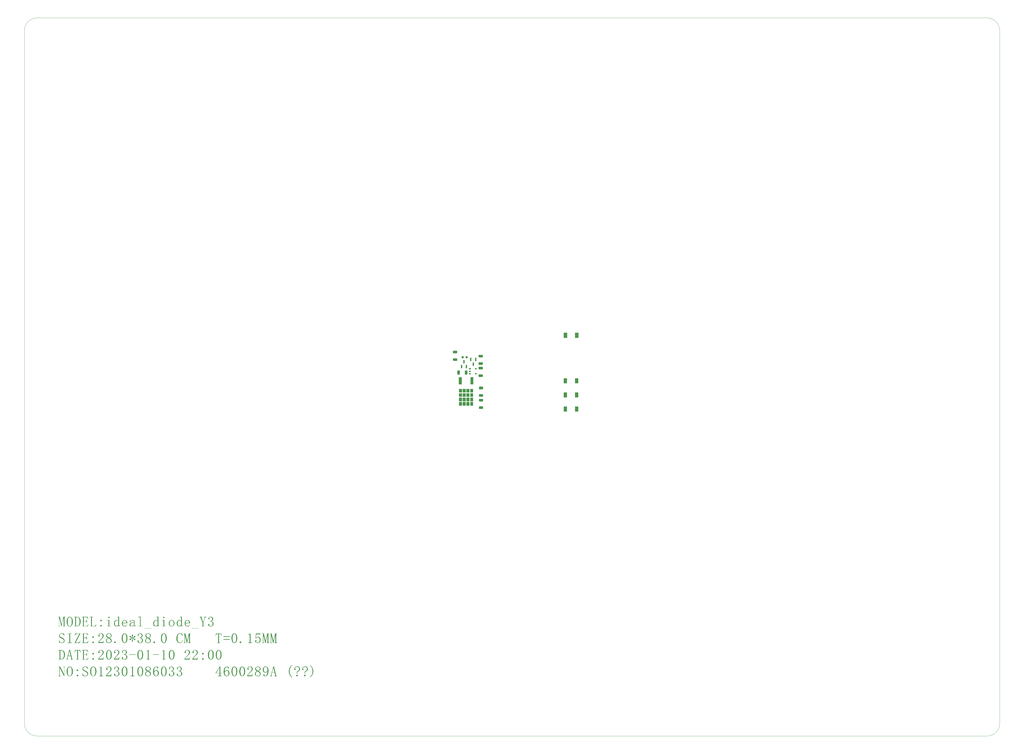
<source format=gbr>
G04 Generated by CircuitCAM Version 4.4*
%FSLAX33Y33*%
%MOMM*%
%ADD1001C,0.000000*%
%LNSolderPasteTop*%
%LPD*%
G36*
G01X-171116Y-95611D02*
X-171109Y-95364D01*
X-171116Y-95143D01*
X-171137Y-94931D01*
X-171171Y-94729D01*
X-171218Y-94537D01*
X-171279Y-94354D01*
X-171354Y-94181D01*
X-171443Y-94017D01*
X-171539Y-93873D01*
X-171646Y-93752D01*
X-171762Y-93652D01*
X-171889Y-93575D01*
X-172027Y-93520D01*
X-172174Y-93486D01*
X-172332Y-93475D01*
X-172482Y-93486D01*
X-172624Y-93517D01*
X-172758Y-93570D01*
X-172883Y-93643D01*
X-172999Y-93738D01*
X-173107Y-93853D01*
X-173207Y-93989D01*
X-173295Y-94147D01*
X-173370Y-94317D01*
X-173431Y-94500D01*
X-173479Y-94697D01*
X-173513Y-94906D01*
X-173533Y-95129D01*
X-173540Y-95364D01*
X-173533Y-95604D01*
X-173512Y-95829D01*
X-173476Y-96041D01*
X-173426Y-96240D01*
X-173363Y-96424D01*
X-173285Y-96596D01*
X-173193Y-96753D01*
X-173087Y-96893D01*
X-172975Y-97012D01*
X-172858Y-97109D01*
X-172735Y-97184D01*
X-172606Y-97238D01*
X-172472Y-97270D01*
X-172332Y-97281D01*
X-172184Y-97270D01*
X-172045Y-97239D01*
X-171912Y-97187D01*
X-171787Y-97113D01*
X-171670Y-97019D01*
X-171559Y-96903D01*
X-171457Y-96767D01*
X-171364Y-96613D01*
X-171286Y-96443D01*
X-171223Y-96258D01*
X-171173Y-96057D01*
X-171138Y-95842D01*
X-171116Y-95611D01*
G37*
%LPC*%
G36*
G01X-173123Y-95364D02*
X-173119Y-95620D01*
X-173105Y-95855D01*
X-173082Y-96070D01*
X-173051Y-96265D01*
X-173010Y-96439D01*
X-172960Y-96592D01*
X-172901Y-96725D01*
X-172835Y-96840D01*
X-172764Y-96936D01*
X-172688Y-97015D01*
X-172606Y-97077D01*
X-172520Y-97121D01*
X-172428Y-97147D01*
X-172332Y-97156D01*
X-172231Y-97147D01*
X-172137Y-97122D01*
X-172048Y-97079D01*
X-171964Y-97020D01*
X-171887Y-96943D01*
X-171815Y-96850D01*
X-171748Y-96739D01*
X-171689Y-96613D01*
X-171639Y-96463D01*
X-171599Y-96289D01*
X-171567Y-96093D01*
X-171544Y-95873D01*
X-171531Y-95630D01*
X-171526Y-95364D01*
X-171530Y-95145D01*
X-171542Y-94938D01*
X-171562Y-94744D01*
X-171589Y-94564D01*
X-171625Y-94396D01*
X-171669Y-94242D01*
X-171720Y-94100D01*
X-171777Y-93975D01*
X-171844Y-93869D01*
X-171921Y-93782D01*
X-172008Y-93715D01*
X-172106Y-93667D01*
X-172214Y-93638D01*
X-172332Y-93628D01*
X-172432Y-93637D01*
X-172527Y-93663D01*
X-172616Y-93707D01*
X-172699Y-93769D01*
X-172777Y-93848D01*
X-172849Y-93944D01*
X-172915Y-94059D01*
X-172970Y-94191D01*
X-173017Y-94341D01*
X-173055Y-94509D01*
X-173085Y-94696D01*
X-173106Y-94901D01*
X-173119Y-95123D01*
X-173123Y-95364D01*
G37*
%LPD*%
G36*
G01X-170222Y-93800D02*
X-170220Y-93823D01*
X-170220Y-96934D01*
X-170222Y-96957D01*
X-170225Y-96978D01*
X-170231Y-96997D01*
X-170239Y-97015D01*
X-170249Y-97032D01*
X-170261Y-97046D01*
X-170276Y-97059D01*
X-170289Y-97073D01*
X-170305Y-97086D01*
X-170324Y-97096D01*
X-170346Y-97104D01*
X-170371Y-97110D01*
X-170398Y-97113D01*
X-170429Y-97114D01*
X-170568Y-97114D01*
X-170568Y-97239D01*
X-169637Y-97239D01*
X-169430Y-97230D01*
X-169238Y-97201D01*
X-169061Y-97153D01*
X-168898Y-97085D01*
X-168750Y-96998D01*
X-168617Y-96892D01*
X-168498Y-96767D01*
X-168391Y-96622D01*
X-168301Y-96455D01*
X-168227Y-96268D01*
X-168169Y-96060D01*
X-168128Y-95830D01*
X-168104Y-95580D01*
X-168095Y-95309D01*
X-168104Y-95057D01*
X-168128Y-94825D01*
X-168169Y-94612D01*
X-168227Y-94420D01*
X-168301Y-94247D01*
X-168391Y-94094D01*
X-168498Y-93961D01*
X-168619Y-93847D01*
X-168750Y-93751D01*
X-168892Y-93672D01*
X-169045Y-93610D01*
X-169208Y-93566D01*
X-169383Y-93540D01*
X-169568Y-93531D01*
X-170540Y-93531D01*
X-170540Y-93656D01*
X-170415Y-93656D01*
X-170388Y-93657D01*
X-170364Y-93659D01*
X-170342Y-93664D01*
X-170322Y-93670D01*
X-170304Y-93677D01*
X-170289Y-93687D01*
X-170276Y-93698D01*
X-170261Y-93710D01*
X-170249Y-93725D01*
X-170239Y-93741D01*
X-170231Y-93759D01*
X-170225Y-93778D01*
X-170222Y-93800D01*
G37*
%LPC*%
G36*
G01X-168512Y-95350D02*
X-168518Y-95092D01*
X-168536Y-94857D01*
X-168566Y-94645D01*
X-168607Y-94457D01*
X-168661Y-94292D01*
X-168726Y-94150D01*
X-168804Y-94031D01*
X-168888Y-93931D01*
X-168981Y-93847D01*
X-169083Y-93778D01*
X-169194Y-93725D01*
X-169314Y-93687D01*
X-169443Y-93664D01*
X-169582Y-93656D01*
X-169623Y-93657D01*
X-169662Y-93659D01*
X-169697Y-93664D01*
X-169729Y-93670D01*
X-169757Y-93677D01*
X-169782Y-93687D01*
X-169804Y-93698D01*
X-169822Y-93710D01*
X-169838Y-93725D01*
X-169851Y-93741D01*
X-169860Y-93759D01*
X-169868Y-93778D01*
X-169872Y-93800D01*
X-169873Y-93823D01*
X-169873Y-96934D01*
X-169872Y-96957D01*
X-169869Y-96978D01*
X-169863Y-96997D01*
X-169855Y-97015D01*
X-169845Y-97032D01*
X-169832Y-97046D01*
X-169818Y-97059D01*
X-169797Y-97073D01*
X-169775Y-97086D01*
X-169750Y-97096D01*
X-169725Y-97104D01*
X-169697Y-97110D01*
X-169668Y-97113D01*
X-169637Y-97114D01*
X-169505Y-97107D01*
X-169380Y-97085D01*
X-169260Y-97048D01*
X-169147Y-96996D01*
X-169040Y-96930D01*
X-168940Y-96849D01*
X-168845Y-96753D01*
X-168757Y-96636D01*
X-168682Y-96491D01*
X-168621Y-96319D01*
X-168573Y-96118D01*
X-168539Y-95890D01*
X-168519Y-95634D01*
X-168512Y-95350D01*
G37*
%LPD*%
G36*
G01X-154236Y-97247D02*
X-154123Y-97253D01*
X-154057Y-97251D01*
X-153993Y-97243D01*
X-153931Y-97230D01*
X-153871Y-97212D01*
X-153814Y-97189D01*
X-153759Y-97161D01*
X-153707Y-97128D01*
X-153653Y-97091D01*
X-153602Y-97051D01*
X-153555Y-97008D01*
X-153512Y-96963D01*
X-153471Y-96914D01*
X-153434Y-96863D01*
X-153401Y-96809D01*
X-153401Y-97225D01*
X-153359Y-97225D01*
X-153324Y-97206D01*
X-153288Y-97189D01*
X-153252Y-97174D01*
X-153216Y-97160D01*
X-153181Y-97147D01*
X-153145Y-97137D01*
X-153109Y-97128D01*
X-153078Y-97121D01*
X-153047Y-97115D01*
X-153017Y-97109D01*
X-152987Y-97105D01*
X-152958Y-97103D01*
X-152929Y-97101D01*
X-152901Y-97100D01*
X-152776Y-97100D01*
X-152776Y-96975D01*
X-152929Y-96975D01*
X-152952Y-96974D01*
X-152973Y-96971D01*
X-152993Y-96965D01*
X-153010Y-96957D01*
X-153027Y-96947D01*
X-153041Y-96935D01*
X-153054Y-96920D01*
X-153065Y-96907D01*
X-153074Y-96890D01*
X-153082Y-96871D01*
X-153088Y-96850D01*
X-153092Y-96825D01*
X-153095Y-96797D01*
X-153095Y-96767D01*
X-153095Y-93350D01*
X-153127Y-93373D01*
X-153159Y-93395D01*
X-153191Y-93414D01*
X-153222Y-93432D01*
X-153254Y-93448D01*
X-153286Y-93463D01*
X-153318Y-93475D01*
X-153349Y-93490D01*
X-153381Y-93503D01*
X-153413Y-93513D01*
X-153445Y-93521D01*
X-153476Y-93526D01*
X-153508Y-93530D01*
X-153540Y-93531D01*
X-153776Y-93531D01*
X-153776Y-93656D01*
X-153609Y-93656D01*
X-153579Y-93657D01*
X-153551Y-93660D01*
X-153527Y-93666D01*
X-153505Y-93674D01*
X-153486Y-93684D01*
X-153470Y-93697D01*
X-153457Y-93712D01*
X-153442Y-93732D01*
X-153429Y-93756D01*
X-153419Y-93781D01*
X-153411Y-93809D01*
X-153406Y-93839D01*
X-153402Y-93871D01*
X-153401Y-93906D01*
X-153401Y-95087D01*
X-153434Y-95041D01*
X-153471Y-94999D01*
X-153512Y-94962D01*
X-153555Y-94928D01*
X-153602Y-94898D01*
X-153653Y-94872D01*
X-153707Y-94850D01*
X-153758Y-94832D01*
X-153810Y-94816D01*
X-153861Y-94804D01*
X-153913Y-94794D01*
X-153964Y-94787D01*
X-154016Y-94782D01*
X-154068Y-94781D01*
X-154181Y-94788D01*
X-154290Y-94808D01*
X-154395Y-94842D01*
X-154496Y-94890D01*
X-154593Y-94951D01*
X-154687Y-95026D01*
X-154776Y-95114D01*
X-154857Y-95214D01*
X-154926Y-95324D01*
X-154982Y-95443D01*
X-155025Y-95572D01*
X-155057Y-95711D01*
X-155075Y-95859D01*
X-155082Y-96017D01*
X-155076Y-96182D01*
X-155059Y-96336D01*
X-155031Y-96478D01*
X-154991Y-96609D01*
X-154940Y-96729D01*
X-154877Y-96837D01*
X-154804Y-96934D01*
X-154722Y-97018D01*
X-154635Y-97090D01*
X-154543Y-97149D01*
X-154445Y-97194D01*
X-154343Y-97227D01*
X-154236Y-97247D01*
G37*
%LPC*%
G36*
G01X-153401Y-95267D02*
X-153434Y-95218D01*
X-153470Y-95173D01*
X-153509Y-95133D01*
X-153551Y-95097D01*
X-153595Y-95066D01*
X-153642Y-95039D01*
X-153693Y-95017D01*
X-153744Y-95002D01*
X-153795Y-94990D01*
X-153845Y-94980D01*
X-153894Y-94972D01*
X-153943Y-94966D01*
X-153992Y-94963D01*
X-154040Y-94962D01*
X-154132Y-94967D01*
X-154218Y-94985D01*
X-154298Y-95015D01*
X-154371Y-95057D01*
X-154438Y-95110D01*
X-154499Y-95176D01*
X-154554Y-95253D01*
X-154602Y-95344D01*
X-154642Y-95444D01*
X-154675Y-95551D01*
X-154701Y-95666D01*
X-154720Y-95789D01*
X-154731Y-95920D01*
X-154734Y-96059D01*
X-154731Y-96200D01*
X-154721Y-96331D01*
X-154704Y-96451D01*
X-154680Y-96560D01*
X-154649Y-96658D01*
X-154612Y-96746D01*
X-154568Y-96823D01*
X-154513Y-96889D01*
X-154453Y-96945D01*
X-154387Y-96991D01*
X-154316Y-97027D01*
X-154239Y-97052D01*
X-154156Y-97068D01*
X-154068Y-97073D01*
X-153998Y-97069D01*
X-153933Y-97060D01*
X-153871Y-97045D01*
X-153814Y-97023D01*
X-153760Y-96995D01*
X-153710Y-96960D01*
X-153665Y-96920D01*
X-153619Y-96873D01*
X-153575Y-96820D01*
X-153535Y-96761D01*
X-153497Y-96695D01*
X-153462Y-96624D01*
X-153430Y-96546D01*
X-153401Y-96462D01*
X-153401Y-95267D01*
G37*
%LPD*%
G36*
G01X-151646Y-96177D02*
X-151651Y-96017D01*
X-149887Y-96017D01*
X-149893Y-95827D01*
X-149912Y-95654D01*
X-149943Y-95498D01*
X-149987Y-95359D01*
X-150043Y-95238D01*
X-150112Y-95133D01*
X-150193Y-95045D01*
X-150282Y-94971D01*
X-150376Y-94909D01*
X-150475Y-94858D01*
X-150578Y-94818D01*
X-150686Y-94790D01*
X-150798Y-94773D01*
X-150915Y-94767D01*
X-151043Y-94774D01*
X-151165Y-94795D01*
X-151282Y-94831D01*
X-151393Y-94880D01*
X-151499Y-94944D01*
X-151599Y-95022D01*
X-151693Y-95114D01*
X-151774Y-95221D01*
X-151842Y-95335D01*
X-151898Y-95457D01*
X-151942Y-95586D01*
X-151973Y-95722D01*
X-151992Y-95866D01*
X-151998Y-96017D01*
X-151992Y-96186D01*
X-151973Y-96342D01*
X-151942Y-96487D01*
X-151898Y-96620D01*
X-151842Y-96741D01*
X-151774Y-96850D01*
X-151693Y-96948D01*
X-151598Y-97036D01*
X-151495Y-97111D01*
X-151386Y-97172D01*
X-151269Y-97220D01*
X-151144Y-97254D01*
X-151012Y-97274D01*
X-150873Y-97281D01*
X-150765Y-97276D01*
X-150665Y-97262D01*
X-150570Y-97238D01*
X-150483Y-97204D01*
X-150403Y-97160D01*
X-150329Y-97107D01*
X-150262Y-97045D01*
X-150198Y-96977D01*
X-150141Y-96910D01*
X-150090Y-96842D01*
X-150047Y-96775D01*
X-150010Y-96708D01*
X-149980Y-96640D01*
X-149957Y-96573D01*
X-150068Y-96531D01*
X-150097Y-96597D01*
X-150131Y-96660D01*
X-150169Y-96721D01*
X-150211Y-96778D01*
X-150256Y-96833D01*
X-150306Y-96885D01*
X-150359Y-96934D01*
X-150417Y-96978D01*
X-150477Y-97015D01*
X-150541Y-97046D01*
X-150609Y-97070D01*
X-150680Y-97087D01*
X-150754Y-97097D01*
X-150832Y-97100D01*
X-150936Y-97095D01*
X-151033Y-97080D01*
X-151125Y-97054D01*
X-151210Y-97019D01*
X-151289Y-96973D01*
X-151362Y-96917D01*
X-151429Y-96850D01*
X-151488Y-96772D01*
X-151538Y-96680D01*
X-151578Y-96575D01*
X-151610Y-96456D01*
X-151633Y-96323D01*
X-151646Y-96177D01*
G37*
%LPC*%
G36*
G01X-150262Y-95892D02*
X-150262Y-95758D01*
X-150270Y-95634D01*
X-150286Y-95519D01*
X-150310Y-95414D01*
X-150341Y-95318D01*
X-150381Y-95232D01*
X-150429Y-95156D01*
X-150483Y-95093D01*
X-150542Y-95040D01*
X-150606Y-94997D01*
X-150676Y-94963D01*
X-150750Y-94939D01*
X-150830Y-94925D01*
X-150915Y-94920D01*
X-151008Y-94925D01*
X-151095Y-94940D01*
X-151178Y-94966D01*
X-151255Y-95001D01*
X-151327Y-95047D01*
X-151394Y-95104D01*
X-151457Y-95170D01*
X-151508Y-95249D01*
X-151552Y-95337D01*
X-151587Y-95432D01*
X-151615Y-95535D01*
X-151635Y-95646D01*
X-151647Y-95765D01*
X-151651Y-95892D01*
X-150262Y-95892D01*
G37*
%LPD*%
G36*
G01X-148342Y-97249D02*
X-148234Y-97253D01*
X-148164Y-97251D01*
X-148096Y-97246D01*
X-148030Y-97238D01*
X-147967Y-97226D01*
X-147906Y-97211D01*
X-147847Y-97192D01*
X-147790Y-97170D01*
X-147737Y-97145D01*
X-147683Y-97117D01*
X-147627Y-97086D01*
X-147570Y-97052D01*
X-147511Y-97015D01*
X-147450Y-96976D01*
X-147387Y-96934D01*
X-147374Y-96976D01*
X-147360Y-97014D01*
X-147344Y-97049D01*
X-147326Y-97081D01*
X-147306Y-97109D01*
X-147285Y-97134D01*
X-147262Y-97156D01*
X-147237Y-97174D01*
X-147209Y-97190D01*
X-147178Y-97203D01*
X-147144Y-97213D01*
X-147108Y-97220D01*
X-147068Y-97224D01*
X-147026Y-97225D01*
X-146976Y-97223D01*
X-146928Y-97215D01*
X-146884Y-97202D01*
X-146842Y-97185D01*
X-146803Y-97162D01*
X-146767Y-97134D01*
X-146734Y-97100D01*
X-146705Y-97065D01*
X-146680Y-97022D01*
X-146659Y-96972D01*
X-146644Y-96914D01*
X-146632Y-96850D01*
X-146625Y-96777D01*
X-146623Y-96698D01*
X-146734Y-96698D01*
X-146735Y-96740D01*
X-146739Y-96780D01*
X-146745Y-96818D01*
X-146752Y-96854D01*
X-146763Y-96888D01*
X-146775Y-96919D01*
X-146790Y-96948D01*
X-146803Y-96973D01*
X-146819Y-96995D01*
X-146838Y-97013D01*
X-146860Y-97027D01*
X-146885Y-97037D01*
X-146912Y-97043D01*
X-146943Y-97045D01*
X-146965Y-97044D01*
X-146986Y-97041D01*
X-147004Y-97037D01*
X-147020Y-97031D01*
X-147033Y-97024D01*
X-147045Y-97014D01*
X-147054Y-97003D01*
X-147061Y-96992D01*
X-147067Y-96975D01*
X-147072Y-96951D01*
X-147076Y-96922D01*
X-147079Y-96886D01*
X-147081Y-96843D01*
X-147082Y-96795D01*
X-147082Y-95378D01*
X-147086Y-95297D01*
X-147100Y-95222D01*
X-147122Y-95151D01*
X-147154Y-95086D01*
X-147195Y-95025D01*
X-147245Y-94970D01*
X-147304Y-94920D01*
X-147372Y-94879D01*
X-147448Y-94845D01*
X-147532Y-94817D01*
X-147626Y-94795D01*
X-147728Y-94780D01*
X-147838Y-94770D01*
X-147957Y-94767D01*
X-148073Y-94770D01*
X-148183Y-94781D01*
X-148288Y-94798D01*
X-148387Y-94821D01*
X-148481Y-94852D01*
X-148569Y-94890D01*
X-148651Y-94934D01*
X-148725Y-94982D01*
X-148787Y-95031D01*
X-148838Y-95082D01*
X-148878Y-95133D01*
X-148906Y-95186D01*
X-148923Y-95240D01*
X-148929Y-95295D01*
X-148928Y-95325D01*
X-148925Y-95354D01*
X-148921Y-95380D01*
X-148915Y-95404D01*
X-148907Y-95425D01*
X-148898Y-95444D01*
X-148887Y-95462D01*
X-148870Y-95476D01*
X-148852Y-95489D01*
X-148832Y-95499D01*
X-148810Y-95507D01*
X-148786Y-95513D01*
X-148761Y-95516D01*
X-148734Y-95517D01*
X-148701Y-95516D01*
X-148671Y-95511D01*
X-148645Y-95504D01*
X-148623Y-95494D01*
X-148605Y-95482D01*
X-148591Y-95466D01*
X-148582Y-95448D01*
X-148570Y-95428D01*
X-148561Y-95410D01*
X-148553Y-95393D01*
X-148548Y-95377D01*
X-148543Y-95363D01*
X-148541Y-95349D01*
X-148540Y-95337D01*
X-148540Y-95325D01*
X-148542Y-95313D01*
X-148545Y-95301D01*
X-148549Y-95289D01*
X-148554Y-95277D01*
X-148560Y-95265D01*
X-148568Y-95253D01*
X-148576Y-95217D01*
X-148576Y-95182D01*
X-148568Y-95146D01*
X-148552Y-95110D01*
X-148528Y-95075D01*
X-148496Y-95039D01*
X-148457Y-95003D01*
X-148409Y-94974D01*
X-148352Y-94949D01*
X-148287Y-94928D01*
X-148214Y-94912D01*
X-148132Y-94901D01*
X-148042Y-94894D01*
X-147943Y-94892D01*
X-147849Y-94895D01*
X-147765Y-94903D01*
X-147691Y-94918D01*
X-147627Y-94937D01*
X-147574Y-94963D01*
X-147531Y-94994D01*
X-147498Y-95031D01*
X-147469Y-95072D01*
X-147444Y-95117D01*
X-147423Y-95165D01*
X-147407Y-95217D01*
X-147396Y-95272D01*
X-147389Y-95330D01*
X-147387Y-95392D01*
X-147387Y-95642D01*
X-147659Y-95677D01*
X-147904Y-95717D01*
X-148122Y-95763D01*
X-148312Y-95814D01*
X-148476Y-95872D01*
X-148612Y-95935D01*
X-148720Y-96003D01*
X-148809Y-96077D01*
X-148884Y-96157D01*
X-148945Y-96243D01*
X-148993Y-96334D01*
X-149027Y-96431D01*
X-149047Y-96534D01*
X-149054Y-96642D01*
X-149050Y-96708D01*
X-149037Y-96772D01*
X-149015Y-96834D01*
X-148986Y-96894D01*
X-148947Y-96951D01*
X-148901Y-97006D01*
X-148845Y-97059D01*
X-148779Y-97110D01*
X-148705Y-97154D01*
X-148624Y-97190D01*
X-148537Y-97217D01*
X-148443Y-97237D01*
X-148342Y-97249D01*
G37*
%LPC*%
G36*
G01X-148679Y-96573D02*
X-148676Y-96628D01*
X-148670Y-96681D01*
X-148658Y-96734D01*
X-148642Y-96786D01*
X-148622Y-96836D01*
X-148597Y-96886D01*
X-148568Y-96934D01*
X-148529Y-96978D01*
X-148486Y-97015D01*
X-148438Y-97046D01*
X-148384Y-97070D01*
X-148325Y-97087D01*
X-148262Y-97097D01*
X-148193Y-97100D01*
X-148137Y-97099D01*
X-148082Y-97094D01*
X-148026Y-97085D01*
X-147970Y-97073D01*
X-147915Y-97058D01*
X-147859Y-97039D01*
X-147804Y-97017D01*
X-147748Y-96996D01*
X-147690Y-96971D01*
X-147632Y-96942D01*
X-147572Y-96910D01*
X-147512Y-96875D01*
X-147450Y-96837D01*
X-147387Y-96795D01*
X-147387Y-95767D01*
X-147588Y-95797D01*
X-147770Y-95831D01*
X-147934Y-95868D01*
X-148079Y-95910D01*
X-148205Y-95956D01*
X-148312Y-96005D01*
X-148401Y-96059D01*
X-148475Y-96120D01*
X-148537Y-96186D01*
X-148588Y-96255D01*
X-148628Y-96329D01*
X-148656Y-96406D01*
X-148673Y-96487D01*
X-148679Y-96573D01*
G37*
%LPD*%
G36*
G01X-138958Y-97247D02*
X-138845Y-97253D01*
X-138779Y-97251D01*
X-138715Y-97243D01*
X-138653Y-97230D01*
X-138594Y-97212D01*
X-138536Y-97189D01*
X-138481Y-97161D01*
X-138429Y-97128D01*
X-138375Y-97091D01*
X-138324Y-97051D01*
X-138277Y-97008D01*
X-138234Y-96963D01*
X-138193Y-96914D01*
X-138157Y-96863D01*
X-138123Y-96809D01*
X-138123Y-97225D01*
X-138082Y-97225D01*
X-138046Y-97206D01*
X-138010Y-97189D01*
X-137974Y-97174D01*
X-137939Y-97160D01*
X-137903Y-97147D01*
X-137867Y-97137D01*
X-137832Y-97128D01*
X-137800Y-97121D01*
X-137769Y-97115D01*
X-137739Y-97109D01*
X-137709Y-97105D01*
X-137680Y-97103D01*
X-137651Y-97101D01*
X-137623Y-97100D01*
X-137498Y-97100D01*
X-137498Y-96975D01*
X-137651Y-96975D01*
X-137674Y-96974D01*
X-137695Y-96971D01*
X-137715Y-96965D01*
X-137733Y-96957D01*
X-137749Y-96947D01*
X-137763Y-96935D01*
X-137776Y-96920D01*
X-137787Y-96907D01*
X-137796Y-96890D01*
X-137804Y-96871D01*
X-137810Y-96850D01*
X-137814Y-96825D01*
X-137817Y-96797D01*
X-137818Y-96767D01*
X-137818Y-93350D01*
X-137849Y-93373D01*
X-137881Y-93395D01*
X-137913Y-93414D01*
X-137945Y-93432D01*
X-137976Y-93448D01*
X-138008Y-93463D01*
X-138040Y-93475D01*
X-138072Y-93490D01*
X-138103Y-93503D01*
X-138135Y-93513D01*
X-138167Y-93521D01*
X-138199Y-93526D01*
X-138230Y-93530D01*
X-138262Y-93531D01*
X-138498Y-93531D01*
X-138498Y-93656D01*
X-138332Y-93656D01*
X-138301Y-93657D01*
X-138274Y-93660D01*
X-138249Y-93666D01*
X-138227Y-93674D01*
X-138208Y-93684D01*
X-138192Y-93697D01*
X-138179Y-93712D01*
X-138164Y-93732D01*
X-138152Y-93756D01*
X-138141Y-93781D01*
X-138133Y-93809D01*
X-138128Y-93839D01*
X-138124Y-93871D01*
X-138123Y-93906D01*
X-138123Y-95087D01*
X-138157Y-95041D01*
X-138193Y-94999D01*
X-138234Y-94962D01*
X-138277Y-94928D01*
X-138324Y-94898D01*
X-138375Y-94872D01*
X-138429Y-94850D01*
X-138480Y-94832D01*
X-138532Y-94816D01*
X-138584Y-94804D01*
X-138635Y-94794D01*
X-138687Y-94787D01*
X-138738Y-94782D01*
X-138790Y-94781D01*
X-138903Y-94788D01*
X-139012Y-94808D01*
X-139117Y-94842D01*
X-139218Y-94890D01*
X-139316Y-94951D01*
X-139409Y-95026D01*
X-139498Y-95114D01*
X-139579Y-95214D01*
X-139648Y-95324D01*
X-139704Y-95443D01*
X-139748Y-95572D01*
X-139779Y-95711D01*
X-139798Y-95859D01*
X-139804Y-96017D01*
X-139798Y-96182D01*
X-139781Y-96336D01*
X-139753Y-96478D01*
X-139713Y-96609D01*
X-139662Y-96729D01*
X-139600Y-96837D01*
X-139526Y-96934D01*
X-139444Y-97018D01*
X-139357Y-97090D01*
X-139265Y-97149D01*
X-139168Y-97194D01*
X-139065Y-97227D01*
X-138958Y-97247D01*
G37*
%LPC*%
G36*
G01X-138123Y-95267D02*
X-138156Y-95218D01*
X-138192Y-95173D01*
X-138231Y-95133D01*
X-138273Y-95097D01*
X-138317Y-95066D01*
X-138365Y-95039D01*
X-138415Y-95017D01*
X-138466Y-95002D01*
X-138517Y-94990D01*
X-138567Y-94980D01*
X-138617Y-94972D01*
X-138666Y-94966D01*
X-138714Y-94963D01*
X-138762Y-94962D01*
X-138854Y-94967D01*
X-138940Y-94985D01*
X-139020Y-95015D01*
X-139093Y-95057D01*
X-139160Y-95110D01*
X-139221Y-95176D01*
X-139276Y-95253D01*
X-139324Y-95344D01*
X-139364Y-95444D01*
X-139398Y-95551D01*
X-139423Y-95666D01*
X-139442Y-95789D01*
X-139453Y-95920D01*
X-139457Y-96059D01*
X-139453Y-96200D01*
X-139443Y-96331D01*
X-139426Y-96451D01*
X-139402Y-96560D01*
X-139371Y-96658D01*
X-139334Y-96746D01*
X-139290Y-96823D01*
X-139235Y-96889D01*
X-139175Y-96945D01*
X-139110Y-96991D01*
X-139038Y-97027D01*
X-138961Y-97052D01*
X-138878Y-97068D01*
X-138790Y-97073D01*
X-138720Y-97069D01*
X-138655Y-97060D01*
X-138593Y-97045D01*
X-138536Y-97023D01*
X-138482Y-96995D01*
X-138433Y-96960D01*
X-138387Y-96920D01*
X-138341Y-96873D01*
X-138298Y-96820D01*
X-138257Y-96761D01*
X-138219Y-96695D01*
X-138184Y-96624D01*
X-138152Y-96546D01*
X-138123Y-96462D01*
X-138123Y-95267D01*
G37*
%LPD*%
G36*
G01X-131505Y-96168D02*
X-131498Y-96017D01*
X-131504Y-95884D01*
X-131523Y-95754D01*
X-131554Y-95628D01*
X-131598Y-95505D01*
X-131654Y-95385D01*
X-131723Y-95269D01*
X-131804Y-95156D01*
X-131895Y-95053D01*
X-131995Y-94965D01*
X-132104Y-94894D01*
X-132221Y-94838D01*
X-132347Y-94799D01*
X-132481Y-94775D01*
X-132623Y-94767D01*
X-132762Y-94775D01*
X-132894Y-94799D01*
X-133019Y-94838D01*
X-133136Y-94894D01*
X-133245Y-94965D01*
X-133348Y-95053D01*
X-133443Y-95156D01*
X-133524Y-95269D01*
X-133592Y-95385D01*
X-133648Y-95505D01*
X-133692Y-95628D01*
X-133723Y-95754D01*
X-133742Y-95884D01*
X-133748Y-96017D01*
X-133742Y-96161D01*
X-133723Y-96299D01*
X-133692Y-96432D01*
X-133648Y-96559D01*
X-133592Y-96680D01*
X-133524Y-96796D01*
X-133443Y-96906D01*
X-133348Y-97005D01*
X-133245Y-97090D01*
X-133136Y-97158D01*
X-133019Y-97212D01*
X-132894Y-97250D01*
X-132762Y-97273D01*
X-132623Y-97281D01*
X-132491Y-97274D01*
X-132366Y-97251D01*
X-132246Y-97215D01*
X-132133Y-97163D01*
X-132027Y-97097D01*
X-131926Y-97016D01*
X-131832Y-96920D01*
X-131743Y-96813D01*
X-131668Y-96699D01*
X-131607Y-96577D01*
X-131559Y-96448D01*
X-131525Y-96312D01*
X-131505Y-96168D01*
G37*
%LPC*%
G36*
G01X-133401Y-96045D02*
X-133396Y-96198D01*
X-133383Y-96340D01*
X-133360Y-96470D01*
X-133328Y-96589D01*
X-133288Y-96697D01*
X-133238Y-96793D01*
X-133179Y-96878D01*
X-133113Y-96952D01*
X-133043Y-97014D01*
X-132968Y-97065D01*
X-132888Y-97105D01*
X-132805Y-97133D01*
X-132716Y-97150D01*
X-132623Y-97156D01*
X-132523Y-97150D01*
X-132429Y-97131D01*
X-132342Y-97100D01*
X-132260Y-97056D01*
X-132185Y-97000D01*
X-132116Y-96931D01*
X-132054Y-96850D01*
X-131998Y-96763D01*
X-131952Y-96666D01*
X-131913Y-96560D01*
X-131884Y-96444D01*
X-131862Y-96320D01*
X-131850Y-96187D01*
X-131845Y-96045D01*
X-131850Y-95888D01*
X-131865Y-95742D01*
X-131889Y-95608D01*
X-131923Y-95485D01*
X-131966Y-95373D01*
X-132019Y-95273D01*
X-132082Y-95184D01*
X-132147Y-95106D01*
X-132216Y-95041D01*
X-132290Y-94987D01*
X-132367Y-94946D01*
X-132449Y-94916D01*
X-132534Y-94898D01*
X-132623Y-94892D01*
X-132709Y-94898D01*
X-132792Y-94916D01*
X-132872Y-94946D01*
X-132950Y-94987D01*
X-133024Y-95041D01*
X-133096Y-95106D01*
X-133165Y-95184D01*
X-133227Y-95273D01*
X-133281Y-95373D01*
X-133324Y-95485D01*
X-133358Y-95608D01*
X-133382Y-95742D01*
X-133396Y-95888D01*
X-133401Y-96045D01*
G37*
%LPD*%
G36*
G01X-129791Y-97247D02*
X-129679Y-97253D01*
X-129612Y-97251D01*
X-129548Y-97243D01*
X-129487Y-97230D01*
X-129427Y-97212D01*
X-129370Y-97189D01*
X-129315Y-97161D01*
X-129262Y-97128D01*
X-129208Y-97091D01*
X-129158Y-97051D01*
X-129111Y-97008D01*
X-129067Y-96963D01*
X-129027Y-96914D01*
X-128990Y-96863D01*
X-128957Y-96809D01*
X-128957Y-97225D01*
X-128915Y-97225D01*
X-128879Y-97206D01*
X-128843Y-97189D01*
X-128808Y-97174D01*
X-128772Y-97160D01*
X-128736Y-97147D01*
X-128701Y-97137D01*
X-128665Y-97128D01*
X-128633Y-97121D01*
X-128603Y-97115D01*
X-128572Y-97109D01*
X-128542Y-97105D01*
X-128513Y-97103D01*
X-128485Y-97101D01*
X-128457Y-97100D01*
X-128332Y-97100D01*
X-128332Y-96975D01*
X-128484Y-96975D01*
X-128507Y-96974D01*
X-128529Y-96971D01*
X-128548Y-96965D01*
X-128566Y-96957D01*
X-128582Y-96947D01*
X-128597Y-96935D01*
X-128609Y-96920D01*
X-128620Y-96907D01*
X-128630Y-96890D01*
X-128637Y-96871D01*
X-128643Y-96850D01*
X-128648Y-96825D01*
X-128650Y-96797D01*
X-128651Y-96767D01*
X-128651Y-93350D01*
X-128683Y-93373D01*
X-128714Y-93395D01*
X-128746Y-93414D01*
X-128778Y-93432D01*
X-128810Y-93448D01*
X-128841Y-93463D01*
X-128873Y-93475D01*
X-128905Y-93490D01*
X-128937Y-93503D01*
X-128968Y-93513D01*
X-129000Y-93521D01*
X-129032Y-93526D01*
X-129064Y-93530D01*
X-129095Y-93531D01*
X-129332Y-93531D01*
X-129332Y-93656D01*
X-129165Y-93656D01*
X-129135Y-93657D01*
X-129107Y-93660D01*
X-129082Y-93666D01*
X-129061Y-93674D01*
X-129042Y-93684D01*
X-129025Y-93697D01*
X-129012Y-93712D01*
X-128997Y-93732D01*
X-128985Y-93756D01*
X-128975Y-93781D01*
X-128967Y-93809D01*
X-128961Y-93839D01*
X-128958Y-93871D01*
X-128957Y-93906D01*
X-128957Y-95087D01*
X-128990Y-95041D01*
X-129027Y-94999D01*
X-129067Y-94962D01*
X-129111Y-94928D01*
X-129158Y-94898D01*
X-129208Y-94872D01*
X-129262Y-94850D01*
X-129314Y-94832D01*
X-129365Y-94816D01*
X-129417Y-94804D01*
X-129468Y-94794D01*
X-129520Y-94787D01*
X-129572Y-94782D01*
X-129623Y-94781D01*
X-129736Y-94788D01*
X-129845Y-94808D01*
X-129951Y-94842D01*
X-130052Y-94890D01*
X-130149Y-94951D01*
X-130242Y-95026D01*
X-130332Y-95114D01*
X-130413Y-95214D01*
X-130481Y-95324D01*
X-130537Y-95443D01*
X-130581Y-95572D01*
X-130612Y-95711D01*
X-130631Y-95859D01*
X-130637Y-96017D01*
X-130631Y-96182D01*
X-130614Y-96336D01*
X-130586Y-96478D01*
X-130546Y-96609D01*
X-130495Y-96729D01*
X-130433Y-96837D01*
X-130359Y-96934D01*
X-130277Y-97018D01*
X-130190Y-97090D01*
X-130098Y-97149D01*
X-130001Y-97194D01*
X-129899Y-97227D01*
X-129791Y-97247D01*
G37*
%LPC*%
G36*
G01X-128957Y-95267D02*
X-128990Y-95218D01*
X-129026Y-95173D01*
X-129065Y-95133D01*
X-129106Y-95097D01*
X-129151Y-95066D01*
X-129198Y-95039D01*
X-129248Y-95017D01*
X-129300Y-95002D01*
X-129350Y-94990D01*
X-129400Y-94980D01*
X-129450Y-94972D01*
X-129499Y-94966D01*
X-129548Y-94963D01*
X-129595Y-94962D01*
X-129688Y-94967D01*
X-129773Y-94985D01*
X-129853Y-95015D01*
X-129926Y-95057D01*
X-129994Y-95110D01*
X-130055Y-95176D01*
X-130109Y-95253D01*
X-130157Y-95344D01*
X-130198Y-95444D01*
X-130231Y-95551D01*
X-130257Y-95666D01*
X-130275Y-95789D01*
X-130286Y-95920D01*
X-130290Y-96059D01*
X-130286Y-96200D01*
X-130276Y-96331D01*
X-130259Y-96451D01*
X-130235Y-96560D01*
X-130205Y-96658D01*
X-130167Y-96746D01*
X-130123Y-96823D01*
X-130069Y-96889D01*
X-130009Y-96945D01*
X-129943Y-96991D01*
X-129872Y-97027D01*
X-129794Y-97052D01*
X-129712Y-97068D01*
X-129623Y-97073D01*
X-129554Y-97069D01*
X-129488Y-97060D01*
X-129427Y-97045D01*
X-129369Y-97023D01*
X-129316Y-96995D01*
X-129266Y-96960D01*
X-129220Y-96920D01*
X-129174Y-96873D01*
X-129131Y-96820D01*
X-129090Y-96761D01*
X-129053Y-96695D01*
X-129018Y-96624D01*
X-128986Y-96546D01*
X-128957Y-96462D01*
X-128957Y-95267D01*
G37*
%LPD*%
G36*
G01X-127202Y-96177D02*
X-127207Y-96017D01*
X-125443Y-96017D01*
X-125449Y-95827D01*
X-125468Y-95654D01*
X-125499Y-95498D01*
X-125542Y-95359D01*
X-125599Y-95238D01*
X-125667Y-95133D01*
X-125748Y-95045D01*
X-125838Y-94971D01*
X-125932Y-94909D01*
X-126031Y-94858D01*
X-126134Y-94818D01*
X-126241Y-94790D01*
X-126354Y-94773D01*
X-126470Y-94767D01*
X-126599Y-94774D01*
X-126721Y-94795D01*
X-126838Y-94831D01*
X-126949Y-94880D01*
X-127054Y-94944D01*
X-127154Y-95022D01*
X-127248Y-95114D01*
X-127329Y-95221D01*
X-127398Y-95335D01*
X-127454Y-95457D01*
X-127498Y-95586D01*
X-127529Y-95722D01*
X-127548Y-95866D01*
X-127554Y-96017D01*
X-127548Y-96186D01*
X-127529Y-96342D01*
X-127498Y-96487D01*
X-127454Y-96620D01*
X-127398Y-96741D01*
X-127329Y-96850D01*
X-127248Y-96948D01*
X-127153Y-97036D01*
X-127051Y-97111D01*
X-126941Y-97172D01*
X-126824Y-97220D01*
X-126700Y-97254D01*
X-126568Y-97274D01*
X-126429Y-97281D01*
X-126321Y-97276D01*
X-126220Y-97262D01*
X-126126Y-97238D01*
X-126039Y-97204D01*
X-125958Y-97160D01*
X-125885Y-97107D01*
X-125818Y-97045D01*
X-125754Y-96977D01*
X-125696Y-96910D01*
X-125646Y-96842D01*
X-125602Y-96775D01*
X-125565Y-96708D01*
X-125535Y-96640D01*
X-125512Y-96573D01*
X-125623Y-96531D01*
X-125653Y-96597D01*
X-125687Y-96660D01*
X-125724Y-96721D01*
X-125766Y-96778D01*
X-125812Y-96833D01*
X-125861Y-96885D01*
X-125915Y-96934D01*
X-125972Y-96978D01*
X-126033Y-97015D01*
X-126097Y-97046D01*
X-126164Y-97070D01*
X-126235Y-97087D01*
X-126309Y-97097D01*
X-126387Y-97100D01*
X-126491Y-97095D01*
X-126589Y-97080D01*
X-126680Y-97054D01*
X-126766Y-97019D01*
X-126845Y-96973D01*
X-126918Y-96917D01*
X-126984Y-96850D01*
X-127043Y-96772D01*
X-127093Y-96680D01*
X-127134Y-96575D01*
X-127166Y-96456D01*
X-127188Y-96323D01*
X-127202Y-96177D01*
G37*
%LPC*%
G36*
G01X-125818Y-95892D02*
X-125818Y-95758D01*
X-125826Y-95634D01*
X-125841Y-95519D01*
X-125865Y-95414D01*
X-125897Y-95318D01*
X-125937Y-95232D01*
X-125984Y-95156D01*
X-126038Y-95093D01*
X-126098Y-95040D01*
X-126162Y-94997D01*
X-126231Y-94963D01*
X-126306Y-94939D01*
X-126386Y-94925D01*
X-126470Y-94920D01*
X-126563Y-94925D01*
X-126651Y-94940D01*
X-126733Y-94966D01*
X-126811Y-95001D01*
X-126883Y-95047D01*
X-126950Y-95104D01*
X-127012Y-95170D01*
X-127064Y-95249D01*
X-127107Y-95337D01*
X-127143Y-95432D01*
X-127171Y-95535D01*
X-127191Y-95646D01*
X-127203Y-95765D01*
X-127207Y-95892D01*
X-125818Y-95892D01*
G37*
%LPD*%
G36*
G01X-156004Y-102880D02*
X-155998Y-102764D01*
X-156002Y-102678D01*
X-156013Y-102593D01*
X-156031Y-102510D01*
X-156057Y-102429D01*
X-156090Y-102349D01*
X-156131Y-102271D01*
X-156179Y-102195D01*
X-156234Y-102124D01*
X-156297Y-102054D01*
X-156367Y-101986D01*
X-156444Y-101918D01*
X-156529Y-101852D01*
X-156621Y-101787D01*
X-156720Y-101723D01*
X-156625Y-101670D01*
X-156537Y-101616D01*
X-156456Y-101560D01*
X-156383Y-101503D01*
X-156317Y-101443D01*
X-156258Y-101382D01*
X-156207Y-101320D01*
X-156162Y-101252D01*
X-156125Y-101184D01*
X-156094Y-101115D01*
X-156070Y-101045D01*
X-156053Y-100975D01*
X-156043Y-100905D01*
X-156040Y-100834D01*
X-156046Y-100729D01*
X-156064Y-100629D01*
X-156093Y-100533D01*
X-156135Y-100441D01*
X-156189Y-100355D01*
X-156254Y-100272D01*
X-156332Y-100195D01*
X-156415Y-100129D01*
X-156505Y-100072D01*
X-156603Y-100026D01*
X-156708Y-99991D01*
X-156820Y-99965D01*
X-156940Y-99950D01*
X-157068Y-99945D01*
X-157210Y-99950D01*
X-157342Y-99965D01*
X-157465Y-99991D01*
X-157578Y-100026D01*
X-157681Y-100072D01*
X-157775Y-100129D01*
X-157859Y-100195D01*
X-157933Y-100272D01*
X-157995Y-100355D01*
X-158046Y-100441D01*
X-158086Y-100533D01*
X-158114Y-100629D01*
X-158131Y-100729D01*
X-158137Y-100834D01*
X-158134Y-100912D01*
X-158125Y-100988D01*
X-158109Y-101062D01*
X-158087Y-101133D01*
X-158059Y-101202D01*
X-158025Y-101269D01*
X-157984Y-101334D01*
X-157934Y-101399D01*
X-157878Y-101462D01*
X-157816Y-101521D01*
X-157748Y-101576D01*
X-157675Y-101629D01*
X-157597Y-101677D01*
X-157512Y-101723D01*
X-157608Y-101780D01*
X-157697Y-101839D01*
X-157779Y-101902D01*
X-157854Y-101968D01*
X-157923Y-102036D01*
X-157985Y-102107D01*
X-158040Y-102181D01*
X-158088Y-102258D01*
X-158128Y-102340D01*
X-158161Y-102425D01*
X-158187Y-102514D01*
X-158206Y-102608D01*
X-158217Y-102705D01*
X-158220Y-102806D01*
X-158214Y-102911D01*
X-158194Y-103012D01*
X-158162Y-103110D01*
X-158116Y-103203D01*
X-158057Y-103292D01*
X-157986Y-103377D01*
X-157901Y-103459D01*
X-157803Y-103536D01*
X-157700Y-103602D01*
X-157592Y-103655D01*
X-157479Y-103697D01*
X-157361Y-103727D01*
X-157238Y-103744D01*
X-157109Y-103750D01*
X-156970Y-103744D01*
X-156839Y-103727D01*
X-156716Y-103697D01*
X-156601Y-103655D01*
X-156494Y-103602D01*
X-156395Y-103536D01*
X-156304Y-103459D01*
X-156223Y-103377D01*
X-156154Y-103289D01*
X-156098Y-103195D01*
X-156054Y-103096D01*
X-156023Y-102991D01*
X-156004Y-102880D01*
G37*
%LPC*%
G36*
G01X-157915Y-102806D02*
X-157910Y-102903D01*
X-157897Y-102994D01*
X-157874Y-103081D01*
X-157842Y-103162D01*
X-157801Y-103238D01*
X-157752Y-103309D01*
X-157693Y-103375D01*
X-157623Y-103434D01*
X-157549Y-103484D01*
X-157470Y-103525D01*
X-157387Y-103557D01*
X-157299Y-103579D01*
X-157206Y-103593D01*
X-157109Y-103598D01*
X-156995Y-103593D01*
X-156890Y-103579D01*
X-156796Y-103557D01*
X-156710Y-103525D01*
X-156635Y-103484D01*
X-156568Y-103434D01*
X-156512Y-103375D01*
X-156460Y-103310D01*
X-156417Y-103240D01*
X-156381Y-103167D01*
X-156353Y-103090D01*
X-156334Y-103008D01*
X-156322Y-102923D01*
X-156318Y-102834D01*
X-156323Y-102751D01*
X-156339Y-102670D01*
X-156366Y-102591D01*
X-156404Y-102514D01*
X-156452Y-102438D01*
X-156512Y-102364D01*
X-156582Y-102292D01*
X-156662Y-102218D01*
X-156754Y-102145D01*
X-156856Y-102074D01*
X-156969Y-102004D01*
X-157093Y-101936D01*
X-157228Y-101870D01*
X-157373Y-101806D01*
X-157446Y-101859D01*
X-157514Y-101915D01*
X-157576Y-101973D01*
X-157634Y-102035D01*
X-157686Y-102099D01*
X-157734Y-102166D01*
X-157776Y-102237D01*
X-157813Y-102313D01*
X-157844Y-102391D01*
X-157870Y-102470D01*
X-157889Y-102552D01*
X-157904Y-102635D01*
X-157912Y-102719D01*
X-157915Y-102806D01*
G37*
G36*
G01X-156345Y-100848D02*
X-156349Y-100762D01*
X-156360Y-100680D01*
X-156379Y-100601D01*
X-156404Y-100526D01*
X-156438Y-100454D01*
X-156478Y-100385D01*
X-156526Y-100320D01*
X-156581Y-100261D01*
X-156644Y-100211D01*
X-156714Y-100170D01*
X-156791Y-100138D01*
X-156876Y-100116D01*
X-156968Y-100102D01*
X-157068Y-100098D01*
X-157182Y-100102D01*
X-157286Y-100115D01*
X-157381Y-100136D01*
X-157467Y-100166D01*
X-157542Y-100204D01*
X-157608Y-100251D01*
X-157665Y-100306D01*
X-157709Y-100370D01*
X-157746Y-100434D01*
X-157777Y-100499D01*
X-157801Y-100564D01*
X-157818Y-100630D01*
X-157828Y-100697D01*
X-157832Y-100764D01*
X-157826Y-100832D01*
X-157811Y-100899D01*
X-157786Y-100967D01*
X-157750Y-101034D01*
X-157704Y-101102D01*
X-157648Y-101169D01*
X-157582Y-101237D01*
X-157506Y-101299D01*
X-157422Y-101360D01*
X-157329Y-101419D01*
X-157228Y-101477D01*
X-157118Y-101533D01*
X-157000Y-101587D01*
X-156873Y-101639D01*
X-156801Y-101598D01*
X-156734Y-101555D01*
X-156673Y-101510D01*
X-156617Y-101462D01*
X-156567Y-101413D01*
X-156523Y-101360D01*
X-156484Y-101306D01*
X-156447Y-101249D01*
X-156416Y-101189D01*
X-156391Y-101127D01*
X-156371Y-101061D01*
X-156357Y-100993D01*
X-156348Y-100922D01*
X-156345Y-100848D01*
G37*
%LPD*%
G36*
G01X-151092Y-103740D02*
X-150957Y-103750D01*
X-150825Y-103740D01*
X-150699Y-103708D01*
X-150580Y-103656D01*
X-150467Y-103583D01*
X-150360Y-103488D01*
X-150259Y-103373D01*
X-150165Y-103237D01*
X-150080Y-103082D01*
X-150008Y-102912D01*
X-149950Y-102727D01*
X-149904Y-102527D01*
X-149871Y-102311D01*
X-149852Y-102080D01*
X-149845Y-101834D01*
X-149852Y-101588D01*
X-149871Y-101358D01*
X-149904Y-101143D01*
X-149950Y-100945D01*
X-150008Y-100762D01*
X-150080Y-100596D01*
X-150165Y-100445D01*
X-150259Y-100312D01*
X-150360Y-100200D01*
X-150467Y-100108D01*
X-150580Y-100037D01*
X-150699Y-99986D01*
X-150825Y-99955D01*
X-150957Y-99945D01*
X-151096Y-99955D01*
X-151228Y-99987D01*
X-151352Y-100039D01*
X-151469Y-100113D01*
X-151579Y-100207D01*
X-151681Y-100322D01*
X-151776Y-100459D01*
X-151857Y-100616D01*
X-151926Y-100786D01*
X-151982Y-100970D01*
X-152025Y-101166D01*
X-152057Y-101376D01*
X-152075Y-101598D01*
X-152082Y-101834D01*
X-152075Y-102083D01*
X-152055Y-102317D01*
X-152023Y-102534D01*
X-151977Y-102734D01*
X-151919Y-102918D01*
X-151847Y-103085D01*
X-151762Y-103237D01*
X-151667Y-103373D01*
X-151566Y-103488D01*
X-151458Y-103583D01*
X-151343Y-103656D01*
X-151221Y-103708D01*
X-151092Y-103740D01*
G37*
%LPC*%
G36*
G01X-150957Y-100125D02*
X-151042Y-100135D01*
X-151123Y-100163D01*
X-151201Y-100210D01*
X-151274Y-100275D01*
X-151343Y-100359D01*
X-151409Y-100462D01*
X-151470Y-100584D01*
X-151522Y-100725D01*
X-151566Y-100879D01*
X-151601Y-101045D01*
X-151629Y-101223D01*
X-151649Y-101414D01*
X-151661Y-101618D01*
X-151665Y-101834D01*
X-151661Y-102060D01*
X-151649Y-102273D01*
X-151629Y-102470D01*
X-151601Y-102652D01*
X-151566Y-102820D01*
X-151522Y-102973D01*
X-151470Y-103111D01*
X-151409Y-103233D01*
X-151343Y-103336D01*
X-151274Y-103420D01*
X-151201Y-103486D01*
X-151123Y-103532D01*
X-151042Y-103560D01*
X-150957Y-103570D01*
X-150868Y-103560D01*
X-150785Y-103532D01*
X-150708Y-103486D01*
X-150637Y-103420D01*
X-150571Y-103336D01*
X-150511Y-103233D01*
X-150457Y-103111D01*
X-150405Y-102973D01*
X-150361Y-102820D01*
X-150326Y-102652D01*
X-150298Y-102470D01*
X-150278Y-102273D01*
X-150266Y-102060D01*
X-150262Y-101834D01*
X-150266Y-101618D01*
X-150277Y-101414D01*
X-150295Y-101223D01*
X-150321Y-101045D01*
X-150354Y-100879D01*
X-150395Y-100725D01*
X-150443Y-100584D01*
X-150494Y-100462D01*
X-150553Y-100359D01*
X-150619Y-100275D01*
X-150692Y-100210D01*
X-150773Y-100163D01*
X-150861Y-100135D01*
X-150957Y-100125D01*
G37*
%LPD*%
G36*
G01X-140727Y-102880D02*
X-140720Y-102764D01*
X-140724Y-102678D01*
X-140735Y-102593D01*
X-140754Y-102510D01*
X-140779Y-102429D01*
X-140813Y-102349D01*
X-140853Y-102271D01*
X-140901Y-102195D01*
X-140956Y-102124D01*
X-141019Y-102054D01*
X-141089Y-101986D01*
X-141166Y-101918D01*
X-141251Y-101852D01*
X-141343Y-101787D01*
X-141443Y-101723D01*
X-141347Y-101670D01*
X-141259Y-101616D01*
X-141178Y-101560D01*
X-141105Y-101503D01*
X-141039Y-101443D01*
X-140980Y-101382D01*
X-140929Y-101320D01*
X-140885Y-101252D01*
X-140847Y-101184D01*
X-140817Y-101115D01*
X-140793Y-101045D01*
X-140776Y-100975D01*
X-140765Y-100905D01*
X-140762Y-100834D01*
X-140768Y-100729D01*
X-140786Y-100629D01*
X-140816Y-100533D01*
X-140857Y-100441D01*
X-140911Y-100355D01*
X-140976Y-100272D01*
X-141054Y-100195D01*
X-141137Y-100129D01*
X-141227Y-100072D01*
X-141325Y-100026D01*
X-141430Y-99991D01*
X-141543Y-99965D01*
X-141663Y-99950D01*
X-141790Y-99945D01*
X-141932Y-99950D01*
X-142064Y-99965D01*
X-142187Y-99991D01*
X-142300Y-100026D01*
X-142404Y-100072D01*
X-142497Y-100129D01*
X-142582Y-100195D01*
X-142655Y-100272D01*
X-142718Y-100355D01*
X-142769Y-100441D01*
X-142808Y-100533D01*
X-142837Y-100629D01*
X-142854Y-100729D01*
X-142859Y-100834D01*
X-142856Y-100912D01*
X-142847Y-100988D01*
X-142831Y-101062D01*
X-142809Y-101133D01*
X-142781Y-101202D01*
X-142747Y-101269D01*
X-142707Y-101334D01*
X-142656Y-101399D01*
X-142600Y-101462D01*
X-142538Y-101521D01*
X-142471Y-101576D01*
X-142398Y-101629D01*
X-142319Y-101677D01*
X-142234Y-101723D01*
X-142330Y-101780D01*
X-142419Y-101839D01*
X-142501Y-101902D01*
X-142577Y-101968D01*
X-142645Y-102036D01*
X-142707Y-102107D01*
X-142762Y-102181D01*
X-142810Y-102258D01*
X-142851Y-102340D01*
X-142884Y-102425D01*
X-142909Y-102514D01*
X-142928Y-102608D01*
X-142939Y-102705D01*
X-142943Y-102806D01*
X-142936Y-102911D01*
X-142917Y-103012D01*
X-142884Y-103110D01*
X-142838Y-103203D01*
X-142780Y-103292D01*
X-142708Y-103377D01*
X-142623Y-103459D01*
X-142525Y-103536D01*
X-142423Y-103602D01*
X-142315Y-103655D01*
X-142201Y-103697D01*
X-142083Y-103727D01*
X-141960Y-103744D01*
X-141832Y-103750D01*
X-141693Y-103744D01*
X-141562Y-103727D01*
X-141439Y-103697D01*
X-141324Y-103655D01*
X-141216Y-103602D01*
X-141117Y-103536D01*
X-141026Y-103459D01*
X-140945Y-103377D01*
X-140876Y-103289D01*
X-140820Y-103195D01*
X-140777Y-103096D01*
X-140745Y-102991D01*
X-140727Y-102880D01*
G37*
%LPC*%
G36*
G01X-142637Y-102806D02*
X-142633Y-102903D01*
X-142619Y-102994D01*
X-142596Y-103081D01*
X-142565Y-103162D01*
X-142524Y-103238D01*
X-142474Y-103309D01*
X-142415Y-103375D01*
X-142345Y-103434D01*
X-142271Y-103484D01*
X-142192Y-103525D01*
X-142109Y-103557D01*
X-142021Y-103579D01*
X-141928Y-103593D01*
X-141832Y-103598D01*
X-141717Y-103593D01*
X-141613Y-103579D01*
X-141518Y-103557D01*
X-141432Y-103525D01*
X-141357Y-103484D01*
X-141291Y-103434D01*
X-141234Y-103375D01*
X-141183Y-103310D01*
X-141139Y-103240D01*
X-141103Y-103167D01*
X-141076Y-103090D01*
X-141056Y-103008D01*
X-141044Y-102923D01*
X-141040Y-102834D01*
X-141045Y-102751D01*
X-141061Y-102670D01*
X-141088Y-102591D01*
X-141126Y-102514D01*
X-141174Y-102438D01*
X-141234Y-102364D01*
X-141304Y-102292D01*
X-141385Y-102218D01*
X-141476Y-102145D01*
X-141578Y-102074D01*
X-141692Y-102004D01*
X-141815Y-101936D01*
X-141950Y-101870D01*
X-142095Y-101806D01*
X-142168Y-101859D01*
X-142236Y-101915D01*
X-142299Y-101973D01*
X-142356Y-102035D01*
X-142409Y-102099D01*
X-142456Y-102166D01*
X-142498Y-102237D01*
X-142535Y-102313D01*
X-142566Y-102391D01*
X-142592Y-102470D01*
X-142612Y-102552D01*
X-142626Y-102635D01*
X-142634Y-102719D01*
X-142637Y-102806D01*
G37*
G36*
G01X-141068Y-100848D02*
X-141071Y-100762D01*
X-141082Y-100680D01*
X-141101Y-100601D01*
X-141127Y-100526D01*
X-141160Y-100454D01*
X-141200Y-100385D01*
X-141248Y-100320D01*
X-141303Y-100261D01*
X-141366Y-100211D01*
X-141436Y-100170D01*
X-141513Y-100138D01*
X-141598Y-100116D01*
X-141690Y-100102D01*
X-141790Y-100098D01*
X-141904Y-100102D01*
X-142009Y-100115D01*
X-142104Y-100136D01*
X-142189Y-100166D01*
X-142265Y-100204D01*
X-142331Y-100251D01*
X-142387Y-100306D01*
X-142431Y-100370D01*
X-142469Y-100434D01*
X-142499Y-100499D01*
X-142523Y-100564D01*
X-142540Y-100630D01*
X-142550Y-100697D01*
X-142554Y-100764D01*
X-142549Y-100832D01*
X-142533Y-100899D01*
X-142508Y-100967D01*
X-142472Y-101034D01*
X-142426Y-101102D01*
X-142370Y-101169D01*
X-142304Y-101237D01*
X-142228Y-101299D01*
X-142144Y-101360D01*
X-142051Y-101419D01*
X-141950Y-101477D01*
X-141840Y-101533D01*
X-141722Y-101587D01*
X-141595Y-101639D01*
X-141523Y-101598D01*
X-141456Y-101555D01*
X-141395Y-101510D01*
X-141339Y-101462D01*
X-141289Y-101413D01*
X-141245Y-101360D01*
X-141207Y-101306D01*
X-141170Y-101249D01*
X-141139Y-101189D01*
X-141113Y-101127D01*
X-141093Y-101061D01*
X-141079Y-100993D01*
X-141070Y-100922D01*
X-141068Y-100848D01*
G37*
%LPD*%
G36*
G01X-135814Y-103740D02*
X-135679Y-103750D01*
X-135547Y-103740D01*
X-135421Y-103708D01*
X-135302Y-103656D01*
X-135189Y-103583D01*
X-135082Y-103488D01*
X-134981Y-103373D01*
X-134887Y-103237D01*
X-134802Y-103082D01*
X-134731Y-102912D01*
X-134672Y-102727D01*
X-134626Y-102527D01*
X-134594Y-102311D01*
X-134574Y-102080D01*
X-134568Y-101834D01*
X-134574Y-101588D01*
X-134594Y-101358D01*
X-134626Y-101143D01*
X-134672Y-100945D01*
X-134731Y-100762D01*
X-134802Y-100596D01*
X-134887Y-100445D01*
X-134981Y-100312D01*
X-135082Y-100200D01*
X-135189Y-100108D01*
X-135302Y-100037D01*
X-135421Y-99986D01*
X-135547Y-99955D01*
X-135679Y-99945D01*
X-135818Y-99955D01*
X-135950Y-99987D01*
X-136074Y-100039D01*
X-136191Y-100113D01*
X-136301Y-100207D01*
X-136403Y-100322D01*
X-136498Y-100459D01*
X-136579Y-100616D01*
X-136648Y-100786D01*
X-136704Y-100970D01*
X-136748Y-101166D01*
X-136779Y-101376D01*
X-136798Y-101598D01*
X-136804Y-101834D01*
X-136797Y-102083D01*
X-136778Y-102317D01*
X-136745Y-102534D01*
X-136699Y-102734D01*
X-136641Y-102918D01*
X-136569Y-103085D01*
X-136484Y-103237D01*
X-136390Y-103373D01*
X-136288Y-103488D01*
X-136180Y-103583D01*
X-136065Y-103656D01*
X-135943Y-103708D01*
X-135814Y-103740D01*
G37*
%LPC*%
G36*
G01X-135679Y-100125D02*
X-135764Y-100135D01*
X-135845Y-100163D01*
X-135923Y-100210D01*
X-135996Y-100275D01*
X-136066Y-100359D01*
X-136131Y-100462D01*
X-136193Y-100584D01*
X-136244Y-100725D01*
X-136288Y-100879D01*
X-136324Y-101045D01*
X-136351Y-101223D01*
X-136371Y-101414D01*
X-136383Y-101618D01*
X-136387Y-101834D01*
X-136383Y-102060D01*
X-136371Y-102273D01*
X-136351Y-102470D01*
X-136324Y-102652D01*
X-136288Y-102820D01*
X-136244Y-102973D01*
X-136193Y-103111D01*
X-136131Y-103233D01*
X-136066Y-103336D01*
X-135996Y-103420D01*
X-135923Y-103486D01*
X-135845Y-103532D01*
X-135764Y-103560D01*
X-135679Y-103570D01*
X-135590Y-103560D01*
X-135508Y-103532D01*
X-135430Y-103486D01*
X-135359Y-103420D01*
X-135293Y-103336D01*
X-135233Y-103233D01*
X-135179Y-103111D01*
X-135127Y-102973D01*
X-135084Y-102820D01*
X-135048Y-102652D01*
X-135020Y-102470D01*
X-135000Y-102273D01*
X-134988Y-102060D01*
X-134984Y-101834D01*
X-134988Y-101618D01*
X-134999Y-101414D01*
X-135017Y-101223D01*
X-135043Y-101045D01*
X-135076Y-100879D01*
X-135117Y-100725D01*
X-135165Y-100584D01*
X-135216Y-100462D01*
X-135275Y-100359D01*
X-135341Y-100275D01*
X-135414Y-100210D01*
X-135495Y-100163D01*
X-135583Y-100135D01*
X-135679Y-100125D01*
G37*
%LPD*%
G36*
G01X-108314Y-103740D02*
X-108179Y-103750D01*
X-108047Y-103740D01*
X-107921Y-103708D01*
X-107802Y-103656D01*
X-107689Y-103583D01*
X-107582Y-103488D01*
X-107481Y-103373D01*
X-107387Y-103237D01*
X-107302Y-103082D01*
X-107231Y-102912D01*
X-107172Y-102727D01*
X-107126Y-102527D01*
X-107094Y-102311D01*
X-107074Y-102080D01*
X-107068Y-101834D01*
X-107074Y-101588D01*
X-107094Y-101358D01*
X-107126Y-101143D01*
X-107172Y-100945D01*
X-107231Y-100762D01*
X-107302Y-100596D01*
X-107387Y-100445D01*
X-107481Y-100312D01*
X-107582Y-100200D01*
X-107689Y-100108D01*
X-107802Y-100037D01*
X-107921Y-99986D01*
X-108047Y-99955D01*
X-108179Y-99945D01*
X-108318Y-99955D01*
X-108450Y-99987D01*
X-108574Y-100039D01*
X-108691Y-100113D01*
X-108801Y-100207D01*
X-108903Y-100322D01*
X-108998Y-100459D01*
X-109079Y-100616D01*
X-109148Y-100786D01*
X-109204Y-100970D01*
X-109248Y-101166D01*
X-109279Y-101376D01*
X-109298Y-101598D01*
X-109304Y-101834D01*
X-109297Y-102083D01*
X-109278Y-102317D01*
X-109245Y-102534D01*
X-109199Y-102734D01*
X-109141Y-102918D01*
X-109069Y-103085D01*
X-108984Y-103237D01*
X-108890Y-103373D01*
X-108788Y-103488D01*
X-108680Y-103583D01*
X-108565Y-103656D01*
X-108443Y-103708D01*
X-108314Y-103740D01*
G37*
%LPC*%
G36*
G01X-108179Y-100125D02*
X-108264Y-100135D01*
X-108345Y-100163D01*
X-108423Y-100210D01*
X-108496Y-100275D01*
X-108566Y-100359D01*
X-108631Y-100462D01*
X-108693Y-100584D01*
X-108744Y-100725D01*
X-108788Y-100879D01*
X-108824Y-101045D01*
X-108851Y-101223D01*
X-108871Y-101414D01*
X-108883Y-101618D01*
X-108887Y-101834D01*
X-108883Y-102060D01*
X-108871Y-102273D01*
X-108851Y-102470D01*
X-108824Y-102652D01*
X-108788Y-102820D01*
X-108744Y-102973D01*
X-108693Y-103111D01*
X-108631Y-103233D01*
X-108566Y-103336D01*
X-108496Y-103420D01*
X-108423Y-103486D01*
X-108345Y-103532D01*
X-108264Y-103560D01*
X-108179Y-103570D01*
X-108090Y-103560D01*
X-108008Y-103532D01*
X-107930Y-103486D01*
X-107859Y-103420D01*
X-107793Y-103336D01*
X-107733Y-103233D01*
X-107679Y-103111D01*
X-107627Y-102973D01*
X-107584Y-102820D01*
X-107548Y-102652D01*
X-107520Y-102470D01*
X-107500Y-102273D01*
X-107488Y-102060D01*
X-107484Y-101834D01*
X-107488Y-101618D01*
X-107499Y-101414D01*
X-107517Y-101223D01*
X-107543Y-101045D01*
X-107576Y-100879D01*
X-107617Y-100725D01*
X-107665Y-100584D01*
X-107716Y-100462D01*
X-107775Y-100359D01*
X-107841Y-100275D01*
X-107914Y-100210D01*
X-107995Y-100163D01*
X-108083Y-100135D01*
X-108179Y-100125D01*
G37*
%LPD*%
G36*
G01X-176333Y-106739D02*
X-176332Y-106762D01*
X-176332Y-109873D01*
X-176333Y-109896D01*
X-176336Y-109917D01*
X-176342Y-109936D01*
X-176350Y-109954D01*
X-176360Y-109970D01*
X-176372Y-109985D01*
X-176387Y-109998D01*
X-176400Y-110012D01*
X-176417Y-110025D01*
X-176436Y-110035D01*
X-176457Y-110043D01*
X-176482Y-110049D01*
X-176510Y-110052D01*
X-176540Y-110053D01*
X-176679Y-110053D01*
X-176679Y-110178D01*
X-175748Y-110178D01*
X-175541Y-110169D01*
X-175349Y-110140D01*
X-175172Y-110091D01*
X-175009Y-110024D01*
X-174861Y-109937D01*
X-174728Y-109831D01*
X-174609Y-109706D01*
X-174502Y-109561D01*
X-174412Y-109394D01*
X-174338Y-109207D01*
X-174281Y-108998D01*
X-174239Y-108769D01*
X-174215Y-108519D01*
X-174207Y-108248D01*
X-174215Y-107996D01*
X-174239Y-107763D01*
X-174281Y-107551D01*
X-174338Y-107359D01*
X-174412Y-107186D01*
X-174502Y-107033D01*
X-174609Y-106900D01*
X-174730Y-106786D01*
X-174861Y-106690D01*
X-175003Y-106610D01*
X-175156Y-106549D01*
X-175319Y-106505D01*
X-175494Y-106479D01*
X-175679Y-106470D01*
X-176651Y-106470D01*
X-176651Y-106595D01*
X-176526Y-106595D01*
X-176499Y-106596D01*
X-176475Y-106598D01*
X-176453Y-106602D01*
X-176433Y-106608D01*
X-176415Y-106616D01*
X-176400Y-106625D01*
X-176387Y-106637D01*
X-176372Y-106649D01*
X-176360Y-106664D01*
X-176350Y-106680D01*
X-176342Y-106698D01*
X-176336Y-106717D01*
X-176333Y-106739D01*
G37*
%LPC*%
G36*
G01X-174623Y-108289D02*
X-174629Y-108031D01*
X-174647Y-107796D01*
X-174677Y-107584D01*
X-174718Y-107396D01*
X-174772Y-107231D01*
X-174837Y-107089D01*
X-174915Y-106970D01*
X-174999Y-106870D01*
X-175092Y-106786D01*
X-175194Y-106717D01*
X-175305Y-106664D01*
X-175425Y-106625D01*
X-175554Y-106602D01*
X-175693Y-106595D01*
X-175735Y-106596D01*
X-175773Y-106598D01*
X-175808Y-106602D01*
X-175840Y-106608D01*
X-175868Y-106616D01*
X-175893Y-106625D01*
X-175915Y-106637D01*
X-175933Y-106649D01*
X-175949Y-106664D01*
X-175962Y-106680D01*
X-175972Y-106698D01*
X-175979Y-106717D01*
X-175983Y-106739D01*
X-175984Y-106762D01*
X-175984Y-109873D01*
X-175983Y-109896D01*
X-175980Y-109917D01*
X-175974Y-109936D01*
X-175966Y-109954D01*
X-175956Y-109970D01*
X-175943Y-109985D01*
X-175929Y-109998D01*
X-175908Y-110012D01*
X-175886Y-110025D01*
X-175862Y-110035D01*
X-175836Y-110043D01*
X-175808Y-110049D01*
X-175779Y-110052D01*
X-175748Y-110053D01*
X-175616Y-110046D01*
X-175491Y-110024D01*
X-175371Y-109987D01*
X-175258Y-109935D01*
X-175152Y-109869D01*
X-175051Y-109788D01*
X-174957Y-109692D01*
X-174868Y-109575D01*
X-174793Y-109430D01*
X-174732Y-109258D01*
X-174684Y-109057D01*
X-174650Y-108829D01*
X-174630Y-108573D01*
X-174623Y-108289D01*
G37*
%LPD*%
G36*
G01X-172957Y-108789D02*
X-171984Y-108789D01*
X-171762Y-109748D01*
X-171758Y-109764D01*
X-171755Y-109783D01*
X-171753Y-109803D01*
X-171751Y-109825D01*
X-171749Y-109848D01*
X-171748Y-109873D01*
X-171748Y-109900D01*
X-171748Y-109913D01*
X-171749Y-109925D01*
X-171751Y-109939D01*
X-171753Y-109953D01*
X-171755Y-109967D01*
X-171758Y-109982D01*
X-171762Y-109998D01*
X-171772Y-110012D01*
X-171786Y-110025D01*
X-171804Y-110035D01*
X-171826Y-110043D01*
X-171851Y-110049D01*
X-171881Y-110052D01*
X-171915Y-110053D01*
X-172012Y-110053D01*
X-172012Y-110178D01*
X-171068Y-110178D01*
X-171068Y-110053D01*
X-171137Y-110053D01*
X-171161Y-110052D01*
X-171184Y-110049D01*
X-171206Y-110043D01*
X-171228Y-110035D01*
X-171249Y-110025D01*
X-171270Y-110012D01*
X-171290Y-109998D01*
X-171309Y-109980D01*
X-171327Y-109959D01*
X-171344Y-109935D01*
X-171360Y-109907D01*
X-171375Y-109876D01*
X-171389Y-109841D01*
X-171401Y-109803D01*
X-172220Y-106373D01*
X-172554Y-106484D01*
X-173401Y-109803D01*
X-173406Y-109841D01*
X-173413Y-109876D01*
X-173423Y-109907D01*
X-173435Y-109935D01*
X-173449Y-109959D01*
X-173466Y-109980D01*
X-173484Y-109998D01*
X-173504Y-110012D01*
X-173525Y-110025D01*
X-173546Y-110035D01*
X-173568Y-110043D01*
X-173591Y-110049D01*
X-173614Y-110052D01*
X-173637Y-110053D01*
X-173693Y-110053D01*
X-173693Y-110178D01*
X-172901Y-110178D01*
X-172901Y-110053D01*
X-172957Y-110053D01*
X-172998Y-110051D01*
X-173035Y-110045D01*
X-173067Y-110035D01*
X-173095Y-110021D01*
X-173118Y-110004D01*
X-173137Y-109982D01*
X-173151Y-109956D01*
X-173158Y-109932D01*
X-173165Y-109908D01*
X-173170Y-109885D01*
X-173174Y-109861D01*
X-173176Y-109837D01*
X-173178Y-109813D01*
X-173179Y-109789D01*
X-173178Y-109769D01*
X-173176Y-109746D01*
X-173174Y-109722D01*
X-173170Y-109696D01*
X-173165Y-109669D01*
X-173158Y-109640D01*
X-173151Y-109609D01*
X-172957Y-108789D01*
G37*
%LPC*%
G36*
G01X-172443Y-106845D02*
X-172457Y-106845D01*
X-172915Y-108664D01*
X-172012Y-108664D01*
X-172443Y-106845D01*
G37*
%LPD*%
G36*
G01X-157203Y-110209D02*
X-157068Y-110220D01*
X-156936Y-110209D01*
X-156810Y-110178D01*
X-156691Y-110125D01*
X-156578Y-110052D01*
X-156471Y-109958D01*
X-156370Y-109842D01*
X-156276Y-109706D01*
X-156191Y-109551D01*
X-156120Y-109382D01*
X-156061Y-109197D01*
X-156015Y-108996D01*
X-155983Y-108780D01*
X-155963Y-108549D01*
X-155957Y-108303D01*
X-155963Y-108057D01*
X-155983Y-107827D01*
X-156015Y-107613D01*
X-156061Y-107414D01*
X-156120Y-107232D01*
X-156191Y-107065D01*
X-156276Y-106914D01*
X-156370Y-106782D01*
X-156471Y-106669D01*
X-156578Y-106578D01*
X-156691Y-106506D01*
X-156810Y-106455D01*
X-156936Y-106424D01*
X-157068Y-106414D01*
X-157207Y-106425D01*
X-157339Y-106456D01*
X-157463Y-106509D01*
X-157580Y-106582D01*
X-157690Y-106676D01*
X-157792Y-106792D01*
X-157887Y-106928D01*
X-157968Y-107085D01*
X-158037Y-107256D01*
X-158093Y-107439D01*
X-158137Y-107636D01*
X-158168Y-107845D01*
X-158186Y-108068D01*
X-158193Y-108303D01*
X-158186Y-108553D01*
X-158167Y-108786D01*
X-158134Y-109003D01*
X-158088Y-109203D01*
X-158030Y-109387D01*
X-157958Y-109555D01*
X-157873Y-109706D01*
X-157779Y-109842D01*
X-157677Y-109958D01*
X-157569Y-110052D01*
X-157454Y-110125D01*
X-157332Y-110178D01*
X-157203Y-110209D01*
G37*
%LPC*%
G36*
G01X-157068Y-106595D02*
X-157153Y-106604D01*
X-157234Y-106632D01*
X-157312Y-106679D01*
X-157385Y-106744D01*
X-157455Y-106829D01*
X-157520Y-106932D01*
X-157582Y-107053D01*
X-157633Y-107194D01*
X-157677Y-107348D01*
X-157712Y-107514D01*
X-157740Y-107693D01*
X-157760Y-107884D01*
X-157772Y-108087D01*
X-157776Y-108303D01*
X-157772Y-108530D01*
X-157760Y-108742D01*
X-157740Y-108939D01*
X-157712Y-109122D01*
X-157677Y-109290D01*
X-157633Y-109443D01*
X-157582Y-109581D01*
X-157520Y-109703D01*
X-157455Y-109805D01*
X-157385Y-109890D01*
X-157312Y-109955D01*
X-157234Y-110002D01*
X-157153Y-110030D01*
X-157068Y-110039D01*
X-156979Y-110030D01*
X-156896Y-110002D01*
X-156819Y-109955D01*
X-156748Y-109890D01*
X-156682Y-109805D01*
X-156622Y-109703D01*
X-156568Y-109581D01*
X-156516Y-109443D01*
X-156472Y-109290D01*
X-156437Y-109122D01*
X-156409Y-108939D01*
X-156389Y-108742D01*
X-156377Y-108530D01*
X-156373Y-108303D01*
X-156377Y-108087D01*
X-156388Y-107884D01*
X-156406Y-107693D01*
X-156432Y-107514D01*
X-156465Y-107348D01*
X-156506Y-107194D01*
X-156554Y-107053D01*
X-156605Y-106932D01*
X-156664Y-106829D01*
X-156730Y-106744D01*
X-156803Y-106679D01*
X-156884Y-106632D01*
X-156972Y-106604D01*
X-157068Y-106595D01*
G37*
%LPD*%
G36*
G01X-144981Y-110209D02*
X-144845Y-110220D01*
X-144714Y-110209D01*
X-144588Y-110178D01*
X-144469Y-110125D01*
X-144356Y-110052D01*
X-144249Y-109958D01*
X-144148Y-109842D01*
X-144054Y-109706D01*
X-143969Y-109551D01*
X-143897Y-109382D01*
X-143839Y-109197D01*
X-143793Y-108996D01*
X-143760Y-108780D01*
X-143741Y-108549D01*
X-143734Y-108303D01*
X-143741Y-108057D01*
X-143760Y-107827D01*
X-143793Y-107613D01*
X-143839Y-107414D01*
X-143897Y-107232D01*
X-143969Y-107065D01*
X-144054Y-106914D01*
X-144148Y-106782D01*
X-144249Y-106669D01*
X-144356Y-106578D01*
X-144469Y-106506D01*
X-144588Y-106455D01*
X-144714Y-106424D01*
X-144845Y-106414D01*
X-144985Y-106425D01*
X-145116Y-106456D01*
X-145241Y-106509D01*
X-145358Y-106582D01*
X-145468Y-106676D01*
X-145570Y-106792D01*
X-145665Y-106928D01*
X-145746Y-107085D01*
X-145815Y-107256D01*
X-145871Y-107439D01*
X-145914Y-107636D01*
X-145945Y-107845D01*
X-145964Y-108068D01*
X-145970Y-108303D01*
X-145964Y-108553D01*
X-145944Y-108786D01*
X-145912Y-109003D01*
X-145866Y-109203D01*
X-145807Y-109387D01*
X-145736Y-109555D01*
X-145651Y-109706D01*
X-145556Y-109842D01*
X-145455Y-109958D01*
X-145347Y-110052D01*
X-145231Y-110125D01*
X-145110Y-110178D01*
X-144981Y-110209D01*
G37*
%LPC*%
G36*
G01X-144845Y-106595D02*
X-144931Y-106604D01*
X-145012Y-106632D01*
X-145089Y-106679D01*
X-145163Y-106744D01*
X-145232Y-106829D01*
X-145298Y-106932D01*
X-145359Y-107053D01*
X-145411Y-107194D01*
X-145455Y-107348D01*
X-145490Y-107514D01*
X-145518Y-107693D01*
X-145538Y-107884D01*
X-145550Y-108087D01*
X-145554Y-108303D01*
X-145550Y-108530D01*
X-145538Y-108742D01*
X-145518Y-108939D01*
X-145490Y-109122D01*
X-145455Y-109290D01*
X-145411Y-109443D01*
X-145359Y-109581D01*
X-145298Y-109703D01*
X-145232Y-109805D01*
X-145163Y-109890D01*
X-145089Y-109955D01*
X-145012Y-110002D01*
X-144931Y-110030D01*
X-144845Y-110039D01*
X-144757Y-110030D01*
X-144674Y-110002D01*
X-144597Y-109955D01*
X-144526Y-109890D01*
X-144460Y-109805D01*
X-144400Y-109703D01*
X-144345Y-109581D01*
X-144294Y-109443D01*
X-144250Y-109290D01*
X-144214Y-109122D01*
X-144187Y-108939D01*
X-144167Y-108742D01*
X-144155Y-108530D01*
X-144151Y-108303D01*
X-144155Y-108087D01*
X-144166Y-107884D01*
X-144184Y-107693D01*
X-144210Y-107514D01*
X-144243Y-107348D01*
X-144284Y-107194D01*
X-144332Y-107053D01*
X-144383Y-106932D01*
X-144442Y-106829D01*
X-144508Y-106744D01*
X-144581Y-106679D01*
X-144662Y-106632D01*
X-144750Y-106604D01*
X-144845Y-106595D01*
G37*
%LPD*%
G36*
G01X-132759Y-110209D02*
X-132623Y-110220D01*
X-132491Y-110209D01*
X-132366Y-110178D01*
X-132246Y-110125D01*
X-132133Y-110052D01*
X-132027Y-109958D01*
X-131926Y-109842D01*
X-131832Y-109706D01*
X-131747Y-109551D01*
X-131675Y-109382D01*
X-131616Y-109197D01*
X-131571Y-108996D01*
X-131538Y-108780D01*
X-131519Y-108549D01*
X-131512Y-108303D01*
X-131519Y-108057D01*
X-131538Y-107827D01*
X-131571Y-107613D01*
X-131616Y-107414D01*
X-131675Y-107232D01*
X-131747Y-107065D01*
X-131832Y-106914D01*
X-131926Y-106782D01*
X-132027Y-106669D01*
X-132133Y-106578D01*
X-132246Y-106506D01*
X-132366Y-106455D01*
X-132491Y-106424D01*
X-132623Y-106414D01*
X-132762Y-106425D01*
X-132894Y-106456D01*
X-133019Y-106509D01*
X-133136Y-106582D01*
X-133245Y-106676D01*
X-133348Y-106792D01*
X-133443Y-106928D01*
X-133524Y-107085D01*
X-133592Y-107256D01*
X-133648Y-107439D01*
X-133692Y-107636D01*
X-133723Y-107845D01*
X-133742Y-108068D01*
X-133748Y-108303D01*
X-133742Y-108553D01*
X-133722Y-108786D01*
X-133690Y-109003D01*
X-133644Y-109203D01*
X-133585Y-109387D01*
X-133513Y-109555D01*
X-133429Y-109706D01*
X-133334Y-109842D01*
X-133233Y-109958D01*
X-133124Y-110052D01*
X-133009Y-110125D01*
X-132887Y-110178D01*
X-132759Y-110209D01*
G37*
%LPC*%
G36*
G01X-132623Y-106595D02*
X-132709Y-106604D01*
X-132790Y-106632D01*
X-132867Y-106679D01*
X-132941Y-106744D01*
X-133010Y-106829D01*
X-133076Y-106932D01*
X-133137Y-107053D01*
X-133189Y-107194D01*
X-133232Y-107348D01*
X-133268Y-107514D01*
X-133296Y-107693D01*
X-133316Y-107884D01*
X-133328Y-108087D01*
X-133332Y-108303D01*
X-133328Y-108530D01*
X-133316Y-108742D01*
X-133296Y-108939D01*
X-133268Y-109122D01*
X-133232Y-109290D01*
X-133189Y-109443D01*
X-133137Y-109581D01*
X-133076Y-109703D01*
X-133010Y-109805D01*
X-132941Y-109890D01*
X-132867Y-109955D01*
X-132790Y-110002D01*
X-132709Y-110030D01*
X-132623Y-110039D01*
X-132535Y-110030D01*
X-132452Y-110002D01*
X-132375Y-109955D01*
X-132303Y-109890D01*
X-132238Y-109805D01*
X-132178Y-109703D01*
X-132123Y-109581D01*
X-132072Y-109443D01*
X-132028Y-109290D01*
X-131992Y-109122D01*
X-131964Y-108939D01*
X-131945Y-108742D01*
X-131933Y-108530D01*
X-131929Y-108303D01*
X-131932Y-108087D01*
X-131943Y-107884D01*
X-131962Y-107693D01*
X-131988Y-107514D01*
X-132021Y-107348D01*
X-132061Y-107194D01*
X-132109Y-107053D01*
X-132161Y-106932D01*
X-132219Y-106829D01*
X-132285Y-106744D01*
X-132359Y-106679D01*
X-132440Y-106632D01*
X-132528Y-106604D01*
X-132623Y-106595D01*
G37*
%LPD*%
G36*
G01X-117481Y-110209D02*
X-117345Y-110220D01*
X-117214Y-110209D01*
X-117088Y-110178D01*
X-116969Y-110125D01*
X-116856Y-110052D01*
X-116749Y-109958D01*
X-116648Y-109842D01*
X-116554Y-109706D01*
X-116469Y-109551D01*
X-116397Y-109382D01*
X-116339Y-109197D01*
X-116293Y-108996D01*
X-116260Y-108780D01*
X-116241Y-108549D01*
X-116234Y-108303D01*
X-116241Y-108057D01*
X-116260Y-107827D01*
X-116293Y-107613D01*
X-116339Y-107414D01*
X-116397Y-107232D01*
X-116469Y-107065D01*
X-116554Y-106914D01*
X-116648Y-106782D01*
X-116749Y-106669D01*
X-116856Y-106578D01*
X-116969Y-106506D01*
X-117088Y-106455D01*
X-117214Y-106424D01*
X-117345Y-106414D01*
X-117485Y-106425D01*
X-117616Y-106456D01*
X-117741Y-106509D01*
X-117858Y-106582D01*
X-117968Y-106676D01*
X-118070Y-106792D01*
X-118165Y-106928D01*
X-118246Y-107085D01*
X-118315Y-107256D01*
X-118371Y-107439D01*
X-118414Y-107636D01*
X-118445Y-107845D01*
X-118464Y-108068D01*
X-118470Y-108303D01*
X-118464Y-108553D01*
X-118444Y-108786D01*
X-118412Y-109003D01*
X-118366Y-109203D01*
X-118307Y-109387D01*
X-118236Y-109555D01*
X-118151Y-109706D01*
X-118056Y-109842D01*
X-117955Y-109958D01*
X-117847Y-110052D01*
X-117731Y-110125D01*
X-117610Y-110178D01*
X-117481Y-110209D01*
G37*
%LPC*%
G36*
G01X-117345Y-106595D02*
X-117431Y-106604D01*
X-117512Y-106632D01*
X-117589Y-106679D01*
X-117663Y-106744D01*
X-117732Y-106829D01*
X-117798Y-106932D01*
X-117859Y-107053D01*
X-117911Y-107194D01*
X-117955Y-107348D01*
X-117990Y-107514D01*
X-118018Y-107693D01*
X-118038Y-107884D01*
X-118050Y-108087D01*
X-118054Y-108303D01*
X-118050Y-108530D01*
X-118038Y-108742D01*
X-118018Y-108939D01*
X-117990Y-109122D01*
X-117955Y-109290D01*
X-117911Y-109443D01*
X-117859Y-109581D01*
X-117798Y-109703D01*
X-117732Y-109805D01*
X-117663Y-109890D01*
X-117589Y-109955D01*
X-117512Y-110002D01*
X-117431Y-110030D01*
X-117345Y-110039D01*
X-117257Y-110030D01*
X-117174Y-110002D01*
X-117097Y-109955D01*
X-117026Y-109890D01*
X-116960Y-109805D01*
X-116900Y-109703D01*
X-116845Y-109581D01*
X-116794Y-109443D01*
X-116750Y-109290D01*
X-116714Y-109122D01*
X-116687Y-108939D01*
X-116667Y-108742D01*
X-116655Y-108530D01*
X-116651Y-108303D01*
X-116655Y-108087D01*
X-116666Y-107884D01*
X-116684Y-107693D01*
X-116710Y-107514D01*
X-116743Y-107348D01*
X-116784Y-107194D01*
X-116832Y-107053D01*
X-116883Y-106932D01*
X-116942Y-106829D01*
X-117008Y-106744D01*
X-117081Y-106679D01*
X-117162Y-106632D01*
X-117250Y-106604D01*
X-117345Y-106595D01*
G37*
%LPD*%
G36*
G01X-114425Y-110209D02*
X-114290Y-110220D01*
X-114158Y-110209D01*
X-114032Y-110178D01*
X-113913Y-110125D01*
X-113800Y-110052D01*
X-113693Y-109958D01*
X-113593Y-109842D01*
X-113498Y-109706D01*
X-113413Y-109551D01*
X-113342Y-109382D01*
X-113283Y-109197D01*
X-113237Y-108996D01*
X-113205Y-108780D01*
X-113185Y-108549D01*
X-113179Y-108303D01*
X-113185Y-108057D01*
X-113205Y-107827D01*
X-113237Y-107613D01*
X-113283Y-107414D01*
X-113342Y-107232D01*
X-113413Y-107065D01*
X-113498Y-106914D01*
X-113593Y-106782D01*
X-113693Y-106669D01*
X-113800Y-106578D01*
X-113913Y-106506D01*
X-114032Y-106455D01*
X-114158Y-106424D01*
X-114290Y-106414D01*
X-114429Y-106425D01*
X-114561Y-106456D01*
X-114685Y-106509D01*
X-114802Y-106582D01*
X-114912Y-106676D01*
X-115014Y-106792D01*
X-115109Y-106928D01*
X-115190Y-107085D01*
X-115259Y-107256D01*
X-115315Y-107439D01*
X-115359Y-107636D01*
X-115390Y-107845D01*
X-115409Y-108068D01*
X-115415Y-108303D01*
X-115408Y-108553D01*
X-115389Y-108786D01*
X-115356Y-109003D01*
X-115311Y-109203D01*
X-115252Y-109387D01*
X-115180Y-109555D01*
X-115095Y-109706D01*
X-115001Y-109842D01*
X-114899Y-109958D01*
X-114791Y-110052D01*
X-114676Y-110125D01*
X-114554Y-110178D01*
X-114425Y-110209D01*
G37*
%LPC*%
G36*
G01X-114290Y-106595D02*
X-114375Y-106604D01*
X-114457Y-106632D01*
X-114534Y-106679D01*
X-114607Y-106744D01*
X-114677Y-106829D01*
X-114742Y-106932D01*
X-114804Y-107053D01*
X-114855Y-107194D01*
X-114899Y-107348D01*
X-114935Y-107514D01*
X-114962Y-107693D01*
X-114982Y-107884D01*
X-114994Y-108087D01*
X-114998Y-108303D01*
X-114994Y-108530D01*
X-114982Y-108742D01*
X-114962Y-108939D01*
X-114935Y-109122D01*
X-114899Y-109290D01*
X-114855Y-109443D01*
X-114804Y-109581D01*
X-114742Y-109703D01*
X-114677Y-109805D01*
X-114607Y-109890D01*
X-114534Y-109955D01*
X-114457Y-110002D01*
X-114375Y-110030D01*
X-114290Y-110039D01*
X-114201Y-110030D01*
X-114119Y-110002D01*
X-114042Y-109955D01*
X-113970Y-109890D01*
X-113904Y-109805D01*
X-113844Y-109703D01*
X-113790Y-109581D01*
X-113738Y-109443D01*
X-113695Y-109290D01*
X-113659Y-109122D01*
X-113631Y-108939D01*
X-113611Y-108742D01*
X-113599Y-108530D01*
X-113595Y-108303D01*
X-113599Y-108087D01*
X-113610Y-107884D01*
X-113629Y-107693D01*
X-113654Y-107514D01*
X-113688Y-107348D01*
X-113728Y-107194D01*
X-113776Y-107053D01*
X-113827Y-106932D01*
X-113886Y-106829D01*
X-113952Y-106744D01*
X-114025Y-106679D01*
X-114106Y-106632D01*
X-114194Y-106604D01*
X-114290Y-106595D01*
G37*
%LPD*%
G36*
G01X-171116Y-115019D02*
X-171109Y-114773D01*
X-171116Y-114551D01*
X-171137Y-114340D01*
X-171171Y-114137D01*
X-171218Y-113945D01*
X-171279Y-113762D01*
X-171354Y-113589D01*
X-171443Y-113425D01*
X-171539Y-113282D01*
X-171646Y-113160D01*
X-171762Y-113061D01*
X-171889Y-112983D01*
X-172027Y-112928D01*
X-172174Y-112895D01*
X-172332Y-112884D01*
X-172482Y-112894D01*
X-172624Y-112926D01*
X-172758Y-112978D01*
X-172883Y-113052D01*
X-172999Y-113146D01*
X-173107Y-113261D01*
X-173207Y-113398D01*
X-173295Y-113555D01*
X-173370Y-113725D01*
X-173431Y-113909D01*
X-173479Y-114105D01*
X-173513Y-114315D01*
X-173533Y-114537D01*
X-173540Y-114773D01*
X-173533Y-115012D01*
X-173512Y-115237D01*
X-173476Y-115449D01*
X-173426Y-115648D01*
X-173363Y-115833D01*
X-173285Y-116004D01*
X-173193Y-116162D01*
X-173087Y-116302D01*
X-172975Y-116420D01*
X-172858Y-116517D01*
X-172735Y-116592D01*
X-172606Y-116646D01*
X-172472Y-116679D01*
X-172332Y-116689D01*
X-172184Y-116679D01*
X-172045Y-116647D01*
X-171912Y-116595D01*
X-171787Y-116521D01*
X-171670Y-116427D01*
X-171559Y-116312D01*
X-171457Y-116175D01*
X-171364Y-116021D01*
X-171286Y-115851D01*
X-171223Y-115666D01*
X-171173Y-115466D01*
X-171138Y-115250D01*
X-171116Y-115019D01*
G37*
%LPC*%
G36*
G01X-173123Y-114773D02*
X-173119Y-115028D01*
X-173105Y-115264D01*
X-173082Y-115478D01*
X-173051Y-115673D01*
X-173010Y-115847D01*
X-172960Y-116001D01*
X-172901Y-116134D01*
X-172835Y-116248D01*
X-172764Y-116345D01*
X-172688Y-116424D01*
X-172606Y-116485D01*
X-172520Y-116529D01*
X-172428Y-116555D01*
X-172332Y-116564D01*
X-172231Y-116556D01*
X-172137Y-116530D01*
X-172048Y-116488D01*
X-171964Y-116428D01*
X-171887Y-116352D01*
X-171815Y-116258D01*
X-171748Y-116148D01*
X-171689Y-116021D01*
X-171639Y-115871D01*
X-171599Y-115698D01*
X-171567Y-115501D01*
X-171544Y-115282D01*
X-171531Y-115039D01*
X-171526Y-114773D01*
X-171530Y-114553D01*
X-171542Y-114346D01*
X-171562Y-114153D01*
X-171589Y-113972D01*
X-171625Y-113805D01*
X-171669Y-113650D01*
X-171720Y-113509D01*
X-171777Y-113383D01*
X-171844Y-113277D01*
X-171921Y-113191D01*
X-172008Y-113123D01*
X-172106Y-113075D01*
X-172214Y-113046D01*
X-172332Y-113036D01*
X-172432Y-113045D01*
X-172527Y-113072D01*
X-172616Y-113116D01*
X-172699Y-113177D01*
X-172777Y-113256D01*
X-172849Y-113353D01*
X-172915Y-113467D01*
X-172970Y-113599D01*
X-173017Y-113749D01*
X-173055Y-113918D01*
X-173085Y-114104D01*
X-173106Y-114309D01*
X-173119Y-114532D01*
X-173123Y-114773D01*
G37*
%LPD*%
G36*
G01X-161950Y-115019D02*
X-161943Y-114773D01*
X-161949Y-114551D01*
X-161970Y-114340D01*
X-162004Y-114137D01*
X-162051Y-113945D01*
X-162113Y-113762D01*
X-162188Y-113589D01*
X-162276Y-113425D01*
X-162372Y-113282D01*
X-162479Y-113160D01*
X-162596Y-113061D01*
X-162723Y-112983D01*
X-162860Y-112928D01*
X-163007Y-112895D01*
X-163165Y-112884D01*
X-163315Y-112894D01*
X-163457Y-112926D01*
X-163591Y-112978D01*
X-163716Y-113052D01*
X-163832Y-113146D01*
X-163940Y-113261D01*
X-164040Y-113398D01*
X-164128Y-113555D01*
X-164203Y-113725D01*
X-164264Y-113909D01*
X-164312Y-114105D01*
X-164346Y-114315D01*
X-164366Y-114537D01*
X-164373Y-114773D01*
X-164366Y-115012D01*
X-164345Y-115237D01*
X-164309Y-115449D01*
X-164260Y-115648D01*
X-164196Y-115833D01*
X-164118Y-116004D01*
X-164026Y-116162D01*
X-163920Y-116302D01*
X-163808Y-116420D01*
X-163691Y-116517D01*
X-163568Y-116592D01*
X-163439Y-116646D01*
X-163305Y-116679D01*
X-163165Y-116689D01*
X-163018Y-116679D01*
X-162878Y-116647D01*
X-162746Y-116595D01*
X-162621Y-116521D01*
X-162503Y-116427D01*
X-162393Y-116312D01*
X-162290Y-116175D01*
X-162198Y-116021D01*
X-162120Y-115851D01*
X-162056Y-115666D01*
X-162006Y-115466D01*
X-161971Y-115250D01*
X-161950Y-115019D01*
G37*
%LPC*%
G36*
G01X-163957Y-114773D02*
X-163952Y-115028D01*
X-163938Y-115264D01*
X-163916Y-115478D01*
X-163884Y-115673D01*
X-163843Y-115847D01*
X-163793Y-116001D01*
X-163734Y-116134D01*
X-163668Y-116248D01*
X-163597Y-116345D01*
X-163521Y-116424D01*
X-163440Y-116485D01*
X-163353Y-116529D01*
X-163262Y-116555D01*
X-163165Y-116564D01*
X-163065Y-116556D01*
X-162970Y-116530D01*
X-162881Y-116488D01*
X-162798Y-116428D01*
X-162720Y-116352D01*
X-162648Y-116258D01*
X-162582Y-116148D01*
X-162523Y-116021D01*
X-162473Y-115871D01*
X-162432Y-115698D01*
X-162400Y-115501D01*
X-162377Y-115282D01*
X-162364Y-115039D01*
X-162359Y-114773D01*
X-162363Y-114553D01*
X-162375Y-114346D01*
X-162395Y-114153D01*
X-162423Y-113972D01*
X-162459Y-113805D01*
X-162502Y-113650D01*
X-162554Y-113509D01*
X-162610Y-113383D01*
X-162677Y-113277D01*
X-162754Y-113191D01*
X-162842Y-113123D01*
X-162939Y-113075D01*
X-163047Y-113046D01*
X-163165Y-113036D01*
X-163265Y-113045D01*
X-163360Y-113072D01*
X-163449Y-113116D01*
X-163532Y-113177D01*
X-163610Y-113256D01*
X-163682Y-113353D01*
X-163748Y-113467D01*
X-163803Y-113599D01*
X-163850Y-113749D01*
X-163888Y-113918D01*
X-163918Y-114104D01*
X-163940Y-114309D01*
X-163952Y-114532D01*
X-163957Y-114773D01*
G37*
%LPD*%
G36*
G01X-151092Y-116679D02*
X-150957Y-116689D01*
X-150825Y-116679D01*
X-150699Y-116647D01*
X-150580Y-116595D01*
X-150467Y-116521D01*
X-150360Y-116427D01*
X-150259Y-116312D01*
X-150165Y-116175D01*
X-150080Y-116021D01*
X-150008Y-115851D01*
X-149950Y-115666D01*
X-149904Y-115466D01*
X-149871Y-115250D01*
X-149852Y-115019D01*
X-149845Y-114773D01*
X-149852Y-114527D01*
X-149871Y-114296D01*
X-149904Y-114082D01*
X-149950Y-113884D01*
X-150008Y-113701D01*
X-150080Y-113535D01*
X-150165Y-113384D01*
X-150259Y-113251D01*
X-150360Y-113139D01*
X-150467Y-113047D01*
X-150580Y-112976D01*
X-150699Y-112925D01*
X-150825Y-112894D01*
X-150957Y-112884D01*
X-151096Y-112894D01*
X-151228Y-112926D01*
X-151352Y-112978D01*
X-151469Y-113052D01*
X-151579Y-113146D01*
X-151681Y-113261D01*
X-151776Y-113398D01*
X-151857Y-113555D01*
X-151926Y-113725D01*
X-151982Y-113909D01*
X-152025Y-114105D01*
X-152057Y-114315D01*
X-152075Y-114537D01*
X-152082Y-114773D01*
X-152075Y-115022D01*
X-152055Y-115256D01*
X-152023Y-115472D01*
X-151977Y-115673D01*
X-151919Y-115857D01*
X-151847Y-116024D01*
X-151762Y-116175D01*
X-151667Y-116312D01*
X-151566Y-116427D01*
X-151458Y-116521D01*
X-151343Y-116595D01*
X-151221Y-116647D01*
X-151092Y-116679D01*
G37*
%LPC*%
G36*
G01X-150957Y-113064D02*
X-151042Y-113074D01*
X-151123Y-113102D01*
X-151201Y-113148D01*
X-151274Y-113214D01*
X-151343Y-113298D01*
X-151409Y-113401D01*
X-151470Y-113523D01*
X-151522Y-113664D01*
X-151566Y-113817D01*
X-151601Y-113983D01*
X-151629Y-114162D01*
X-151649Y-114353D01*
X-151661Y-114557D01*
X-151665Y-114773D01*
X-151661Y-114999D01*
X-151649Y-115211D01*
X-151629Y-115409D01*
X-151601Y-115591D01*
X-151566Y-115759D01*
X-151522Y-115912D01*
X-151470Y-116050D01*
X-151409Y-116172D01*
X-151343Y-116275D01*
X-151274Y-116359D01*
X-151201Y-116425D01*
X-151123Y-116471D01*
X-151042Y-116499D01*
X-150957Y-116509D01*
X-150868Y-116499D01*
X-150785Y-116471D01*
X-150708Y-116425D01*
X-150637Y-116359D01*
X-150571Y-116275D01*
X-150511Y-116172D01*
X-150457Y-116050D01*
X-150405Y-115912D01*
X-150361Y-115759D01*
X-150326Y-115591D01*
X-150298Y-115409D01*
X-150278Y-115211D01*
X-150266Y-114999D01*
X-150262Y-114773D01*
X-150266Y-114557D01*
X-150277Y-114353D01*
X-150295Y-114162D01*
X-150321Y-113983D01*
X-150354Y-113817D01*
X-150395Y-113664D01*
X-150443Y-113523D01*
X-150494Y-113401D01*
X-150553Y-113298D01*
X-150619Y-113214D01*
X-150692Y-113148D01*
X-150773Y-113102D01*
X-150861Y-113074D01*
X-150957Y-113064D01*
G37*
%LPD*%
G36*
G01X-144981Y-116679D02*
X-144845Y-116689D01*
X-144714Y-116679D01*
X-144588Y-116647D01*
X-144469Y-116595D01*
X-144356Y-116521D01*
X-144249Y-116427D01*
X-144148Y-116312D01*
X-144054Y-116175D01*
X-143969Y-116021D01*
X-143897Y-115851D01*
X-143839Y-115666D01*
X-143793Y-115466D01*
X-143760Y-115250D01*
X-143741Y-115019D01*
X-143734Y-114773D01*
X-143741Y-114527D01*
X-143760Y-114296D01*
X-143793Y-114082D01*
X-143839Y-113884D01*
X-143897Y-113701D01*
X-143969Y-113535D01*
X-144054Y-113384D01*
X-144148Y-113251D01*
X-144249Y-113139D01*
X-144356Y-113047D01*
X-144469Y-112976D01*
X-144588Y-112925D01*
X-144714Y-112894D01*
X-144845Y-112884D01*
X-144985Y-112894D01*
X-145116Y-112926D01*
X-145241Y-112978D01*
X-145358Y-113052D01*
X-145468Y-113146D01*
X-145570Y-113261D01*
X-145665Y-113398D01*
X-145746Y-113555D01*
X-145815Y-113725D01*
X-145871Y-113909D01*
X-145914Y-114105D01*
X-145945Y-114315D01*
X-145964Y-114537D01*
X-145970Y-114773D01*
X-145964Y-115022D01*
X-145944Y-115256D01*
X-145912Y-115472D01*
X-145866Y-115673D01*
X-145807Y-115857D01*
X-145736Y-116024D01*
X-145651Y-116175D01*
X-145556Y-116312D01*
X-145455Y-116427D01*
X-145347Y-116521D01*
X-145231Y-116595D01*
X-145110Y-116647D01*
X-144981Y-116679D01*
G37*
%LPC*%
G36*
G01X-144845Y-113064D02*
X-144931Y-113074D01*
X-145012Y-113102D01*
X-145089Y-113148D01*
X-145163Y-113214D01*
X-145232Y-113298D01*
X-145298Y-113401D01*
X-145359Y-113523D01*
X-145411Y-113664D01*
X-145455Y-113817D01*
X-145490Y-113983D01*
X-145518Y-114162D01*
X-145538Y-114353D01*
X-145550Y-114557D01*
X-145554Y-114773D01*
X-145550Y-114999D01*
X-145538Y-115211D01*
X-145518Y-115409D01*
X-145490Y-115591D01*
X-145455Y-115759D01*
X-145411Y-115912D01*
X-145359Y-116050D01*
X-145298Y-116172D01*
X-145232Y-116275D01*
X-145163Y-116359D01*
X-145089Y-116425D01*
X-145012Y-116471D01*
X-144931Y-116499D01*
X-144845Y-116509D01*
X-144757Y-116499D01*
X-144674Y-116471D01*
X-144597Y-116425D01*
X-144526Y-116359D01*
X-144460Y-116275D01*
X-144400Y-116172D01*
X-144345Y-116050D01*
X-144294Y-115912D01*
X-144250Y-115759D01*
X-144214Y-115591D01*
X-144187Y-115409D01*
X-144167Y-115211D01*
X-144155Y-114999D01*
X-144151Y-114773D01*
X-144155Y-114557D01*
X-144166Y-114353D01*
X-144184Y-114162D01*
X-144210Y-113983D01*
X-144243Y-113817D01*
X-144284Y-113664D01*
X-144332Y-113523D01*
X-144383Y-113401D01*
X-144442Y-113298D01*
X-144508Y-113214D01*
X-144581Y-113148D01*
X-144662Y-113102D01*
X-144750Y-113074D01*
X-144845Y-113064D01*
G37*
%LPD*%
G36*
G01X-140727Y-115819D02*
X-140720Y-115703D01*
X-140724Y-115617D01*
X-140735Y-115532D01*
X-140754Y-115449D01*
X-140779Y-115368D01*
X-140813Y-115288D01*
X-140853Y-115210D01*
X-140901Y-115134D01*
X-140956Y-115063D01*
X-141019Y-114993D01*
X-141089Y-114925D01*
X-141166Y-114857D01*
X-141251Y-114791D01*
X-141343Y-114726D01*
X-141443Y-114662D01*
X-141347Y-114609D01*
X-141259Y-114555D01*
X-141178Y-114499D01*
X-141105Y-114442D01*
X-141039Y-114382D01*
X-140980Y-114321D01*
X-140929Y-114259D01*
X-140885Y-114191D01*
X-140847Y-114123D01*
X-140817Y-114054D01*
X-140793Y-113984D01*
X-140776Y-113914D01*
X-140765Y-113844D01*
X-140762Y-113773D01*
X-140768Y-113668D01*
X-140786Y-113567D01*
X-140816Y-113472D01*
X-140857Y-113380D01*
X-140911Y-113294D01*
X-140976Y-113211D01*
X-141054Y-113134D01*
X-141137Y-113067D01*
X-141227Y-113011D01*
X-141325Y-112965D01*
X-141430Y-112930D01*
X-141543Y-112904D01*
X-141663Y-112889D01*
X-141790Y-112884D01*
X-141932Y-112889D01*
X-142064Y-112904D01*
X-142187Y-112930D01*
X-142300Y-112965D01*
X-142404Y-113011D01*
X-142497Y-113067D01*
X-142582Y-113134D01*
X-142655Y-113211D01*
X-142718Y-113294D01*
X-142769Y-113380D01*
X-142808Y-113472D01*
X-142837Y-113567D01*
X-142854Y-113668D01*
X-142859Y-113773D01*
X-142856Y-113851D01*
X-142847Y-113927D01*
X-142831Y-114001D01*
X-142809Y-114072D01*
X-142781Y-114141D01*
X-142747Y-114208D01*
X-142707Y-114273D01*
X-142656Y-114338D01*
X-142600Y-114401D01*
X-142538Y-114460D01*
X-142471Y-114515D01*
X-142398Y-114567D01*
X-142319Y-114616D01*
X-142234Y-114662D01*
X-142330Y-114718D01*
X-142419Y-114778D01*
X-142501Y-114841D01*
X-142577Y-114906D01*
X-142645Y-114975D01*
X-142707Y-115046D01*
X-142762Y-115120D01*
X-142810Y-115197D01*
X-142851Y-115279D01*
X-142884Y-115364D01*
X-142909Y-115453D01*
X-142928Y-115546D01*
X-142939Y-115644D01*
X-142943Y-115745D01*
X-142936Y-115850D01*
X-142917Y-115951D01*
X-142884Y-116048D01*
X-142838Y-116142D01*
X-142780Y-116231D01*
X-142708Y-116316D01*
X-142623Y-116398D01*
X-142525Y-116475D01*
X-142423Y-116540D01*
X-142315Y-116594D01*
X-142201Y-116636D01*
X-142083Y-116665D01*
X-141960Y-116683D01*
X-141832Y-116689D01*
X-141693Y-116683D01*
X-141562Y-116665D01*
X-141439Y-116636D01*
X-141324Y-116594D01*
X-141216Y-116540D01*
X-141117Y-116475D01*
X-141026Y-116398D01*
X-140945Y-116315D01*
X-140876Y-116228D01*
X-140820Y-116134D01*
X-140777Y-116035D01*
X-140745Y-115930D01*
X-140727Y-115819D01*
G37*
%LPC*%
G36*
G01X-142637Y-115745D02*
X-142633Y-115841D01*
X-142619Y-115933D01*
X-142596Y-116019D01*
X-142565Y-116101D01*
X-142524Y-116177D01*
X-142474Y-116248D01*
X-142415Y-116314D01*
X-142345Y-116373D01*
X-142271Y-116423D01*
X-142192Y-116464D01*
X-142109Y-116496D01*
X-142021Y-116518D01*
X-141928Y-116532D01*
X-141832Y-116536D01*
X-141717Y-116532D01*
X-141613Y-116518D01*
X-141518Y-116496D01*
X-141432Y-116464D01*
X-141357Y-116423D01*
X-141291Y-116373D01*
X-141234Y-116314D01*
X-141183Y-116249D01*
X-141139Y-116179D01*
X-141103Y-116106D01*
X-141076Y-116029D01*
X-141056Y-115947D01*
X-141044Y-115862D01*
X-141040Y-115773D01*
X-141045Y-115690D01*
X-141061Y-115609D01*
X-141088Y-115530D01*
X-141126Y-115453D01*
X-141174Y-115377D01*
X-141234Y-115303D01*
X-141304Y-115231D01*
X-141385Y-115156D01*
X-141476Y-115084D01*
X-141578Y-115012D01*
X-141692Y-114943D01*
X-141815Y-114875D01*
X-141950Y-114809D01*
X-142095Y-114745D01*
X-142168Y-114798D01*
X-142236Y-114854D01*
X-142299Y-114912D01*
X-142356Y-114974D01*
X-142409Y-115038D01*
X-142456Y-115105D01*
X-142498Y-115175D01*
X-142535Y-115252D01*
X-142566Y-115330D01*
X-142592Y-115409D01*
X-142612Y-115491D01*
X-142626Y-115574D01*
X-142634Y-115658D01*
X-142637Y-115745D01*
G37*
G36*
G01X-141068Y-113787D02*
X-141071Y-113701D01*
X-141082Y-113619D01*
X-141101Y-113540D01*
X-141127Y-113465D01*
X-141160Y-113393D01*
X-141200Y-113324D01*
X-141248Y-113259D01*
X-141303Y-113200D01*
X-141366Y-113150D01*
X-141436Y-113109D01*
X-141513Y-113077D01*
X-141598Y-113055D01*
X-141690Y-113041D01*
X-141790Y-113036D01*
X-141904Y-113041D01*
X-142009Y-113054D01*
X-142104Y-113075D01*
X-142189Y-113105D01*
X-142265Y-113143D01*
X-142331Y-113190D01*
X-142387Y-113245D01*
X-142431Y-113309D01*
X-142469Y-113373D01*
X-142499Y-113438D01*
X-142523Y-113503D01*
X-142540Y-113569D01*
X-142550Y-113636D01*
X-142554Y-113703D01*
X-142549Y-113771D01*
X-142533Y-113838D01*
X-142508Y-113906D01*
X-142472Y-113973D01*
X-142426Y-114040D01*
X-142370Y-114108D01*
X-142304Y-114175D01*
X-142228Y-114238D01*
X-142144Y-114299D01*
X-142051Y-114358D01*
X-141950Y-114416D01*
X-141840Y-114472D01*
X-141722Y-114526D01*
X-141595Y-114578D01*
X-141523Y-114537D01*
X-141456Y-114494D01*
X-141395Y-114449D01*
X-141339Y-114401D01*
X-141289Y-114351D01*
X-141245Y-114299D01*
X-141207Y-114245D01*
X-141170Y-114188D01*
X-141139Y-114128D01*
X-141113Y-114065D01*
X-141093Y-114000D01*
X-141079Y-113932D01*
X-141070Y-113860D01*
X-141068Y-113787D01*
G37*
%LPD*%
G36*
G01X-138465Y-114280D02*
X-138609Y-114273D01*
X-138680Y-114275D01*
X-138751Y-114284D01*
X-138821Y-114298D01*
X-138890Y-114318D01*
X-138959Y-114343D01*
X-139028Y-114375D01*
X-139095Y-114412D01*
X-139157Y-114454D01*
X-139214Y-114503D01*
X-139268Y-114559D01*
X-139318Y-114620D01*
X-139363Y-114688D01*
X-139405Y-114762D01*
X-139443Y-114842D01*
X-139438Y-114533D01*
X-139422Y-114257D01*
X-139397Y-114014D01*
X-139361Y-113804D01*
X-139315Y-113626D01*
X-139259Y-113482D01*
X-139193Y-113370D01*
X-139115Y-113281D01*
X-139034Y-113207D01*
X-138949Y-113145D01*
X-138859Y-113098D01*
X-138766Y-113064D01*
X-138669Y-113043D01*
X-138568Y-113036D01*
X-138519Y-113037D01*
X-138475Y-113040D01*
X-138436Y-113044D01*
X-138402Y-113050D01*
X-138373Y-113058D01*
X-138350Y-113067D01*
X-138332Y-113078D01*
X-138313Y-113095D01*
X-138298Y-113113D01*
X-138285Y-113133D01*
X-138275Y-113155D01*
X-138268Y-113179D01*
X-138264Y-113204D01*
X-138262Y-113231D01*
X-138262Y-113243D01*
X-138262Y-113255D01*
X-138262Y-113267D01*
X-138262Y-113279D01*
X-138262Y-113290D01*
X-138262Y-113302D01*
X-138262Y-113314D01*
X-138266Y-113326D01*
X-138269Y-113338D01*
X-138271Y-113350D01*
X-138273Y-113362D01*
X-138275Y-113374D01*
X-138276Y-113386D01*
X-138276Y-113398D01*
X-138275Y-113428D01*
X-138273Y-113457D01*
X-138268Y-113483D01*
X-138262Y-113506D01*
X-138255Y-113528D01*
X-138245Y-113547D01*
X-138234Y-113564D01*
X-138217Y-113579D01*
X-138198Y-113591D01*
X-138176Y-113602D01*
X-138153Y-113610D01*
X-138127Y-113615D01*
X-138098Y-113619D01*
X-138068Y-113620D01*
X-138030Y-113618D01*
X-137995Y-113614D01*
X-137964Y-113607D01*
X-137936Y-113597D01*
X-137912Y-113584D01*
X-137891Y-113569D01*
X-137873Y-113550D01*
X-137858Y-113529D01*
X-137846Y-113506D01*
X-137836Y-113481D01*
X-137828Y-113453D01*
X-137822Y-113423D01*
X-137819Y-113391D01*
X-137818Y-113356D01*
X-137822Y-113316D01*
X-137834Y-113274D01*
X-137853Y-113232D01*
X-137881Y-113188D01*
X-137917Y-113143D01*
X-137960Y-113097D01*
X-138012Y-113050D01*
X-138066Y-113006D01*
X-138125Y-112969D01*
X-138190Y-112938D01*
X-138259Y-112914D01*
X-138334Y-112897D01*
X-138413Y-112887D01*
X-138498Y-112884D01*
X-138672Y-112894D01*
X-138835Y-112927D01*
X-138988Y-112981D01*
X-139131Y-113056D01*
X-139263Y-113153D01*
X-139386Y-113271D01*
X-139498Y-113412D01*
X-139594Y-113572D01*
X-139675Y-113752D01*
X-139741Y-113951D01*
X-139793Y-114169D01*
X-139830Y-114406D01*
X-139852Y-114663D01*
X-139859Y-114939D01*
X-139853Y-115173D01*
X-139835Y-115391D01*
X-139806Y-115591D01*
X-139764Y-115776D01*
X-139711Y-115944D01*
X-139645Y-116096D01*
X-139568Y-116231D01*
X-139475Y-116353D01*
X-139370Y-116455D01*
X-139255Y-116540D01*
X-139128Y-116605D01*
X-138989Y-116652D01*
X-138840Y-116680D01*
X-138679Y-116689D01*
X-138562Y-116683D01*
X-138449Y-116663D01*
X-138339Y-116631D01*
X-138234Y-116585D01*
X-138133Y-116526D01*
X-138036Y-116455D01*
X-137943Y-116370D01*
X-137858Y-116272D01*
X-137786Y-116160D01*
X-137727Y-116035D01*
X-137682Y-115896D01*
X-137649Y-115743D01*
X-137630Y-115577D01*
X-137623Y-115398D01*
X-137628Y-115276D01*
X-137642Y-115158D01*
X-137667Y-115044D01*
X-137700Y-114933D01*
X-137744Y-114825D01*
X-137797Y-114721D01*
X-137859Y-114620D01*
X-137929Y-114528D01*
X-138011Y-114450D01*
X-138106Y-114386D01*
X-138213Y-114336D01*
X-138333Y-114301D01*
X-138465Y-114280D01*
G37*
%LPC*%
G36*
G01X-139443Y-115162D02*
X-139438Y-115342D01*
X-139425Y-115511D01*
X-139402Y-115667D01*
X-139370Y-115812D01*
X-139329Y-115945D01*
X-139279Y-116066D01*
X-139220Y-116175D01*
X-139155Y-116271D01*
X-139086Y-116352D01*
X-139012Y-116419D01*
X-138935Y-116470D01*
X-138853Y-116507D01*
X-138768Y-116529D01*
X-138679Y-116536D01*
X-138587Y-116531D01*
X-138502Y-116516D01*
X-138424Y-116491D01*
X-138352Y-116455D01*
X-138288Y-116409D01*
X-138230Y-116353D01*
X-138179Y-116287D01*
X-138131Y-116211D01*
X-138090Y-116118D01*
X-138057Y-116008D01*
X-138031Y-115881D01*
X-138013Y-115737D01*
X-138002Y-115576D01*
X-137998Y-115398D01*
X-138002Y-115279D01*
X-138014Y-115167D01*
X-138034Y-115064D01*
X-138062Y-114969D01*
X-138097Y-114882D01*
X-138141Y-114802D01*
X-138193Y-114731D01*
X-138246Y-114668D01*
X-138303Y-114615D01*
X-138363Y-114572D01*
X-138426Y-114538D01*
X-138493Y-114514D01*
X-138563Y-114500D01*
X-138637Y-114495D01*
X-138704Y-114498D01*
X-138769Y-114506D01*
X-138832Y-114520D01*
X-138893Y-114540D01*
X-138953Y-114566D01*
X-139011Y-114597D01*
X-139068Y-114634D01*
X-139126Y-114679D01*
X-139183Y-114733D01*
X-139239Y-114799D01*
X-139292Y-114874D01*
X-139344Y-114960D01*
X-139394Y-115055D01*
X-139443Y-115162D01*
G37*
%LPD*%
G36*
G01X-135814Y-116679D02*
X-135679Y-116689D01*
X-135547Y-116679D01*
X-135421Y-116647D01*
X-135302Y-116595D01*
X-135189Y-116521D01*
X-135082Y-116427D01*
X-134981Y-116312D01*
X-134887Y-116175D01*
X-134802Y-116021D01*
X-134731Y-115851D01*
X-134672Y-115666D01*
X-134626Y-115466D01*
X-134594Y-115250D01*
X-134574Y-115019D01*
X-134568Y-114773D01*
X-134574Y-114527D01*
X-134594Y-114296D01*
X-134626Y-114082D01*
X-134672Y-113884D01*
X-134731Y-113701D01*
X-134802Y-113535D01*
X-134887Y-113384D01*
X-134981Y-113251D01*
X-135082Y-113139D01*
X-135189Y-113047D01*
X-135302Y-112976D01*
X-135421Y-112925D01*
X-135547Y-112894D01*
X-135679Y-112884D01*
X-135818Y-112894D01*
X-135950Y-112926D01*
X-136074Y-112978D01*
X-136191Y-113052D01*
X-136301Y-113146D01*
X-136403Y-113261D01*
X-136498Y-113398D01*
X-136579Y-113555D01*
X-136648Y-113725D01*
X-136704Y-113909D01*
X-136748Y-114105D01*
X-136779Y-114315D01*
X-136798Y-114537D01*
X-136804Y-114773D01*
X-136797Y-115022D01*
X-136778Y-115256D01*
X-136745Y-115472D01*
X-136699Y-115673D01*
X-136641Y-115857D01*
X-136569Y-116024D01*
X-136484Y-116175D01*
X-136390Y-116312D01*
X-136288Y-116427D01*
X-136180Y-116521D01*
X-136065Y-116595D01*
X-135943Y-116647D01*
X-135814Y-116679D01*
G37*
%LPC*%
G36*
G01X-135679Y-113064D02*
X-135764Y-113074D01*
X-135845Y-113102D01*
X-135923Y-113148D01*
X-135996Y-113214D01*
X-136066Y-113298D01*
X-136131Y-113401D01*
X-136193Y-113523D01*
X-136244Y-113664D01*
X-136288Y-113817D01*
X-136324Y-113983D01*
X-136351Y-114162D01*
X-136371Y-114353D01*
X-136383Y-114557D01*
X-136387Y-114773D01*
X-136383Y-114999D01*
X-136371Y-115211D01*
X-136351Y-115409D01*
X-136324Y-115591D01*
X-136288Y-115759D01*
X-136244Y-115912D01*
X-136193Y-116050D01*
X-136131Y-116172D01*
X-136066Y-116275D01*
X-135996Y-116359D01*
X-135923Y-116425D01*
X-135845Y-116471D01*
X-135764Y-116499D01*
X-135679Y-116509D01*
X-135590Y-116499D01*
X-135508Y-116471D01*
X-135430Y-116425D01*
X-135359Y-116359D01*
X-135293Y-116275D01*
X-135233Y-116172D01*
X-135179Y-116050D01*
X-135127Y-115912D01*
X-135084Y-115759D01*
X-135048Y-115591D01*
X-135020Y-115409D01*
X-135000Y-115211D01*
X-134988Y-114999D01*
X-134984Y-114773D01*
X-134988Y-114557D01*
X-134999Y-114353D01*
X-135017Y-114162D01*
X-135043Y-113983D01*
X-135076Y-113817D01*
X-135117Y-113664D01*
X-135165Y-113523D01*
X-135216Y-113401D01*
X-135275Y-113298D01*
X-135341Y-113214D01*
X-135414Y-113148D01*
X-135495Y-113102D01*
X-135583Y-113074D01*
X-135679Y-113064D01*
G37*
%LPD*%
G36*
G01X-113677Y-116273D02*
X-113679Y-116231D01*
X-113679Y-115509D01*
X-113095Y-115509D01*
X-113095Y-115384D01*
X-113679Y-115384D01*
X-113679Y-112884D01*
X-113901Y-112884D01*
X-115484Y-115398D01*
X-115484Y-115509D01*
X-114026Y-115509D01*
X-114026Y-116231D01*
X-114028Y-116273D01*
X-114033Y-116311D01*
X-114041Y-116347D01*
X-114053Y-116378D01*
X-114068Y-116407D01*
X-114087Y-116432D01*
X-114109Y-116453D01*
X-114131Y-116472D01*
X-114158Y-116487D01*
X-114189Y-116500D01*
X-114225Y-116510D01*
X-114265Y-116517D01*
X-114310Y-116521D01*
X-114359Y-116523D01*
X-114595Y-116523D01*
X-114595Y-116648D01*
X-113165Y-116648D01*
X-113165Y-116523D01*
X-113359Y-116523D01*
X-113402Y-116521D01*
X-113441Y-116517D01*
X-113478Y-116510D01*
X-113511Y-116500D01*
X-113542Y-116487D01*
X-113570Y-116472D01*
X-113595Y-116453D01*
X-113618Y-116432D01*
X-113636Y-116407D01*
X-113652Y-116378D01*
X-113663Y-116347D01*
X-113672Y-116311D01*
X-113677Y-116273D01*
G37*
%LPC*%
G36*
G01X-114054Y-113398D02*
X-115290Y-115384D01*
X-114026Y-115384D01*
X-114026Y-113398D01*
X-114054Y-113398D01*
G37*
%LPD*%
G36*
G01X-110965Y-114280D02*
X-111109Y-114273D01*
X-111180Y-114275D01*
X-111251Y-114284D01*
X-111321Y-114298D01*
X-111390Y-114318D01*
X-111459Y-114343D01*
X-111528Y-114375D01*
X-111595Y-114412D01*
X-111657Y-114454D01*
X-111714Y-114503D01*
X-111768Y-114559D01*
X-111818Y-114620D01*
X-111863Y-114688D01*
X-111905Y-114762D01*
X-111943Y-114842D01*
X-111938Y-114533D01*
X-111922Y-114257D01*
X-111897Y-114014D01*
X-111861Y-113804D01*
X-111815Y-113626D01*
X-111759Y-113482D01*
X-111693Y-113370D01*
X-111615Y-113281D01*
X-111534Y-113207D01*
X-111449Y-113145D01*
X-111359Y-113098D01*
X-111266Y-113064D01*
X-111169Y-113043D01*
X-111068Y-113036D01*
X-111019Y-113037D01*
X-110975Y-113040D01*
X-110936Y-113044D01*
X-110902Y-113050D01*
X-110873Y-113058D01*
X-110850Y-113067D01*
X-110832Y-113078D01*
X-110813Y-113095D01*
X-110798Y-113113D01*
X-110785Y-113133D01*
X-110775Y-113155D01*
X-110768Y-113179D01*
X-110764Y-113204D01*
X-110762Y-113231D01*
X-110762Y-113243D01*
X-110762Y-113255D01*
X-110762Y-113267D01*
X-110762Y-113279D01*
X-110762Y-113290D01*
X-110762Y-113302D01*
X-110762Y-113314D01*
X-110766Y-113326D01*
X-110769Y-113338D01*
X-110771Y-113350D01*
X-110773Y-113362D01*
X-110775Y-113374D01*
X-110776Y-113386D01*
X-110776Y-113398D01*
X-110775Y-113428D01*
X-110773Y-113457D01*
X-110768Y-113483D01*
X-110762Y-113506D01*
X-110755Y-113528D01*
X-110745Y-113547D01*
X-110734Y-113564D01*
X-110717Y-113579D01*
X-110698Y-113591D01*
X-110676Y-113602D01*
X-110653Y-113610D01*
X-110627Y-113615D01*
X-110598Y-113619D01*
X-110568Y-113620D01*
X-110530Y-113618D01*
X-110495Y-113614D01*
X-110464Y-113607D01*
X-110436Y-113597D01*
X-110412Y-113584D01*
X-110391Y-113569D01*
X-110373Y-113550D01*
X-110358Y-113529D01*
X-110346Y-113506D01*
X-110336Y-113481D01*
X-110328Y-113453D01*
X-110322Y-113423D01*
X-110319Y-113391D01*
X-110318Y-113356D01*
X-110322Y-113316D01*
X-110334Y-113274D01*
X-110353Y-113232D01*
X-110381Y-113188D01*
X-110417Y-113143D01*
X-110460Y-113097D01*
X-110512Y-113050D01*
X-110566Y-113006D01*
X-110625Y-112969D01*
X-110690Y-112938D01*
X-110759Y-112914D01*
X-110834Y-112897D01*
X-110913Y-112887D01*
X-110998Y-112884D01*
X-111172Y-112894D01*
X-111335Y-112927D01*
X-111488Y-112981D01*
X-111631Y-113056D01*
X-111764Y-113153D01*
X-111886Y-113271D01*
X-111998Y-113412D01*
X-112094Y-113572D01*
X-112175Y-113752D01*
X-112241Y-113951D01*
X-112293Y-114169D01*
X-112330Y-114406D01*
X-112352Y-114663D01*
X-112359Y-114939D01*
X-112353Y-115173D01*
X-112336Y-115391D01*
X-112306Y-115591D01*
X-112264Y-115776D01*
X-112210Y-115944D01*
X-112145Y-116096D01*
X-112068Y-116231D01*
X-111975Y-116353D01*
X-111870Y-116455D01*
X-111755Y-116540D01*
X-111628Y-116605D01*
X-111489Y-116652D01*
X-111340Y-116680D01*
X-111179Y-116689D01*
X-111062Y-116683D01*
X-110949Y-116663D01*
X-110839Y-116631D01*
X-110734Y-116585D01*
X-110633Y-116526D01*
X-110536Y-116455D01*
X-110443Y-116370D01*
X-110358Y-116272D01*
X-110286Y-116160D01*
X-110228Y-116035D01*
X-110182Y-115896D01*
X-110149Y-115743D01*
X-110130Y-115577D01*
X-110123Y-115398D01*
X-110128Y-115276D01*
X-110142Y-115158D01*
X-110167Y-115044D01*
X-110200Y-114933D01*
X-110244Y-114825D01*
X-110297Y-114721D01*
X-110359Y-114620D01*
X-110429Y-114528D01*
X-110511Y-114450D01*
X-110606Y-114386D01*
X-110713Y-114336D01*
X-110833Y-114301D01*
X-110965Y-114280D01*
G37*
%LPC*%
G36*
G01X-111943Y-115162D02*
X-111938Y-115342D01*
X-111924Y-115511D01*
X-111902Y-115667D01*
X-111870Y-115812D01*
X-111829Y-115945D01*
X-111779Y-116066D01*
X-111720Y-116175D01*
X-111655Y-116271D01*
X-111585Y-116352D01*
X-111512Y-116419D01*
X-111435Y-116470D01*
X-111353Y-116507D01*
X-111268Y-116529D01*
X-111179Y-116536D01*
X-111087Y-116531D01*
X-111002Y-116516D01*
X-110924Y-116491D01*
X-110852Y-116455D01*
X-110788Y-116409D01*
X-110730Y-116353D01*
X-110679Y-116287D01*
X-110631Y-116211D01*
X-110590Y-116118D01*
X-110557Y-116008D01*
X-110531Y-115881D01*
X-110513Y-115737D01*
X-110502Y-115576D01*
X-110498Y-115398D01*
X-110502Y-115279D01*
X-110514Y-115167D01*
X-110534Y-115064D01*
X-110562Y-114969D01*
X-110597Y-114882D01*
X-110641Y-114802D01*
X-110693Y-114731D01*
X-110746Y-114668D01*
X-110803Y-114615D01*
X-110863Y-114572D01*
X-110926Y-114538D01*
X-110993Y-114514D01*
X-111063Y-114500D01*
X-111137Y-114495D01*
X-111204Y-114498D01*
X-111269Y-114506D01*
X-111332Y-114520D01*
X-111393Y-114540D01*
X-111453Y-114566D01*
X-111511Y-114597D01*
X-111568Y-114634D01*
X-111626Y-114679D01*
X-111683Y-114733D01*
X-111739Y-114799D01*
X-111792Y-114874D01*
X-111844Y-114960D01*
X-111894Y-115055D01*
X-111943Y-115162D01*
G37*
%LPD*%
G36*
G01X-108314Y-116679D02*
X-108179Y-116689D01*
X-108047Y-116679D01*
X-107921Y-116647D01*
X-107802Y-116595D01*
X-107689Y-116521D01*
X-107582Y-116427D01*
X-107481Y-116312D01*
X-107387Y-116175D01*
X-107302Y-116021D01*
X-107231Y-115851D01*
X-107172Y-115666D01*
X-107126Y-115466D01*
X-107094Y-115250D01*
X-107074Y-115019D01*
X-107068Y-114773D01*
X-107074Y-114527D01*
X-107094Y-114296D01*
X-107126Y-114082D01*
X-107172Y-113884D01*
X-107231Y-113701D01*
X-107302Y-113535D01*
X-107387Y-113384D01*
X-107481Y-113251D01*
X-107582Y-113139D01*
X-107689Y-113047D01*
X-107802Y-112976D01*
X-107921Y-112925D01*
X-108047Y-112894D01*
X-108179Y-112884D01*
X-108318Y-112894D01*
X-108450Y-112926D01*
X-108574Y-112978D01*
X-108691Y-113052D01*
X-108801Y-113146D01*
X-108903Y-113261D01*
X-108998Y-113398D01*
X-109079Y-113555D01*
X-109148Y-113725D01*
X-109204Y-113909D01*
X-109248Y-114105D01*
X-109279Y-114315D01*
X-109298Y-114537D01*
X-109304Y-114773D01*
X-109297Y-115022D01*
X-109278Y-115256D01*
X-109245Y-115472D01*
X-109199Y-115673D01*
X-109141Y-115857D01*
X-109069Y-116024D01*
X-108984Y-116175D01*
X-108890Y-116312D01*
X-108788Y-116427D01*
X-108680Y-116521D01*
X-108565Y-116595D01*
X-108443Y-116647D01*
X-108314Y-116679D01*
G37*
%LPC*%
G36*
G01X-108179Y-113064D02*
X-108264Y-113074D01*
X-108345Y-113102D01*
X-108423Y-113148D01*
X-108496Y-113214D01*
X-108566Y-113298D01*
X-108631Y-113401D01*
X-108693Y-113523D01*
X-108744Y-113664D01*
X-108788Y-113817D01*
X-108824Y-113983D01*
X-108851Y-114162D01*
X-108871Y-114353D01*
X-108883Y-114557D01*
X-108887Y-114773D01*
X-108883Y-114999D01*
X-108871Y-115211D01*
X-108851Y-115409D01*
X-108824Y-115591D01*
X-108788Y-115759D01*
X-108744Y-115912D01*
X-108693Y-116050D01*
X-108631Y-116172D01*
X-108566Y-116275D01*
X-108496Y-116359D01*
X-108423Y-116425D01*
X-108345Y-116471D01*
X-108264Y-116499D01*
X-108179Y-116509D01*
X-108090Y-116499D01*
X-108008Y-116471D01*
X-107930Y-116425D01*
X-107859Y-116359D01*
X-107793Y-116275D01*
X-107733Y-116172D01*
X-107679Y-116050D01*
X-107627Y-115912D01*
X-107584Y-115759D01*
X-107548Y-115591D01*
X-107520Y-115409D01*
X-107500Y-115211D01*
X-107488Y-114999D01*
X-107484Y-114773D01*
X-107488Y-114557D01*
X-107499Y-114353D01*
X-107517Y-114162D01*
X-107543Y-113983D01*
X-107576Y-113817D01*
X-107617Y-113664D01*
X-107665Y-113523D01*
X-107716Y-113401D01*
X-107775Y-113298D01*
X-107841Y-113214D01*
X-107914Y-113148D01*
X-107995Y-113102D01*
X-108083Y-113074D01*
X-108179Y-113064D01*
G37*
%LPD*%
G36*
G01X-105259Y-116679D02*
X-105123Y-116689D01*
X-104991Y-116679D01*
X-104866Y-116647D01*
X-104746Y-116595D01*
X-104633Y-116521D01*
X-104527Y-116427D01*
X-104426Y-116312D01*
X-104332Y-116175D01*
X-104247Y-116021D01*
X-104175Y-115851D01*
X-104116Y-115666D01*
X-104071Y-115466D01*
X-104038Y-115250D01*
X-104019Y-115019D01*
X-104012Y-114773D01*
X-104019Y-114527D01*
X-104038Y-114296D01*
X-104071Y-114082D01*
X-104116Y-113884D01*
X-104175Y-113701D01*
X-104247Y-113535D01*
X-104332Y-113384D01*
X-104426Y-113251D01*
X-104527Y-113139D01*
X-104633Y-113047D01*
X-104746Y-112976D01*
X-104866Y-112925D01*
X-104991Y-112894D01*
X-105123Y-112884D01*
X-105262Y-112894D01*
X-105394Y-112926D01*
X-105519Y-112978D01*
X-105636Y-113052D01*
X-105745Y-113146D01*
X-105848Y-113261D01*
X-105943Y-113398D01*
X-106024Y-113555D01*
X-106092Y-113725D01*
X-106148Y-113909D01*
X-106192Y-114105D01*
X-106223Y-114315D01*
X-106242Y-114537D01*
X-106248Y-114773D01*
X-106242Y-115022D01*
X-106222Y-115256D01*
X-106190Y-115472D01*
X-106144Y-115673D01*
X-106085Y-115857D01*
X-106014Y-116024D01*
X-105929Y-116175D01*
X-105834Y-116312D01*
X-105733Y-116427D01*
X-105624Y-116521D01*
X-105509Y-116595D01*
X-105387Y-116647D01*
X-105259Y-116679D01*
G37*
%LPC*%
G36*
G01X-105123Y-113064D02*
X-105209Y-113074D01*
X-105290Y-113102D01*
X-105367Y-113148D01*
X-105441Y-113214D01*
X-105510Y-113298D01*
X-105576Y-113401D01*
X-105637Y-113523D01*
X-105689Y-113664D01*
X-105732Y-113817D01*
X-105768Y-113983D01*
X-105796Y-114162D01*
X-105816Y-114353D01*
X-105828Y-114557D01*
X-105832Y-114773D01*
X-105828Y-114999D01*
X-105816Y-115211D01*
X-105796Y-115409D01*
X-105768Y-115591D01*
X-105732Y-115759D01*
X-105689Y-115912D01*
X-105637Y-116050D01*
X-105576Y-116172D01*
X-105510Y-116275D01*
X-105441Y-116359D01*
X-105367Y-116425D01*
X-105290Y-116471D01*
X-105209Y-116499D01*
X-105123Y-116509D01*
X-105035Y-116499D01*
X-104952Y-116471D01*
X-104875Y-116425D01*
X-104803Y-116359D01*
X-104738Y-116275D01*
X-104678Y-116172D01*
X-104623Y-116050D01*
X-104572Y-115912D01*
X-104528Y-115759D01*
X-104492Y-115591D01*
X-104464Y-115409D01*
X-104445Y-115211D01*
X-104433Y-114999D01*
X-104429Y-114773D01*
X-104432Y-114557D01*
X-104443Y-114353D01*
X-104462Y-114162D01*
X-104488Y-113983D01*
X-104521Y-113817D01*
X-104561Y-113664D01*
X-104609Y-113523D01*
X-104661Y-113401D01*
X-104719Y-113298D01*
X-104785Y-113214D01*
X-104859Y-113148D01*
X-104940Y-113102D01*
X-105028Y-113074D01*
X-105123Y-113064D01*
G37*
%LPD*%
G36*
G01X-97949Y-115819D02*
X-97943Y-115703D01*
X-97946Y-115617D01*
X-97957Y-115532D01*
X-97976Y-115449D01*
X-98002Y-115368D01*
X-98035Y-115288D01*
X-98075Y-115210D01*
X-98123Y-115134D01*
X-98178Y-115063D01*
X-98241Y-114993D01*
X-98311Y-114925D01*
X-98389Y-114857D01*
X-98473Y-114791D01*
X-98565Y-114726D01*
X-98665Y-114662D01*
X-98569Y-114609D01*
X-98481Y-114555D01*
X-98400Y-114499D01*
X-98327Y-114442D01*
X-98261Y-114382D01*
X-98202Y-114321D01*
X-98151Y-114259D01*
X-98107Y-114191D01*
X-98069Y-114123D01*
X-98039Y-114054D01*
X-98015Y-113984D01*
X-97998Y-113914D01*
X-97988Y-113844D01*
X-97984Y-113773D01*
X-97990Y-113668D01*
X-98008Y-113567D01*
X-98038Y-113472D01*
X-98080Y-113380D01*
X-98133Y-113294D01*
X-98199Y-113211D01*
X-98276Y-113134D01*
X-98359Y-113067D01*
X-98449Y-113011D01*
X-98547Y-112965D01*
X-98652Y-112930D01*
X-98765Y-112904D01*
X-98885Y-112889D01*
X-99012Y-112884D01*
X-99154Y-112889D01*
X-99286Y-112904D01*
X-99409Y-112930D01*
X-99522Y-112965D01*
X-99626Y-113011D01*
X-99720Y-113067D01*
X-99804Y-113134D01*
X-99877Y-113211D01*
X-99940Y-113294D01*
X-99991Y-113380D01*
X-100031Y-113472D01*
X-100059Y-113567D01*
X-100076Y-113668D01*
X-100082Y-113773D01*
X-100078Y-113851D01*
X-100069Y-113927D01*
X-100053Y-114001D01*
X-100032Y-114072D01*
X-100004Y-114141D01*
X-99969Y-114208D01*
X-99929Y-114273D01*
X-99878Y-114338D01*
X-99822Y-114401D01*
X-99760Y-114460D01*
X-99693Y-114515D01*
X-99620Y-114567D01*
X-99541Y-114616D01*
X-99457Y-114662D01*
X-99552Y-114718D01*
X-99641Y-114778D01*
X-99724Y-114841D01*
X-99799Y-114906D01*
X-99868Y-114975D01*
X-99929Y-115046D01*
X-99984Y-115120D01*
X-100032Y-115197D01*
X-100073Y-115279D01*
X-100106Y-115364D01*
X-100132Y-115453D01*
X-100150Y-115546D01*
X-100161Y-115644D01*
X-100165Y-115745D01*
X-100158Y-115850D01*
X-100139Y-115951D01*
X-100106Y-116048D01*
X-100061Y-116142D01*
X-100002Y-116231D01*
X-99930Y-116316D01*
X-99845Y-116398D01*
X-99748Y-116475D01*
X-99645Y-116540D01*
X-99537Y-116594D01*
X-99424Y-116636D01*
X-99305Y-116665D01*
X-99182Y-116683D01*
X-99054Y-116689D01*
X-98915Y-116683D01*
X-98784Y-116665D01*
X-98661Y-116636D01*
X-98546Y-116594D01*
X-98439Y-116540D01*
X-98339Y-116475D01*
X-98248Y-116398D01*
X-98167Y-116315D01*
X-98099Y-116228D01*
X-98042Y-116134D01*
X-97999Y-116035D01*
X-97968Y-115930D01*
X-97949Y-115819D01*
G37*
%LPC*%
G36*
G01X-99859Y-115745D02*
X-99855Y-115841D01*
X-99841Y-115933D01*
X-99818Y-116019D01*
X-99787Y-116101D01*
X-99746Y-116177D01*
X-99696Y-116248D01*
X-99637Y-116314D01*
X-99567Y-116373D01*
X-99493Y-116423D01*
X-99414Y-116464D01*
X-99331Y-116496D01*
X-99243Y-116518D01*
X-99151Y-116532D01*
X-99054Y-116536D01*
X-98940Y-116532D01*
X-98835Y-116518D01*
X-98740Y-116496D01*
X-98655Y-116464D01*
X-98579Y-116423D01*
X-98513Y-116373D01*
X-98457Y-116314D01*
X-98405Y-116249D01*
X-98361Y-116179D01*
X-98326Y-116106D01*
X-98298Y-116029D01*
X-98278Y-115947D01*
X-98266Y-115862D01*
X-98262Y-115773D01*
X-98267Y-115690D01*
X-98284Y-115609D01*
X-98311Y-115530D01*
X-98348Y-115453D01*
X-98397Y-115377D01*
X-98456Y-115303D01*
X-98526Y-115231D01*
X-98607Y-115156D01*
X-98698Y-115084D01*
X-98801Y-115012D01*
X-98914Y-114943D01*
X-99038Y-114875D01*
X-99172Y-114809D01*
X-99318Y-114745D01*
X-99390Y-114798D01*
X-99458Y-114854D01*
X-99521Y-114912D01*
X-99578Y-114974D01*
X-99631Y-115038D01*
X-99678Y-115105D01*
X-99720Y-115175D01*
X-99757Y-115252D01*
X-99788Y-115330D01*
X-99814Y-115409D01*
X-99834Y-115491D01*
X-99848Y-115574D01*
X-99856Y-115658D01*
X-99859Y-115745D01*
G37*
G36*
G01X-98290Y-113787D02*
X-98294Y-113701D01*
X-98305Y-113619D01*
X-98323Y-113540D01*
X-98349Y-113465D01*
X-98382Y-113393D01*
X-98423Y-113324D01*
X-98470Y-113259D01*
X-98526Y-113200D01*
X-98588Y-113150D01*
X-98658Y-113109D01*
X-98736Y-113077D01*
X-98820Y-113055D01*
X-98913Y-113041D01*
X-99012Y-113036D01*
X-99126Y-113041D01*
X-99231Y-113054D01*
X-99326Y-113075D01*
X-99411Y-113105D01*
X-99487Y-113143D01*
X-99553Y-113190D01*
X-99609Y-113245D01*
X-99654Y-113309D01*
X-99691Y-113373D01*
X-99722Y-113438D01*
X-99745Y-113503D01*
X-99762Y-113569D01*
X-99773Y-113636D01*
X-99776Y-113703D01*
X-99771Y-113771D01*
X-99756Y-113838D01*
X-99730Y-113906D01*
X-99694Y-113973D01*
X-99648Y-114040D01*
X-99592Y-114108D01*
X-99526Y-114175D01*
X-99450Y-114238D01*
X-99366Y-114299D01*
X-99273Y-114358D01*
X-99172Y-114416D01*
X-99063Y-114472D01*
X-98944Y-114526D01*
X-98818Y-114578D01*
X-98745Y-114537D01*
X-98678Y-114494D01*
X-98617Y-114449D01*
X-98561Y-114401D01*
X-98512Y-114351D01*
X-98467Y-114299D01*
X-98429Y-114245D01*
X-98392Y-114188D01*
X-98361Y-114128D01*
X-98335Y-114065D01*
X-98315Y-114000D01*
X-98301Y-113932D01*
X-98293Y-113860D01*
X-98290Y-113787D01*
G37*
%LPD*%
G36*
G01X-96284Y-115253D02*
X-96165Y-115259D01*
X-96072Y-115255D01*
X-95985Y-115244D01*
X-95902Y-115226D01*
X-95825Y-115200D01*
X-95752Y-115167D01*
X-95685Y-115126D01*
X-95623Y-115078D01*
X-95562Y-115025D01*
X-95505Y-114969D01*
X-95453Y-114911D01*
X-95406Y-114849D01*
X-95362Y-114785D01*
X-95324Y-114718D01*
X-95290Y-114648D01*
X-95309Y-114925D01*
X-95336Y-115179D01*
X-95371Y-115410D01*
X-95412Y-115616D01*
X-95461Y-115798D01*
X-95518Y-115957D01*
X-95582Y-116092D01*
X-95652Y-116210D01*
X-95729Y-116310D01*
X-95812Y-116391D01*
X-95901Y-116455D01*
X-95997Y-116500D01*
X-96099Y-116527D01*
X-96207Y-116536D01*
X-96222Y-116536D01*
X-96238Y-116535D01*
X-96254Y-116534D01*
X-96270Y-116532D01*
X-96286Y-116529D01*
X-96302Y-116526D01*
X-96318Y-116523D01*
X-96333Y-116518D01*
X-96347Y-116514D01*
X-96360Y-116508D01*
X-96372Y-116502D01*
X-96383Y-116496D01*
X-96392Y-116489D01*
X-96401Y-116481D01*
X-96405Y-116476D01*
X-96410Y-116470D01*
X-96415Y-116461D01*
X-96421Y-116451D01*
X-96428Y-116440D01*
X-96435Y-116427D01*
X-96443Y-116411D01*
X-96446Y-116395D01*
X-96449Y-116377D01*
X-96452Y-116359D01*
X-96454Y-116339D01*
X-96455Y-116318D01*
X-96456Y-116296D01*
X-96457Y-116273D01*
X-96458Y-116237D01*
X-96461Y-116203D01*
X-96467Y-116171D01*
X-96475Y-116139D01*
X-96485Y-116108D01*
X-96497Y-116079D01*
X-96512Y-116050D01*
X-96526Y-116025D01*
X-96543Y-116003D01*
X-96563Y-115985D01*
X-96587Y-115971D01*
X-96614Y-115961D01*
X-96645Y-115955D01*
X-96679Y-115953D01*
X-96717Y-115955D01*
X-96751Y-115960D01*
X-96782Y-115968D01*
X-96810Y-115980D01*
X-96835Y-115996D01*
X-96856Y-116014D01*
X-96873Y-116037D01*
X-96884Y-116060D01*
X-96894Y-116084D01*
X-96901Y-116108D01*
X-96907Y-116132D01*
X-96911Y-116156D01*
X-96914Y-116179D01*
X-96915Y-116203D01*
X-96911Y-116265D01*
X-96899Y-116322D01*
X-96879Y-116376D01*
X-96851Y-116425D01*
X-96816Y-116471D01*
X-96772Y-116513D01*
X-96720Y-116550D01*
X-96659Y-116587D01*
X-96595Y-116618D01*
X-96527Y-116644D01*
X-96455Y-116664D01*
X-96380Y-116678D01*
X-96302Y-116686D01*
X-96220Y-116689D01*
X-96047Y-116677D01*
X-95885Y-116639D01*
X-95733Y-116577D01*
X-95592Y-116490D01*
X-95462Y-116377D01*
X-95343Y-116240D01*
X-95234Y-116078D01*
X-95139Y-115901D01*
X-95057Y-115712D01*
X-94991Y-115510D01*
X-94940Y-115296D01*
X-94903Y-115069D01*
X-94881Y-114830D01*
X-94873Y-114578D01*
X-94879Y-114348D01*
X-94898Y-114135D01*
X-94929Y-113938D01*
X-94973Y-113757D01*
X-95029Y-113593D01*
X-95098Y-113446D01*
X-95179Y-113314D01*
X-95271Y-113200D01*
X-95373Y-113103D01*
X-95484Y-113024D01*
X-95605Y-112963D01*
X-95736Y-112919D01*
X-95876Y-112893D01*
X-96026Y-112884D01*
X-96172Y-112891D01*
X-96307Y-112912D01*
X-96432Y-112948D01*
X-96548Y-112997D01*
X-96652Y-113061D01*
X-96747Y-113139D01*
X-96832Y-113231D01*
X-96905Y-113334D01*
X-96968Y-113443D01*
X-97019Y-113559D01*
X-97058Y-113682D01*
X-97087Y-113812D01*
X-97104Y-113949D01*
X-97109Y-114092D01*
X-97104Y-114260D01*
X-97089Y-114414D01*
X-97063Y-114555D01*
X-97028Y-114682D01*
X-96982Y-114795D01*
X-96926Y-114895D01*
X-96859Y-114981D01*
X-96781Y-115055D01*
X-96695Y-115117D01*
X-96603Y-115168D01*
X-96503Y-115208D01*
X-96397Y-115236D01*
X-96284Y-115253D01*
G37*
%LPC*%
G36*
G01X-96734Y-114078D02*
X-96731Y-114209D01*
X-96720Y-114330D01*
X-96701Y-114442D01*
X-96675Y-114545D01*
X-96642Y-114639D01*
X-96602Y-114724D01*
X-96554Y-114800D01*
X-96500Y-114870D01*
X-96443Y-114930D01*
X-96381Y-114978D01*
X-96316Y-115016D01*
X-96246Y-115043D01*
X-96173Y-115059D01*
X-96095Y-115064D01*
X-96006Y-115058D01*
X-95920Y-115039D01*
X-95837Y-115008D01*
X-95758Y-114965D01*
X-95682Y-114908D01*
X-95609Y-114840D01*
X-95540Y-114759D01*
X-95474Y-114672D01*
X-95417Y-114588D01*
X-95371Y-114504D01*
X-95336Y-114423D01*
X-95310Y-114343D01*
X-95295Y-114266D01*
X-95290Y-114189D01*
X-95294Y-114043D01*
X-95305Y-113905D01*
X-95323Y-113775D01*
X-95349Y-113654D01*
X-95382Y-113542D01*
X-95423Y-113438D01*
X-95470Y-113342D01*
X-95523Y-113261D01*
X-95584Y-113192D01*
X-95654Y-113136D01*
X-95733Y-113093D01*
X-95822Y-113061D01*
X-95919Y-113043D01*
X-96026Y-113036D01*
X-96129Y-113042D01*
X-96223Y-113060D01*
X-96309Y-113090D01*
X-96387Y-113132D01*
X-96455Y-113185D01*
X-96516Y-113251D01*
X-96568Y-113328D01*
X-96612Y-113415D01*
X-96649Y-113508D01*
X-96680Y-113609D01*
X-96704Y-113716D01*
X-96721Y-113830D01*
X-96731Y-113951D01*
X-96734Y-114078D01*
G37*
%LPD*%
G36*
G01X-93512Y-115259D02*
X-92540Y-115259D01*
X-92318Y-116217D01*
X-92314Y-116234D01*
X-92311Y-116252D01*
X-92308Y-116272D01*
X-92306Y-116294D01*
X-92305Y-116318D01*
X-92304Y-116343D01*
X-92304Y-116370D01*
X-92304Y-116382D01*
X-92305Y-116395D01*
X-92306Y-116408D01*
X-92308Y-116422D01*
X-92311Y-116436D01*
X-92314Y-116451D01*
X-92318Y-116467D01*
X-92328Y-116482D01*
X-92341Y-116494D01*
X-92359Y-116504D01*
X-92381Y-116512D01*
X-92407Y-116518D01*
X-92437Y-116521D01*
X-92470Y-116523D01*
X-92568Y-116523D01*
X-92568Y-116648D01*
X-91623Y-116648D01*
X-91623Y-116523D01*
X-91693Y-116523D01*
X-91716Y-116521D01*
X-91739Y-116518D01*
X-91762Y-116512D01*
X-91783Y-116504D01*
X-91805Y-116494D01*
X-91825Y-116482D01*
X-91845Y-116467D01*
X-91865Y-116449D01*
X-91883Y-116429D01*
X-91900Y-116404D01*
X-91916Y-116376D01*
X-91930Y-116345D01*
X-91944Y-116311D01*
X-91957Y-116273D01*
X-92776Y-112842D01*
X-93109Y-112953D01*
X-93957Y-116273D01*
X-93962Y-116311D01*
X-93969Y-116345D01*
X-93979Y-116376D01*
X-93991Y-116404D01*
X-94005Y-116429D01*
X-94021Y-116449D01*
X-94040Y-116467D01*
X-94060Y-116482D01*
X-94081Y-116494D01*
X-94102Y-116504D01*
X-94124Y-116512D01*
X-94146Y-116518D01*
X-94169Y-116521D01*
X-94193Y-116523D01*
X-94248Y-116523D01*
X-94248Y-116648D01*
X-93457Y-116648D01*
X-93457Y-116523D01*
X-93512Y-116523D01*
X-93553Y-116521D01*
X-93590Y-116515D01*
X-93623Y-116505D01*
X-93650Y-116491D01*
X-93674Y-116473D01*
X-93692Y-116451D01*
X-93707Y-116425D01*
X-93714Y-116402D01*
X-93720Y-116378D01*
X-93725Y-116354D01*
X-93729Y-116330D01*
X-93732Y-116306D01*
X-93734Y-116283D01*
X-93734Y-116259D01*
X-93734Y-116238D01*
X-93732Y-116216D01*
X-93729Y-116192D01*
X-93725Y-116166D01*
X-93720Y-116138D01*
X-93714Y-116109D01*
X-93707Y-116078D01*
X-93512Y-115259D01*
G37*
%LPC*%
G36*
G01X-92998Y-113314D02*
X-93012Y-113314D01*
X-93470Y-115134D01*
X-92568Y-115134D01*
X-92998Y-113314D01*
G37*
%LPD*%
G36*
G01X25850Y17240D02*
X24550Y17240D01*
X24550Y15240D01*
X25850Y15240D01*
X25850Y17240D01*
G37*
G36*
G01X21450Y17240D02*
X20150Y17240D01*
X20150Y15240D01*
X21450Y15240D01*
X21450Y17240D01*
G37*
G36*
G01X-21374Y10027D02*
G75*
G03X-21574Y10227I-200J0D01*
G74*
G01*
X-22825Y10227D01*
G75*
G03X-23025Y10027I0J-200D01*
G74*
G01*
X-23025Y9402D01*
G75*
G03X-22825Y9202I199J0D01*
G74*
G01*
X-21574Y9202D01*
G75*
G03X-21374Y9402I0J199D01*
G74*
G01*
X-21374Y10027D01*
G37*
G36*
G01X-11377Y8447D02*
G75*
G03X-11577Y8647I-199J0D01*
G74*
G01*
X-12828Y8647D01*
G75*
G03X-13028Y8447I0J-200D01*
G74*
G01*
X-13028Y7822D01*
G75*
G03X-12828Y7622I200J0D01*
G74*
G01*
X-11577Y7622D01*
G75*
G03X-11377Y7822I0J200D01*
G74*
G01*
X-11377Y8447D01*
G37*
G36*
G01X-17300Y7940D02*
G75*
G03X-17475Y8115I-175J0D01*
G74*
G01*
X-17925Y8115D01*
G75*
G03X-18100Y7940I0J-175D01*
G74*
G01*
X-18100Y7440D01*
G75*
G03X-17925Y7265I175J0D01*
G74*
G01*
X-17475Y7265D01*
G75*
G03X-17300Y7440I0J175D01*
G74*
G01*
X-17300Y7940D01*
G37*
G36*
G01X-18850Y7940D02*
G75*
G03X-19025Y8115I-175J0D01*
G74*
G01*
X-19475Y8115D01*
G75*
G03X-19650Y7940I0J-175D01*
G74*
G01*
X-19650Y7440D01*
G75*
G03X-19475Y7265I175J0D01*
G74*
G01*
X-19025Y7265D01*
G75*
G03X-18850Y7440I0J175D01*
G74*
G01*
X-18850Y7940D01*
G37*
G36*
G01X-21374Y7101D02*
G75*
G03X-21574Y7301I-200J0D01*
G74*
G01*
X-22825Y7301D01*
G75*
G03X-23025Y7101I0J-200D01*
G74*
G01*
X-23025Y6476D01*
G75*
G03X-22825Y6276I199J0D01*
G74*
G01*
X-21574Y6276D01*
G75*
G03X-21374Y6476I0J200D01*
G74*
G01*
X-21374Y7101D01*
G37*
G36*
G01X-13933Y7411D02*
G75*
G03X-14033Y7511I-100J0D01*
G74*
G01*
X-14333Y7511D01*
G75*
G03X-14433Y7411I0J-100D01*
G74*
G01*
X-14433Y6236D01*
G75*
G03X-14333Y6136I100J0D01*
G74*
G01*
X-14033Y6136D01*
G75*
G03X-13933Y6236I0J99D01*
G74*
G01*
X-13933Y7411D01*
G37*
G36*
G01X-15833Y7411D02*
G75*
G03X-15933Y7511I-100J0D01*
G74*
G01*
X-16233Y7511D01*
G75*
G03X-16333Y7411I0J-100D01*
G74*
G01*
X-16333Y6236D01*
G75*
G03X-16233Y6136I100J0D01*
G74*
G01*
X-15933Y6136D01*
G75*
G03X-15833Y6236I0J99D01*
G74*
G01*
X-15833Y7411D01*
G37*
G36*
G01X-18483Y6510D02*
G75*
G03X-18583Y6610I-100J0D01*
G74*
G01*
X-18883Y6610D01*
G75*
G03X-18983Y6510I0J-100D01*
G74*
G01*
X-18983Y5335D01*
G75*
G03X-18883Y5235I100J0D01*
G74*
G01*
X-18583Y5235D01*
G75*
G03X-18483Y5335I0J100D01*
G74*
G01*
X-18483Y6510D01*
G37*
G36*
G01X-11377Y5521D02*
G75*
G03X-11577Y5721I-199J0D01*
G74*
G01*
X-12828Y5721D01*
G75*
G03X-13028Y5521I0J-199D01*
G74*
G01*
X-13028Y4896D01*
G75*
G03X-12828Y4696I200J0D01*
G74*
G01*
X-11577Y4696D01*
G75*
G03X-11377Y4896I0J200D01*
G74*
G01*
X-11377Y5521D01*
G37*
G36*
G01X-14883Y5535D02*
G75*
G03X-14983Y5635I-100J0D01*
G74*
G01*
X-15283Y5635D01*
G75*
G03X-15383Y5535I0J-99D01*
G74*
G01*
X-15383Y4360D01*
G75*
G03X-15283Y4260I100J0D01*
G74*
G01*
X-14983Y4260D01*
G75*
G03X-14883Y4360I0J100D01*
G74*
G01*
X-14883Y5535D01*
G37*
G36*
G01X-17533Y4635D02*
G75*
G03X-17633Y4735I-100J0D01*
G74*
G01*
X-17933Y4735D01*
G75*
G03X-18033Y4635I0J-100D01*
G74*
G01*
X-18033Y3460D01*
G75*
G03X-17933Y3360I100J0D01*
G74*
G01*
X-17633Y3360D01*
G75*
G03X-17533Y3460I0J100D01*
G74*
G01*
X-17533Y4635D01*
G37*
G36*
G01X-19433Y4635D02*
G75*
G03X-19533Y4735I-100J0D01*
G74*
G01*
X-19833Y4735D01*
G75*
G03X-19933Y4635I0J-100D01*
G74*
G01*
X-19933Y3460D01*
G75*
G03X-19833Y3360I100J0D01*
G74*
G01*
X-19533Y3360D01*
G75*
G03X-19433Y3460I0J100D01*
G74*
G01*
X-19433Y4635D01*
G37*
G36*
G01X-11377Y3747D02*
G75*
G03X-11577Y3947I-199J0D01*
G74*
G01*
X-12828Y3947D01*
G75*
G03X-13028Y3747I0J-200D01*
G74*
G01*
X-13028Y3122D01*
G75*
G03X-12828Y2922I200J0D01*
G74*
G01*
X-11577Y2922D01*
G75*
G03X-11377Y3122I0J200D01*
G74*
G01*
X-11377Y3747D01*
G37*
G36*
G01X-13850Y3410D02*
X-14450Y3410D01*
X-14450Y2910D01*
X-13850Y2910D01*
X-13850Y3410D01*
G37*
G36*
G01X-16150Y3410D02*
X-16750Y3410D01*
X-16750Y2910D01*
X-16150Y2910D01*
X-16150Y3410D01*
G37*
G36*
G01X-17389Y2336D02*
G75*
G03X-17589Y2536I-200J0D01*
G74*
G01*
X-18214Y2536D01*
G75*
G03X-18414Y2336I0J-200D01*
G74*
G01*
X-18414Y1085D01*
G75*
G03X-18214Y885I199J0D01*
G74*
G01*
X-17589Y885D01*
G75*
G03X-17389Y1085I0J200D01*
G74*
G01*
X-17389Y2336D01*
G37*
G36*
G01X-20315Y2336D02*
G75*
G03X-20515Y2536I-199J0D01*
G74*
G01*
X-21140Y2536D01*
G75*
G03X-21340Y2336I0J-200D01*
G74*
G01*
X-21340Y1085D01*
G75*
G03X-21140Y885I200J0D01*
G74*
G01*
X-20515Y885D01*
G75*
G03X-20315Y1085I0J200D01*
G74*
G01*
X-20315Y2336D01*
G37*
G36*
G01X-16150Y2460D02*
X-16750Y2460D01*
X-16750Y1960D01*
X-16150Y1960D01*
X-16150Y2460D01*
G37*
G36*
G01X-13850Y1510D02*
X-14450Y1510D01*
X-14450Y1010D01*
X-13850Y1010D01*
X-13850Y1510D01*
G37*
G36*
G01X-16150Y1510D02*
X-16750Y1510D01*
X-16750Y1010D01*
X-16150Y1010D01*
X-16150Y1510D01*
G37*
G36*
G01X-11377Y821D02*
G75*
G03X-11577Y1021I-199J0D01*
G74*
G01*
X-12828Y1021D01*
G75*
G03X-13028Y821I0J-200D01*
G74*
G01*
X-13028Y196D01*
G75*
G03X-12828Y-4I200J0D01*
G74*
G01*
X-11577Y-4D01*
G75*
G03X-11377Y196I0J200D01*
G74*
G01*
X-11377Y821D01*
G37*
G36*
G01X-15058Y-140D02*
X-16208Y-140D01*
X-16208Y-2890D01*
X-15058Y-2890D01*
X-15058Y-140D01*
G37*
G36*
G01X-19618Y-140D02*
X-20768Y-140D01*
X-20768Y-2890D01*
X-19618Y-2890D01*
X-19618Y-140D01*
G37*
G36*
G01X25800Y-510D02*
X24500Y-510D01*
X24500Y-2510D01*
X25800Y-2510D01*
X25800Y-510D01*
G37*
G36*
G01X21400Y-510D02*
X20100Y-510D01*
X20100Y-2510D01*
X21400Y-2510D01*
X21400Y-510D01*
G37*
G36*
G01X-11276Y-3985D02*
G75*
G03X-11476Y-3785I-199J0D01*
G74*
G01*
X-12727Y-3785D01*
G75*
G03X-12927Y-3985I0J-200D01*
G74*
G01*
X-12927Y-4610D01*
G75*
G03X-12727Y-4810I200J0D01*
G74*
G01*
X-11476Y-4810D01*
G75*
G03X-11276Y-4610I0J200D01*
G74*
G01*
X-11276Y-3985D01*
G37*
G36*
G01X-15139Y-4665D02*
X-16301Y-4665D01*
X-16301Y-6065D01*
X-15139Y-6065D01*
X-15139Y-4665D01*
G37*
G36*
G01X-16602Y-4665D02*
X-17764Y-4665D01*
X-17764Y-6065D01*
X-16602Y-6065D01*
X-16602Y-4665D01*
G37*
G36*
G01X-18064Y-4665D02*
X-19226Y-4665D01*
X-19226Y-6065D01*
X-18064Y-6065D01*
X-18064Y-4665D01*
G37*
G36*
G01X-19527Y-4665D02*
X-20689Y-4665D01*
X-20689Y-6065D01*
X-19527Y-6065D01*
X-19527Y-4665D01*
G37*
G36*
G01X25800Y-6010D02*
X24500Y-6010D01*
X24500Y-8010D01*
X25800Y-8010D01*
X25800Y-6010D01*
G37*
G36*
G01X21400Y-6010D02*
X20100Y-6010D01*
X20100Y-8010D01*
X21400Y-8010D01*
X21400Y-6010D01*
G37*
G36*
G01X-15139Y-6365D02*
X-16301Y-6365D01*
X-16301Y-7765D01*
X-15139Y-7765D01*
X-15139Y-6365D01*
G37*
G36*
G01X-16602Y-6365D02*
X-17764Y-6365D01*
X-17764Y-7765D01*
X-16602Y-7765D01*
X-16602Y-6365D01*
G37*
G36*
G01X-18064Y-6365D02*
X-19226Y-6365D01*
X-19226Y-7765D01*
X-18064Y-7765D01*
X-18064Y-6365D01*
G37*
G36*
G01X-19527Y-6365D02*
X-20689Y-6365D01*
X-20689Y-7765D01*
X-19527Y-7765D01*
X-19527Y-6365D01*
G37*
G36*
G01X-11276Y-6911D02*
G75*
G03X-11476Y-6711I-199J0D01*
G74*
G01*
X-12727Y-6711D01*
G75*
G03X-12927Y-6911I0J-200D01*
G74*
G01*
X-12927Y-7536D01*
G75*
G03X-12727Y-7736I200J0D01*
G74*
G01*
X-11476Y-7736D01*
G75*
G03X-11276Y-7536I0J200D01*
G74*
G01*
X-11276Y-6911D01*
G37*
G36*
G01X-15139Y-8065D02*
X-16301Y-8065D01*
X-16301Y-9465D01*
X-15139Y-9465D01*
X-15139Y-8065D01*
G37*
G36*
G01X-16602Y-8065D02*
X-17764Y-8065D01*
X-17764Y-9465D01*
X-16602Y-9465D01*
X-16602Y-8065D01*
G37*
G36*
G01X-18064Y-8065D02*
X-19226Y-8065D01*
X-19226Y-9465D01*
X-18064Y-9465D01*
X-18064Y-8065D01*
G37*
G36*
G01X-19527Y-8065D02*
X-20689Y-8065D01*
X-20689Y-9465D01*
X-19527Y-9465D01*
X-19527Y-8065D01*
G37*
G36*
G01X-11276Y-8735D02*
G75*
G03X-11476Y-8535I-199J0D01*
G74*
G01*
X-12727Y-8535D01*
G75*
G03X-12927Y-8735I0J-199D01*
G74*
G01*
X-12927Y-9360D01*
G75*
G03X-12727Y-9560I200J0D01*
G74*
G01*
X-11476Y-9560D01*
G75*
G03X-11276Y-9360I0J200D01*
G74*
G01*
X-11276Y-8735D01*
G37*
G36*
G01X-15139Y-9765D02*
X-16301Y-9765D01*
X-16301Y-11165D01*
X-15139Y-11165D01*
X-15139Y-9765D01*
G37*
G36*
G01X-16602Y-9765D02*
X-17764Y-9765D01*
X-17764Y-11165D01*
X-16602Y-11165D01*
X-16602Y-9765D01*
G37*
G36*
G01X-18064Y-9765D02*
X-19226Y-9765D01*
X-19226Y-11165D01*
X-18064Y-11165D01*
X-18064Y-9765D01*
G37*
G36*
G01X-19527Y-9765D02*
X-20689Y-9765D01*
X-20689Y-11165D01*
X-19527Y-11165D01*
X-19527Y-9765D01*
G37*
G36*
G01X-11276Y-11660D02*
G75*
G03X-11476Y-11460I-199J0D01*
G74*
G01*
X-12727Y-11460D01*
G75*
G03X-12927Y-11660I0J-200D01*
G74*
G01*
X-12927Y-12285D01*
G75*
G03X-12727Y-12485I200J0D01*
G74*
G01*
X-11476Y-12485D01*
G75*
G03X-11276Y-12285I0J200D01*
G74*
G01*
X-11276Y-11660D01*
G37*
G36*
G01X25800Y-11510D02*
X24500Y-11510D01*
X24500Y-13510D01*
X25800Y-13510D01*
X25800Y-11510D01*
G37*
G36*
G01X21400Y-11510D02*
X20100Y-11510D01*
X20100Y-13510D01*
X21400Y-13510D01*
X21400Y-11510D01*
G37*
G36*
G01X-174358Y-96957D02*
X-174359Y-96934D01*
X-174359Y-93823D01*
X-174358Y-93800D01*
X-174356Y-93778D01*
X-174352Y-93759D01*
X-174346Y-93741D01*
X-174338Y-93725D01*
X-174329Y-93710D01*
X-174318Y-93698D01*
X-174301Y-93687D01*
X-174282Y-93677D01*
X-174262Y-93670D01*
X-174241Y-93664D01*
X-174217Y-93659D01*
X-174192Y-93657D01*
X-174165Y-93656D01*
X-174082Y-93656D01*
X-174082Y-93531D01*
X-174776Y-93531D01*
X-175457Y-96406D01*
X-175498Y-96406D01*
X-176137Y-93531D01*
X-176762Y-93531D01*
X-176762Y-93656D01*
X-176679Y-93656D01*
X-176648Y-93657D01*
X-176621Y-93659D01*
X-176596Y-93664D01*
X-176574Y-93670D01*
X-176555Y-93677D01*
X-176539Y-93687D01*
X-176526Y-93698D01*
X-176511Y-93710D01*
X-176499Y-93725D01*
X-176489Y-93741D01*
X-176481Y-93759D01*
X-176475Y-93778D01*
X-176472Y-93800D01*
X-176470Y-93823D01*
X-176470Y-96934D01*
X-176472Y-96957D01*
X-176475Y-96978D01*
X-176481Y-96997D01*
X-176489Y-97015D01*
X-176499Y-97032D01*
X-176511Y-97046D01*
X-176526Y-97059D01*
X-176539Y-97073D01*
X-176555Y-97086D01*
X-176574Y-97096D01*
X-176596Y-97104D01*
X-176621Y-97110D01*
X-176648Y-97113D01*
X-176679Y-97114D01*
X-176734Y-97114D01*
X-176734Y-97239D01*
X-176095Y-97239D01*
X-176095Y-97114D01*
X-176151Y-97114D01*
X-176178Y-97113D01*
X-176203Y-97110D01*
X-176227Y-97104D01*
X-176248Y-97096D01*
X-176269Y-97086D01*
X-176287Y-97073D01*
X-176304Y-97059D01*
X-176315Y-97046D01*
X-176324Y-97032D01*
X-176332Y-97015D01*
X-176338Y-96997D01*
X-176342Y-96978D01*
X-176345Y-96957D01*
X-176345Y-96934D01*
X-176345Y-94156D01*
X-176304Y-94156D01*
X-175637Y-97239D01*
X-175498Y-97239D01*
X-174762Y-94100D01*
X-174707Y-94100D01*
X-174707Y-96934D01*
X-174708Y-96957D01*
X-174711Y-96978D01*
X-174717Y-96997D01*
X-174725Y-97015D01*
X-174735Y-97032D01*
X-174747Y-97046D01*
X-174762Y-97059D01*
X-174775Y-97073D01*
X-174792Y-97086D01*
X-174811Y-97096D01*
X-174832Y-97104D01*
X-174857Y-97110D01*
X-174885Y-97113D01*
X-174915Y-97114D01*
X-175026Y-97114D01*
X-175026Y-97239D01*
X-174082Y-97239D01*
X-174082Y-97114D01*
X-174165Y-97114D01*
X-174192Y-97113D01*
X-174217Y-97110D01*
X-174241Y-97104D01*
X-174262Y-97096D01*
X-174282Y-97086D01*
X-174301Y-97073D01*
X-174318Y-97059D01*
X-174329Y-97046D01*
X-174338Y-97032D01*
X-174346Y-97015D01*
X-174352Y-96997D01*
X-174356Y-96978D01*
X-174358Y-96957D01*
G37*
G36*
G01X-167457Y-93531D02*
X-167457Y-93656D01*
X-167359Y-93656D01*
X-167329Y-93657D01*
X-167301Y-93659D01*
X-167277Y-93664D01*
X-167255Y-93670D01*
X-167236Y-93677D01*
X-167220Y-93687D01*
X-167207Y-93698D01*
X-167192Y-93710D01*
X-167179Y-93725D01*
X-167169Y-93741D01*
X-167161Y-93759D01*
X-167156Y-93778D01*
X-167152Y-93800D01*
X-167151Y-93823D01*
X-167151Y-96934D01*
X-167152Y-96957D01*
X-167156Y-96978D01*
X-167161Y-96997D01*
X-167169Y-97015D01*
X-167179Y-97032D01*
X-167192Y-97046D01*
X-167207Y-97059D01*
X-167220Y-97073D01*
X-167236Y-97086D01*
X-167255Y-97096D01*
X-167277Y-97104D01*
X-167301Y-97110D01*
X-167329Y-97113D01*
X-167359Y-97114D01*
X-167484Y-97114D01*
X-167484Y-97239D01*
X-165276Y-97239D01*
X-165026Y-96392D01*
X-165137Y-96350D01*
X-165178Y-96457D01*
X-165223Y-96556D01*
X-165271Y-96645D01*
X-165323Y-96727D01*
X-165378Y-96800D01*
X-165436Y-96864D01*
X-165498Y-96920D01*
X-165564Y-96971D01*
X-165634Y-97015D01*
X-165709Y-97051D01*
X-165788Y-97079D01*
X-165872Y-97098D01*
X-165961Y-97110D01*
X-166054Y-97114D01*
X-166609Y-97114D01*
X-166636Y-97113D01*
X-166661Y-97110D01*
X-166685Y-97104D01*
X-166707Y-97096D01*
X-166727Y-97086D01*
X-166745Y-97073D01*
X-166762Y-97059D01*
X-166773Y-97046D01*
X-166782Y-97032D01*
X-166790Y-97015D01*
X-166796Y-96997D01*
X-166800Y-96978D01*
X-166803Y-96957D01*
X-166804Y-96934D01*
X-166804Y-95309D01*
X-166179Y-95309D01*
X-166121Y-95311D01*
X-166069Y-95319D01*
X-166021Y-95332D01*
X-165977Y-95350D01*
X-165938Y-95372D01*
X-165903Y-95401D01*
X-165873Y-95434D01*
X-165844Y-95472D01*
X-165819Y-95514D01*
X-165798Y-95561D01*
X-165782Y-95613D01*
X-165771Y-95669D01*
X-165764Y-95730D01*
X-165762Y-95795D01*
X-165762Y-95892D01*
X-165637Y-95892D01*
X-165637Y-94614D01*
X-165762Y-94614D01*
X-165762Y-94739D01*
X-165764Y-94801D01*
X-165771Y-94857D01*
X-165782Y-94909D01*
X-165798Y-94957D01*
X-165819Y-95000D01*
X-165844Y-95039D01*
X-165873Y-95073D01*
X-165903Y-95102D01*
X-165938Y-95127D01*
X-165977Y-95147D01*
X-166021Y-95163D01*
X-166069Y-95175D01*
X-166121Y-95181D01*
X-166179Y-95184D01*
X-166804Y-95184D01*
X-166804Y-93823D01*
X-166803Y-93800D01*
X-166800Y-93778D01*
X-166796Y-93759D01*
X-166790Y-93741D01*
X-166782Y-93725D01*
X-166773Y-93710D01*
X-166762Y-93698D01*
X-166745Y-93687D01*
X-166727Y-93677D01*
X-166707Y-93670D01*
X-166685Y-93664D01*
X-166661Y-93659D01*
X-166636Y-93657D01*
X-166609Y-93656D01*
X-166012Y-93656D01*
X-165945Y-93659D01*
X-165881Y-93668D01*
X-165817Y-93684D01*
X-165756Y-93706D01*
X-165696Y-93734D01*
X-165638Y-93768D01*
X-165582Y-93809D01*
X-165526Y-93860D01*
X-165472Y-93918D01*
X-165417Y-93982D01*
X-165364Y-94054D01*
X-165311Y-94132D01*
X-165258Y-94217D01*
X-165207Y-94309D01*
X-165095Y-94267D01*
X-165345Y-93531D01*
X-167457Y-93531D01*
G37*
G36*
G01X-163692Y-96957D02*
X-163693Y-96934D01*
X-163693Y-93823D01*
X-163692Y-93800D01*
X-163689Y-93778D01*
X-163685Y-93759D01*
X-163679Y-93741D01*
X-163671Y-93725D01*
X-163662Y-93710D01*
X-163651Y-93698D01*
X-163634Y-93687D01*
X-163616Y-93677D01*
X-163596Y-93670D01*
X-163574Y-93664D01*
X-163550Y-93659D01*
X-163525Y-93657D01*
X-163498Y-93656D01*
X-163345Y-93656D01*
X-163345Y-93531D01*
X-164373Y-93531D01*
X-164373Y-93656D01*
X-164248Y-93656D01*
X-164218Y-93657D01*
X-164190Y-93659D01*
X-164166Y-93664D01*
X-164144Y-93670D01*
X-164125Y-93677D01*
X-164109Y-93687D01*
X-164095Y-93698D01*
X-164081Y-93710D01*
X-164068Y-93725D01*
X-164058Y-93741D01*
X-164050Y-93759D01*
X-164044Y-93778D01*
X-164041Y-93800D01*
X-164040Y-93823D01*
X-164040Y-96934D01*
X-164041Y-96957D01*
X-164044Y-96978D01*
X-164050Y-96997D01*
X-164058Y-97015D01*
X-164068Y-97032D01*
X-164081Y-97046D01*
X-164095Y-97059D01*
X-164109Y-97073D01*
X-164125Y-97086D01*
X-164144Y-97096D01*
X-164166Y-97104D01*
X-164190Y-97110D01*
X-164218Y-97113D01*
X-164248Y-97114D01*
X-164387Y-97114D01*
X-164387Y-97239D01*
X-162165Y-97239D01*
X-161970Y-96392D01*
X-162082Y-96350D01*
X-162116Y-96457D01*
X-162154Y-96556D01*
X-162197Y-96645D01*
X-162245Y-96727D01*
X-162297Y-96800D01*
X-162354Y-96864D01*
X-162415Y-96920D01*
X-162476Y-96971D01*
X-162542Y-97015D01*
X-162611Y-97051D01*
X-162685Y-97079D01*
X-162762Y-97098D01*
X-162843Y-97110D01*
X-162929Y-97114D01*
X-163512Y-97114D01*
X-163535Y-97113D01*
X-163557Y-97110D01*
X-163578Y-97104D01*
X-163598Y-97096D01*
X-163617Y-97086D01*
X-163635Y-97073D01*
X-163651Y-97059D01*
X-163662Y-97046D01*
X-163671Y-97032D01*
X-163679Y-97015D01*
X-163685Y-96997D01*
X-163689Y-96978D01*
X-163692Y-96957D01*
G37*
G36*
G01X-159861Y-94982D02*
X-159859Y-94948D01*
X-159861Y-94909D01*
X-159867Y-94873D01*
X-159877Y-94839D01*
X-159891Y-94807D01*
X-159909Y-94778D01*
X-159931Y-94750D01*
X-159957Y-94725D01*
X-159981Y-94703D01*
X-160008Y-94685D01*
X-160036Y-94669D01*
X-160065Y-94657D01*
X-160097Y-94649D01*
X-160130Y-94644D01*
X-160165Y-94642D01*
X-160203Y-94644D01*
X-160240Y-94649D01*
X-160274Y-94657D01*
X-160305Y-94669D01*
X-160335Y-94685D01*
X-160362Y-94703D01*
X-160387Y-94725D01*
X-160409Y-94750D01*
X-160428Y-94778D01*
X-160443Y-94807D01*
X-160455Y-94839D01*
X-160464Y-94873D01*
X-160469Y-94909D01*
X-160470Y-94948D01*
X-160469Y-94982D01*
X-160464Y-95016D01*
X-160455Y-95047D01*
X-160443Y-95077D01*
X-160428Y-95105D01*
X-160409Y-95131D01*
X-160387Y-95156D01*
X-160362Y-95182D01*
X-160335Y-95204D01*
X-160305Y-95221D01*
X-160274Y-95235D01*
X-160240Y-95245D01*
X-160203Y-95251D01*
X-160165Y-95253D01*
X-160130Y-95251D01*
X-160097Y-95245D01*
X-160065Y-95235D01*
X-160036Y-95221D01*
X-160008Y-95204D01*
X-159981Y-95182D01*
X-159957Y-95156D01*
X-159931Y-95131D01*
X-159909Y-95105D01*
X-159891Y-95077D01*
X-159877Y-95047D01*
X-159867Y-95016D01*
X-159861Y-94982D01*
G37*
G36*
G01X-159861Y-97024D02*
X-159859Y-96989D01*
X-159861Y-96951D01*
X-159867Y-96914D01*
X-159877Y-96880D01*
X-159891Y-96849D01*
X-159909Y-96819D01*
X-159931Y-96792D01*
X-159957Y-96767D01*
X-159981Y-96745D01*
X-160008Y-96726D01*
X-160036Y-96711D01*
X-160065Y-96699D01*
X-160097Y-96691D01*
X-160130Y-96685D01*
X-160165Y-96684D01*
X-160203Y-96685D01*
X-160240Y-96691D01*
X-160274Y-96699D01*
X-160305Y-96711D01*
X-160335Y-96726D01*
X-160362Y-96745D01*
X-160387Y-96767D01*
X-160409Y-96792D01*
X-160428Y-96819D01*
X-160443Y-96849D01*
X-160455Y-96880D01*
X-160464Y-96914D01*
X-160469Y-96951D01*
X-160470Y-96989D01*
X-160469Y-97024D01*
X-160464Y-97057D01*
X-160455Y-97089D01*
X-160443Y-97119D01*
X-160428Y-97147D01*
X-160409Y-97173D01*
X-160387Y-97198D01*
X-160362Y-97223D01*
X-160335Y-97245D01*
X-160305Y-97263D01*
X-160274Y-97277D01*
X-160240Y-97287D01*
X-160203Y-97293D01*
X-160165Y-97295D01*
X-160130Y-97293D01*
X-160097Y-97287D01*
X-160065Y-97277D01*
X-160036Y-97263D01*
X-160008Y-97245D01*
X-159981Y-97223D01*
X-159957Y-97198D01*
X-159931Y-97173D01*
X-159909Y-97147D01*
X-159891Y-97119D01*
X-159877Y-97089D01*
X-159867Y-97057D01*
X-159861Y-97024D01*
G37*
G36*
G01X-157222Y-95115D02*
X-157220Y-95142D01*
X-157220Y-96934D01*
X-157222Y-96957D01*
X-157225Y-96978D01*
X-157231Y-96997D01*
X-157239Y-97015D01*
X-157249Y-97032D01*
X-157261Y-97046D01*
X-157276Y-97059D01*
X-157289Y-97073D01*
X-157305Y-97086D01*
X-157324Y-97096D01*
X-157346Y-97104D01*
X-157371Y-97110D01*
X-157398Y-97113D01*
X-157429Y-97114D01*
X-157873Y-97114D01*
X-157873Y-97239D01*
X-156276Y-97239D01*
X-156276Y-97114D01*
X-156720Y-97114D01*
X-156747Y-97113D01*
X-156773Y-97110D01*
X-156796Y-97104D01*
X-156818Y-97096D01*
X-156838Y-97086D01*
X-156856Y-97073D01*
X-156873Y-97059D01*
X-156884Y-97046D01*
X-156894Y-97032D01*
X-156901Y-97015D01*
X-156907Y-96997D01*
X-156911Y-96978D01*
X-156914Y-96957D01*
X-156915Y-96934D01*
X-156915Y-94656D01*
X-156970Y-94656D01*
X-157014Y-94679D01*
X-157059Y-94699D01*
X-157104Y-94717D01*
X-157150Y-94733D01*
X-157196Y-94747D01*
X-157243Y-94758D01*
X-157290Y-94767D01*
X-157342Y-94778D01*
X-157394Y-94787D01*
X-157447Y-94795D01*
X-157501Y-94801D01*
X-157555Y-94805D01*
X-157610Y-94808D01*
X-157665Y-94809D01*
X-157873Y-94809D01*
X-157873Y-94934D01*
X-157429Y-94948D01*
X-157398Y-94948D01*
X-157371Y-94951D01*
X-157346Y-94955D01*
X-157324Y-94961D01*
X-157305Y-94969D01*
X-157289Y-94978D01*
X-157276Y-94989D01*
X-157261Y-95006D01*
X-157249Y-95024D01*
X-157239Y-95045D01*
X-157231Y-95066D01*
X-157225Y-95090D01*
X-157222Y-95115D01*
G37*
G36*
G01X-157023Y-93477D02*
X-157054Y-93475D01*
X-157085Y-93477D01*
X-157115Y-93481D01*
X-157144Y-93488D01*
X-157172Y-93498D01*
X-157198Y-93511D01*
X-157224Y-93526D01*
X-157248Y-93545D01*
X-157270Y-93566D01*
X-157289Y-93588D01*
X-157304Y-93612D01*
X-157316Y-93638D01*
X-157325Y-93665D01*
X-157330Y-93694D01*
X-157332Y-93725D01*
X-157330Y-93757D01*
X-157325Y-93787D01*
X-157316Y-93816D01*
X-157304Y-93843D01*
X-157289Y-93870D01*
X-157270Y-93895D01*
X-157248Y-93920D01*
X-157224Y-93946D01*
X-157198Y-93967D01*
X-157172Y-93985D01*
X-157144Y-93999D01*
X-157115Y-94009D01*
X-157085Y-94015D01*
X-157054Y-94017D01*
X-157023Y-94015D01*
X-156993Y-94009D01*
X-156964Y-93999D01*
X-156936Y-93985D01*
X-156909Y-93967D01*
X-156884Y-93946D01*
X-156859Y-93920D01*
X-156834Y-93895D01*
X-156812Y-93870D01*
X-156794Y-93843D01*
X-156780Y-93816D01*
X-156770Y-93787D01*
X-156764Y-93757D01*
X-156762Y-93725D01*
X-156764Y-93694D01*
X-156770Y-93665D01*
X-156780Y-93638D01*
X-156794Y-93612D01*
X-156812Y-93588D01*
X-156834Y-93566D01*
X-156859Y-93545D01*
X-156884Y-93526D01*
X-156909Y-93511D01*
X-156936Y-93498D01*
X-156964Y-93488D01*
X-156993Y-93481D01*
X-157023Y-93477D01*
G37*
G36*
G01X-145387Y-93530D02*
X-145443Y-93531D01*
X-145679Y-93531D01*
X-145679Y-93656D01*
X-145207Y-93656D01*
X-145176Y-93657D01*
X-145149Y-93659D01*
X-145124Y-93664D01*
X-145102Y-93670D01*
X-145083Y-93677D01*
X-145067Y-93687D01*
X-145054Y-93698D01*
X-145039Y-93710D01*
X-145027Y-93725D01*
X-145016Y-93741D01*
X-145008Y-93759D01*
X-145003Y-93778D01*
X-144999Y-93800D01*
X-144998Y-93823D01*
X-144998Y-96934D01*
X-144999Y-96957D01*
X-145003Y-96978D01*
X-145008Y-96997D01*
X-145016Y-97015D01*
X-145027Y-97032D01*
X-145039Y-97046D01*
X-145054Y-97059D01*
X-145067Y-97073D01*
X-145083Y-97086D01*
X-145102Y-97096D01*
X-145124Y-97104D01*
X-145149Y-97110D01*
X-145176Y-97113D01*
X-145207Y-97114D01*
X-145693Y-97114D01*
X-145693Y-97239D01*
X-143998Y-97239D01*
X-143998Y-97114D01*
X-144498Y-97114D01*
X-144525Y-97113D01*
X-144550Y-97110D01*
X-144574Y-97104D01*
X-144596Y-97096D01*
X-144616Y-97086D01*
X-144634Y-97073D01*
X-144651Y-97059D01*
X-144662Y-97046D01*
X-144671Y-97032D01*
X-144679Y-97015D01*
X-144685Y-96997D01*
X-144689Y-96978D01*
X-144692Y-96957D01*
X-144693Y-96934D01*
X-144693Y-93350D01*
X-144748Y-93350D01*
X-144792Y-93373D01*
X-144837Y-93395D01*
X-144882Y-93414D01*
X-144927Y-93432D01*
X-144974Y-93448D01*
X-145020Y-93463D01*
X-145068Y-93475D01*
X-145120Y-93490D01*
X-145172Y-93503D01*
X-145225Y-93513D01*
X-145279Y-93521D01*
X-145333Y-93526D01*
X-145387Y-93530D01*
G37*
G36*
G01X-143179Y-97962D02*
X-143179Y-98086D01*
X-140429Y-98086D01*
X-140429Y-97962D01*
X-143179Y-97962D01*
G37*
G36*
G01X-135833Y-95115D02*
X-135832Y-95142D01*
X-135832Y-96934D01*
X-135833Y-96957D01*
X-135836Y-96978D01*
X-135842Y-96997D01*
X-135850Y-97015D01*
X-135860Y-97032D01*
X-135872Y-97046D01*
X-135887Y-97059D01*
X-135900Y-97073D01*
X-135917Y-97086D01*
X-135936Y-97096D01*
X-135957Y-97104D01*
X-135982Y-97110D01*
X-136010Y-97113D01*
X-136040Y-97114D01*
X-136484Y-97114D01*
X-136484Y-97239D01*
X-134887Y-97239D01*
X-134887Y-97114D01*
X-135332Y-97114D01*
X-135358Y-97113D01*
X-135384Y-97110D01*
X-135407Y-97104D01*
X-135429Y-97096D01*
X-135449Y-97086D01*
X-135468Y-97073D01*
X-135484Y-97059D01*
X-135495Y-97046D01*
X-135505Y-97032D01*
X-135512Y-97015D01*
X-135518Y-96997D01*
X-135523Y-96978D01*
X-135525Y-96957D01*
X-135526Y-96934D01*
X-135526Y-94656D01*
X-135582Y-94656D01*
X-135625Y-94679D01*
X-135670Y-94699D01*
X-135715Y-94717D01*
X-135761Y-94733D01*
X-135807Y-94747D01*
X-135854Y-94758D01*
X-135901Y-94767D01*
X-135953Y-94778D01*
X-136005Y-94787D01*
X-136058Y-94795D01*
X-136112Y-94801D01*
X-136166Y-94805D01*
X-136221Y-94808D01*
X-136276Y-94809D01*
X-136484Y-94809D01*
X-136484Y-94934D01*
X-136040Y-94948D01*
X-136010Y-94948D01*
X-135982Y-94951D01*
X-135957Y-94955D01*
X-135936Y-94961D01*
X-135917Y-94969D01*
X-135900Y-94978D01*
X-135887Y-94989D01*
X-135872Y-95006D01*
X-135860Y-95024D01*
X-135850Y-95045D01*
X-135842Y-95066D01*
X-135836Y-95090D01*
X-135833Y-95115D01*
G37*
G36*
G01X-135634Y-93477D02*
X-135665Y-93475D01*
X-135696Y-93477D01*
X-135726Y-93481D01*
X-135755Y-93488D01*
X-135783Y-93498D01*
X-135809Y-93511D01*
X-135835Y-93526D01*
X-135859Y-93545D01*
X-135881Y-93566D01*
X-135900Y-93588D01*
X-135915Y-93612D01*
X-135927Y-93638D01*
X-135936Y-93665D01*
X-135941Y-93694D01*
X-135943Y-93725D01*
X-135941Y-93757D01*
X-135936Y-93787D01*
X-135927Y-93816D01*
X-135915Y-93843D01*
X-135900Y-93870D01*
X-135881Y-93895D01*
X-135859Y-93920D01*
X-135835Y-93946D01*
X-135809Y-93967D01*
X-135783Y-93985D01*
X-135755Y-93999D01*
X-135726Y-94009D01*
X-135696Y-94015D01*
X-135665Y-94017D01*
X-135634Y-94015D01*
X-135604Y-94009D01*
X-135575Y-93999D01*
X-135547Y-93985D01*
X-135520Y-93967D01*
X-135495Y-93946D01*
X-135470Y-93920D01*
X-135445Y-93895D01*
X-135423Y-93870D01*
X-135405Y-93843D01*
X-135391Y-93816D01*
X-135381Y-93787D01*
X-135375Y-93757D01*
X-135373Y-93725D01*
X-135375Y-93694D01*
X-135381Y-93665D01*
X-135391Y-93638D01*
X-135405Y-93612D01*
X-135423Y-93588D01*
X-135445Y-93566D01*
X-135470Y-93545D01*
X-135495Y-93526D01*
X-135520Y-93511D01*
X-135547Y-93498D01*
X-135575Y-93488D01*
X-135604Y-93481D01*
X-135634Y-93477D01*
G37*
G36*
G01X-124845Y-97962D02*
X-124845Y-98086D01*
X-122095Y-98086D01*
X-122095Y-97962D01*
X-124845Y-97962D01*
G37*
G36*
G01X-119731Y-93871D02*
X-119734Y-93906D01*
X-120345Y-95517D01*
X-120387Y-95517D01*
X-120970Y-93906D01*
X-120985Y-93871D01*
X-120995Y-93839D01*
X-121003Y-93809D01*
X-121007Y-93781D01*
X-121007Y-93756D01*
X-121004Y-93732D01*
X-120998Y-93712D01*
X-120988Y-93697D01*
X-120974Y-93684D01*
X-120957Y-93674D01*
X-120935Y-93666D01*
X-120909Y-93660D01*
X-120879Y-93657D01*
X-120845Y-93656D01*
X-120720Y-93656D01*
X-120720Y-93531D01*
X-121665Y-93531D01*
X-121665Y-93656D01*
X-121623Y-93656D01*
X-121596Y-93657D01*
X-121570Y-93660D01*
X-121545Y-93666D01*
X-121521Y-93674D01*
X-121498Y-93684D01*
X-121477Y-93697D01*
X-121457Y-93712D01*
X-121437Y-93732D01*
X-121419Y-93755D01*
X-121402Y-93779D01*
X-121386Y-93804D01*
X-121371Y-93832D01*
X-121358Y-93861D01*
X-121345Y-93892D01*
X-120595Y-95795D01*
X-120595Y-96934D01*
X-120597Y-96957D01*
X-120600Y-96978D01*
X-120606Y-96997D01*
X-120614Y-97015D01*
X-120624Y-97032D01*
X-120636Y-97046D01*
X-120651Y-97059D01*
X-120664Y-97073D01*
X-120680Y-97086D01*
X-120699Y-97096D01*
X-120721Y-97104D01*
X-120746Y-97110D01*
X-120773Y-97113D01*
X-120804Y-97114D01*
X-120998Y-97114D01*
X-120998Y-97239D01*
X-119859Y-97239D01*
X-119859Y-97114D01*
X-120054Y-97114D01*
X-120081Y-97113D01*
X-120106Y-97110D01*
X-120129Y-97104D01*
X-120151Y-97096D01*
X-120171Y-97086D01*
X-120190Y-97073D01*
X-120207Y-97059D01*
X-120218Y-97046D01*
X-120227Y-97032D01*
X-120235Y-97015D01*
X-120241Y-96997D01*
X-120245Y-96978D01*
X-120247Y-96957D01*
X-120248Y-96934D01*
X-120248Y-95670D01*
X-119582Y-93948D01*
X-119561Y-93906D01*
X-119541Y-93867D01*
X-119519Y-93832D01*
X-119498Y-93800D01*
X-119475Y-93772D01*
X-119452Y-93747D01*
X-119429Y-93725D01*
X-119404Y-93707D01*
X-119379Y-93691D01*
X-119352Y-93679D01*
X-119324Y-93669D01*
X-119296Y-93662D01*
X-119265Y-93657D01*
X-119234Y-93656D01*
X-119165Y-93656D01*
X-119165Y-93531D01*
X-120012Y-93531D01*
X-120012Y-93656D01*
X-119970Y-93656D01*
X-119929Y-93657D01*
X-119891Y-93660D01*
X-119857Y-93666D01*
X-119828Y-93674D01*
X-119802Y-93684D01*
X-119780Y-93697D01*
X-119762Y-93712D01*
X-119751Y-93732D01*
X-119743Y-93756D01*
X-119737Y-93781D01*
X-119733Y-93809D01*
X-119731Y-93839D01*
X-119731Y-93871D01*
G37*
G36*
G01X-116310Y-96342D02*
X-116304Y-96225D01*
X-116307Y-96146D01*
X-116318Y-96067D01*
X-116337Y-95987D01*
X-116363Y-95908D01*
X-116396Y-95829D01*
X-116436Y-95749D01*
X-116484Y-95670D01*
X-116542Y-95589D01*
X-116611Y-95513D01*
X-116693Y-95443D01*
X-116786Y-95377D01*
X-116891Y-95317D01*
X-117008Y-95262D01*
X-117137Y-95211D01*
X-117042Y-95177D01*
X-116953Y-95138D01*
X-116873Y-95093D01*
X-116799Y-95044D01*
X-116733Y-94989D01*
X-116674Y-94929D01*
X-116623Y-94864D01*
X-116579Y-94799D01*
X-116542Y-94729D01*
X-116511Y-94656D01*
X-116487Y-94579D01*
X-116470Y-94497D01*
X-116460Y-94412D01*
X-116457Y-94323D01*
X-116462Y-94236D01*
X-116478Y-94150D01*
X-116505Y-94066D01*
X-116543Y-93982D01*
X-116591Y-93900D01*
X-116650Y-93819D01*
X-116720Y-93739D01*
X-116799Y-93669D01*
X-116885Y-93610D01*
X-116977Y-93562D01*
X-117076Y-93524D01*
X-117182Y-93497D01*
X-117295Y-93481D01*
X-117415Y-93475D01*
X-117520Y-93479D01*
X-117621Y-93491D01*
X-117718Y-93511D01*
X-117812Y-93539D01*
X-117901Y-93575D01*
X-117986Y-93618D01*
X-118068Y-93670D01*
X-118141Y-93732D01*
X-118204Y-93799D01*
X-118255Y-93871D01*
X-118294Y-93949D01*
X-118323Y-94031D01*
X-118340Y-94119D01*
X-118345Y-94212D01*
X-118344Y-94257D01*
X-118340Y-94299D01*
X-118333Y-94337D01*
X-118323Y-94370D01*
X-118310Y-94400D01*
X-118294Y-94426D01*
X-118276Y-94448D01*
X-118256Y-94466D01*
X-118234Y-94482D01*
X-118211Y-94494D01*
X-118188Y-94504D01*
X-118163Y-94511D01*
X-118137Y-94516D01*
X-118109Y-94517D01*
X-118083Y-94516D01*
X-118058Y-94511D01*
X-118036Y-94504D01*
X-118016Y-94494D01*
X-117999Y-94482D01*
X-117983Y-94466D01*
X-117970Y-94448D01*
X-117956Y-94427D01*
X-117943Y-94405D01*
X-117933Y-94380D01*
X-117925Y-94355D01*
X-117919Y-94327D01*
X-117916Y-94298D01*
X-117915Y-94267D01*
X-117916Y-94251D01*
X-117919Y-94236D01*
X-117925Y-94222D01*
X-117933Y-94208D01*
X-117943Y-94195D01*
X-117956Y-94182D01*
X-117970Y-94170D01*
X-117981Y-94152D01*
X-117991Y-94129D01*
X-117998Y-94102D01*
X-118004Y-94070D01*
X-118009Y-94034D01*
X-118011Y-93993D01*
X-118012Y-93948D01*
X-118008Y-93898D01*
X-117997Y-93854D01*
X-117979Y-93813D01*
X-117953Y-93778D01*
X-117920Y-93746D01*
X-117879Y-93720D01*
X-117832Y-93698D01*
X-117784Y-93679D01*
X-117737Y-93664D01*
X-117691Y-93651D01*
X-117646Y-93641D01*
X-117601Y-93634D01*
X-117556Y-93630D01*
X-117512Y-93628D01*
X-117417Y-93633D01*
X-117328Y-93646D01*
X-117248Y-93669D01*
X-117174Y-93701D01*
X-117108Y-93742D01*
X-117050Y-93791D01*
X-116998Y-93850D01*
X-116954Y-93916D01*
X-116917Y-93984D01*
X-116886Y-94056D01*
X-116862Y-94132D01*
X-116845Y-94210D01*
X-116835Y-94293D01*
X-116832Y-94378D01*
X-116836Y-94482D01*
X-116849Y-94579D01*
X-116870Y-94669D01*
X-116900Y-94752D01*
X-116938Y-94829D01*
X-116985Y-94899D01*
X-117040Y-94962D01*
X-117104Y-95017D01*
X-117177Y-95064D01*
X-117259Y-95102D01*
X-117351Y-95132D01*
X-117451Y-95153D01*
X-117560Y-95166D01*
X-117679Y-95170D01*
X-117679Y-95323D01*
X-117523Y-95327D01*
X-117383Y-95342D01*
X-117257Y-95366D01*
X-117146Y-95400D01*
X-117050Y-95443D01*
X-116968Y-95496D01*
X-116901Y-95559D01*
X-116846Y-95629D01*
X-116799Y-95706D01*
X-116761Y-95789D01*
X-116731Y-95878D01*
X-116710Y-95974D01*
X-116697Y-96076D01*
X-116693Y-96184D01*
X-116697Y-96317D01*
X-116710Y-96440D01*
X-116731Y-96552D01*
X-116761Y-96653D01*
X-116799Y-96744D01*
X-116846Y-96823D01*
X-116901Y-96892D01*
X-116960Y-96955D01*
X-117028Y-97008D01*
X-117103Y-97051D01*
X-117187Y-97085D01*
X-117278Y-97109D01*
X-117377Y-97123D01*
X-117484Y-97128D01*
X-117539Y-97126D01*
X-117593Y-97120D01*
X-117646Y-97110D01*
X-117697Y-97096D01*
X-117748Y-97079D01*
X-117797Y-97057D01*
X-117845Y-97031D01*
X-117890Y-97006D01*
X-117927Y-96980D01*
X-117958Y-96952D01*
X-117981Y-96922D01*
X-117998Y-96891D01*
X-118009Y-96857D01*
X-118012Y-96823D01*
X-118011Y-96802D01*
X-118009Y-96782D01*
X-118004Y-96761D01*
X-117998Y-96739D01*
X-117991Y-96716D01*
X-117981Y-96693D01*
X-117970Y-96670D01*
X-117956Y-96649D01*
X-117943Y-96627D01*
X-117933Y-96603D01*
X-117925Y-96577D01*
X-117919Y-96549D01*
X-117916Y-96520D01*
X-117915Y-96489D01*
X-117916Y-96473D01*
X-117919Y-96454D01*
X-117925Y-96434D01*
X-117933Y-96412D01*
X-117943Y-96389D01*
X-117956Y-96363D01*
X-117970Y-96336D01*
X-117988Y-96311D01*
X-118009Y-96289D01*
X-118033Y-96271D01*
X-118061Y-96257D01*
X-118092Y-96247D01*
X-118127Y-96241D01*
X-118165Y-96239D01*
X-118189Y-96241D01*
X-118212Y-96247D01*
X-118236Y-96257D01*
X-118260Y-96271D01*
X-118284Y-96289D01*
X-118308Y-96311D01*
X-118332Y-96336D01*
X-118354Y-96365D01*
X-118372Y-96394D01*
X-118388Y-96425D01*
X-118400Y-96457D01*
X-118408Y-96490D01*
X-118413Y-96524D01*
X-118415Y-96559D01*
X-118409Y-96637D01*
X-118392Y-96713D01*
X-118364Y-96787D01*
X-118324Y-96858D01*
X-118273Y-96927D01*
X-118211Y-96994D01*
X-118137Y-97059D01*
X-118055Y-97118D01*
X-117969Y-97168D01*
X-117879Y-97208D01*
X-117783Y-97240D01*
X-117684Y-97263D01*
X-117579Y-97276D01*
X-117470Y-97281D01*
X-117317Y-97274D01*
X-117173Y-97255D01*
X-117040Y-97222D01*
X-116917Y-97177D01*
X-116804Y-97118D01*
X-116702Y-97046D01*
X-116609Y-96961D01*
X-116528Y-96868D01*
X-116460Y-96771D01*
X-116404Y-96670D01*
X-116360Y-96565D01*
X-116329Y-96456D01*
X-116310Y-96342D01*
G37*
G36*
G01X-175657Y-101843D02*
X-175498Y-101917D01*
X-175376Y-101973D01*
X-175264Y-102029D01*
X-175161Y-102086D01*
X-175067Y-102144D01*
X-174984Y-102202D01*
X-174910Y-102261D01*
X-174845Y-102320D01*
X-174790Y-102379D01*
X-174743Y-102439D01*
X-174705Y-102498D01*
X-174675Y-102558D01*
X-174654Y-102617D01*
X-174641Y-102677D01*
X-174637Y-102737D01*
X-174641Y-102852D01*
X-174653Y-102959D01*
X-174673Y-103058D01*
X-174701Y-103149D01*
X-174736Y-103233D01*
X-174780Y-103308D01*
X-174832Y-103375D01*
X-174887Y-103434D01*
X-174951Y-103484D01*
X-175022Y-103525D01*
X-175101Y-103557D01*
X-175189Y-103579D01*
X-175284Y-103593D01*
X-175387Y-103598D01*
X-175485Y-103593D01*
X-175580Y-103581D01*
X-175672Y-103559D01*
X-175761Y-103530D01*
X-175848Y-103491D01*
X-175931Y-103445D01*
X-176012Y-103389D01*
X-176085Y-103323D01*
X-176154Y-103243D01*
X-176218Y-103149D01*
X-176277Y-103042D01*
X-176332Y-102922D01*
X-176383Y-102787D01*
X-176429Y-102639D01*
X-176554Y-102681D01*
X-176387Y-103750D01*
X-176364Y-103731D01*
X-176341Y-103713D01*
X-176318Y-103696D01*
X-176296Y-103680D01*
X-176275Y-103665D01*
X-176254Y-103652D01*
X-176234Y-103639D01*
X-176215Y-103628D01*
X-176196Y-103619D01*
X-176177Y-103611D01*
X-176159Y-103605D01*
X-176142Y-103601D01*
X-176125Y-103598D01*
X-176109Y-103598D01*
X-176076Y-103599D01*
X-176039Y-103602D01*
X-175999Y-103608D01*
X-175955Y-103616D01*
X-175908Y-103626D01*
X-175858Y-103638D01*
X-175804Y-103653D01*
X-175751Y-103679D01*
X-175697Y-103701D01*
X-175641Y-103719D01*
X-175584Y-103733D01*
X-175525Y-103742D01*
X-175464Y-103748D01*
X-175401Y-103750D01*
X-175259Y-103744D01*
X-175127Y-103724D01*
X-175004Y-103692D01*
X-174891Y-103646D01*
X-174787Y-103587D01*
X-174693Y-103516D01*
X-174609Y-103431D01*
X-174536Y-103342D01*
X-174473Y-103250D01*
X-174422Y-103154D01*
X-174383Y-103055D01*
X-174354Y-102952D01*
X-174337Y-102846D01*
X-174332Y-102737D01*
X-174336Y-102632D01*
X-174351Y-102531D01*
X-174375Y-102435D01*
X-174409Y-102344D01*
X-174452Y-102257D01*
X-174505Y-102175D01*
X-174568Y-102098D01*
X-174641Y-102020D01*
X-174725Y-101945D01*
X-174821Y-101872D01*
X-174928Y-101803D01*
X-175047Y-101736D01*
X-175176Y-101672D01*
X-175318Y-101612D01*
X-175490Y-101535D01*
X-175642Y-101464D01*
X-175773Y-101399D01*
X-175885Y-101339D01*
X-175975Y-101286D01*
X-176046Y-101237D01*
X-176095Y-101195D01*
X-176132Y-101149D01*
X-176163Y-101101D01*
X-176189Y-101049D01*
X-176209Y-100993D01*
X-176223Y-100934D01*
X-176231Y-100872D01*
X-176234Y-100806D01*
X-176231Y-100731D01*
X-176222Y-100659D01*
X-176206Y-100587D01*
X-176184Y-100518D01*
X-176156Y-100450D01*
X-176122Y-100384D01*
X-176082Y-100320D01*
X-176032Y-100261D01*
X-175973Y-100211D01*
X-175902Y-100170D01*
X-175821Y-100138D01*
X-175729Y-100116D01*
X-175626Y-100102D01*
X-175512Y-100098D01*
X-175423Y-100101D01*
X-175339Y-100110D01*
X-175259Y-100126D01*
X-175183Y-100148D01*
X-175112Y-100176D01*
X-175046Y-100210D01*
X-174984Y-100250D01*
X-174925Y-100304D01*
X-174865Y-100369D01*
X-174806Y-100447D01*
X-174746Y-100536D01*
X-174687Y-100637D01*
X-174627Y-100750D01*
X-174568Y-100875D01*
X-174457Y-100834D01*
X-174554Y-99945D01*
X-174566Y-99968D01*
X-174579Y-99988D01*
X-174592Y-100006D01*
X-174606Y-100022D01*
X-174620Y-100036D01*
X-174635Y-100047D01*
X-174651Y-100056D01*
X-174667Y-100067D01*
X-174684Y-100076D01*
X-174701Y-100084D01*
X-174719Y-100090D01*
X-174737Y-100094D01*
X-174756Y-100097D01*
X-174776Y-100098D01*
X-174802Y-100096D01*
X-174833Y-100090D01*
X-174868Y-100080D01*
X-174907Y-100066D01*
X-174952Y-100048D01*
X-175000Y-100026D01*
X-175054Y-100000D01*
X-175110Y-99986D01*
X-175167Y-99973D01*
X-175226Y-99963D01*
X-175285Y-99955D01*
X-175346Y-99949D01*
X-175407Y-99946D01*
X-175470Y-99945D01*
X-175609Y-99951D01*
X-175738Y-99969D01*
X-175858Y-99998D01*
X-175969Y-100040D01*
X-176071Y-100094D01*
X-176164Y-100159D01*
X-176248Y-100237D01*
X-176318Y-100320D01*
X-176377Y-100405D01*
X-176426Y-100492D01*
X-176464Y-100579D01*
X-176491Y-100667D01*
X-176507Y-100757D01*
X-176512Y-100848D01*
X-176508Y-100962D01*
X-176495Y-101068D01*
X-176474Y-101164D01*
X-176444Y-101251D01*
X-176406Y-101329D01*
X-176359Y-101399D01*
X-176304Y-101459D01*
X-176233Y-101516D01*
X-176147Y-101576D01*
X-176047Y-101638D01*
X-175932Y-101704D01*
X-175802Y-101772D01*
X-175657Y-101843D01*
G37*
G36*
G01X-173207Y-100000D02*
X-173207Y-100125D01*
X-172720Y-100125D01*
X-172690Y-100126D01*
X-172663Y-100129D01*
X-172638Y-100133D01*
X-172616Y-100139D01*
X-172597Y-100147D01*
X-172581Y-100156D01*
X-172568Y-100167D01*
X-172553Y-100180D01*
X-172540Y-100194D01*
X-172530Y-100210D01*
X-172522Y-100228D01*
X-172517Y-100248D01*
X-172513Y-100269D01*
X-172512Y-100292D01*
X-172512Y-103403D01*
X-172513Y-103426D01*
X-172517Y-103447D01*
X-172522Y-103467D01*
X-172530Y-103485D01*
X-172540Y-103501D01*
X-172553Y-103515D01*
X-172568Y-103528D01*
X-172581Y-103543D01*
X-172597Y-103555D01*
X-172616Y-103566D01*
X-172638Y-103574D01*
X-172663Y-103579D01*
X-172690Y-103583D01*
X-172720Y-103584D01*
X-173207Y-103584D01*
X-173207Y-103709D01*
X-171470Y-103709D01*
X-171470Y-103584D01*
X-171970Y-103584D01*
X-171997Y-103583D01*
X-172023Y-103579D01*
X-172046Y-103574D01*
X-172068Y-103566D01*
X-172088Y-103555D01*
X-172106Y-103543D01*
X-172123Y-103528D01*
X-172134Y-103515D01*
X-172144Y-103501D01*
X-172151Y-103485D01*
X-172157Y-103467D01*
X-172161Y-103447D01*
X-172164Y-103426D01*
X-172165Y-103403D01*
X-172165Y-100292D01*
X-172164Y-100269D01*
X-172161Y-100248D01*
X-172157Y-100228D01*
X-172151Y-100210D01*
X-172144Y-100194D01*
X-172134Y-100180D01*
X-172123Y-100167D01*
X-172106Y-100156D01*
X-172088Y-100147D01*
X-172068Y-100139D01*
X-172046Y-100133D01*
X-172023Y-100129D01*
X-171997Y-100126D01*
X-171970Y-100125D01*
X-171470Y-100125D01*
X-171470Y-100000D01*
X-173207Y-100000D01*
G37*
G36*
G01X-169045Y-103580D02*
X-169123Y-103584D01*
X-170054Y-103584D01*
X-168137Y-100000D01*
X-170123Y-100000D01*
X-170373Y-100736D01*
X-170248Y-100778D01*
X-170199Y-100686D01*
X-170147Y-100601D01*
X-170093Y-100523D01*
X-170035Y-100452D01*
X-169975Y-100387D01*
X-169911Y-100329D01*
X-169845Y-100278D01*
X-169781Y-100238D01*
X-169713Y-100203D01*
X-169642Y-100175D01*
X-169569Y-100153D01*
X-169493Y-100138D01*
X-169413Y-100129D01*
X-169332Y-100125D01*
X-168582Y-100125D01*
X-170484Y-103709D01*
X-168415Y-103709D01*
X-168165Y-102875D01*
X-168304Y-102848D01*
X-168341Y-102947D01*
X-168382Y-103039D01*
X-168426Y-103124D01*
X-168474Y-103201D01*
X-168525Y-103271D01*
X-168579Y-103334D01*
X-168637Y-103389D01*
X-168698Y-103441D01*
X-168762Y-103485D01*
X-168828Y-103520D01*
X-168898Y-103548D01*
X-168970Y-103568D01*
X-169045Y-103580D01*
G37*
G36*
G01X-167457Y-100000D02*
X-167457Y-100125D01*
X-167359Y-100125D01*
X-167329Y-100126D01*
X-167301Y-100129D01*
X-167277Y-100133D01*
X-167255Y-100139D01*
X-167236Y-100147D01*
X-167220Y-100156D01*
X-167207Y-100167D01*
X-167192Y-100180D01*
X-167179Y-100194D01*
X-167169Y-100210D01*
X-167161Y-100228D01*
X-167156Y-100248D01*
X-167152Y-100269D01*
X-167151Y-100292D01*
X-167151Y-103403D01*
X-167152Y-103426D01*
X-167156Y-103447D01*
X-167161Y-103467D01*
X-167169Y-103485D01*
X-167179Y-103501D01*
X-167192Y-103515D01*
X-167207Y-103528D01*
X-167220Y-103543D01*
X-167236Y-103555D01*
X-167255Y-103566D01*
X-167277Y-103574D01*
X-167301Y-103579D01*
X-167329Y-103583D01*
X-167359Y-103584D01*
X-167484Y-103584D01*
X-167484Y-103709D01*
X-165276Y-103709D01*
X-165026Y-102862D01*
X-165137Y-102820D01*
X-165178Y-102927D01*
X-165223Y-103025D01*
X-165271Y-103115D01*
X-165323Y-103196D01*
X-165378Y-103269D01*
X-165436Y-103333D01*
X-165498Y-103389D01*
X-165564Y-103441D01*
X-165634Y-103485D01*
X-165709Y-103520D01*
X-165788Y-103548D01*
X-165872Y-103568D01*
X-165961Y-103580D01*
X-166054Y-103584D01*
X-166609Y-103584D01*
X-166636Y-103583D01*
X-166661Y-103579D01*
X-166685Y-103574D01*
X-166707Y-103566D01*
X-166727Y-103555D01*
X-166745Y-103543D01*
X-166762Y-103528D01*
X-166773Y-103515D01*
X-166782Y-103501D01*
X-166790Y-103485D01*
X-166796Y-103467D01*
X-166800Y-103447D01*
X-166803Y-103426D01*
X-166804Y-103403D01*
X-166804Y-101778D01*
X-166179Y-101778D01*
X-166121Y-101781D01*
X-166069Y-101788D01*
X-166021Y-101801D01*
X-165977Y-101819D01*
X-165938Y-101842D01*
X-165903Y-101870D01*
X-165873Y-101903D01*
X-165844Y-101941D01*
X-165819Y-101984D01*
X-165798Y-102031D01*
X-165782Y-102082D01*
X-165771Y-102138D01*
X-165764Y-102199D01*
X-165762Y-102264D01*
X-165762Y-102362D01*
X-165637Y-102362D01*
X-165637Y-101084D01*
X-165762Y-101084D01*
X-165762Y-101209D01*
X-165764Y-101270D01*
X-165771Y-101327D01*
X-165782Y-101379D01*
X-165798Y-101426D01*
X-165819Y-101469D01*
X-165844Y-101508D01*
X-165873Y-101542D01*
X-165903Y-101572D01*
X-165938Y-101596D01*
X-165977Y-101617D01*
X-166021Y-101633D01*
X-166069Y-101644D01*
X-166121Y-101651D01*
X-166179Y-101653D01*
X-166804Y-101653D01*
X-166804Y-100292D01*
X-166803Y-100269D01*
X-166800Y-100248D01*
X-166796Y-100228D01*
X-166790Y-100210D01*
X-166782Y-100194D01*
X-166773Y-100180D01*
X-166762Y-100167D01*
X-166745Y-100156D01*
X-166727Y-100147D01*
X-166707Y-100139D01*
X-166685Y-100133D01*
X-166661Y-100129D01*
X-166636Y-100126D01*
X-166609Y-100125D01*
X-166012Y-100125D01*
X-165945Y-100129D01*
X-165881Y-100138D01*
X-165817Y-100153D01*
X-165756Y-100175D01*
X-165696Y-100203D01*
X-165638Y-100238D01*
X-165582Y-100278D01*
X-165526Y-100329D01*
X-165472Y-100387D01*
X-165417Y-100452D01*
X-165364Y-100523D01*
X-165311Y-100601D01*
X-165258Y-100686D01*
X-165207Y-100778D01*
X-165095Y-100736D01*
X-165345Y-100000D01*
X-167457Y-100000D01*
G37*
G36*
G01X-162917Y-101452D02*
X-162915Y-101417D01*
X-162917Y-101379D01*
X-162923Y-101342D01*
X-162933Y-101308D01*
X-162947Y-101276D01*
X-162964Y-101247D01*
X-162986Y-101220D01*
X-163012Y-101195D01*
X-163037Y-101173D01*
X-163063Y-101154D01*
X-163091Y-101139D01*
X-163121Y-101127D01*
X-163152Y-101118D01*
X-163186Y-101113D01*
X-163220Y-101112D01*
X-163259Y-101113D01*
X-163295Y-101118D01*
X-163329Y-101127D01*
X-163361Y-101139D01*
X-163390Y-101154D01*
X-163418Y-101173D01*
X-163443Y-101195D01*
X-163465Y-101220D01*
X-163483Y-101247D01*
X-163499Y-101276D01*
X-163511Y-101308D01*
X-163519Y-101342D01*
X-163524Y-101379D01*
X-163526Y-101417D01*
X-163524Y-101452D01*
X-163519Y-101485D01*
X-163511Y-101517D01*
X-163499Y-101546D01*
X-163483Y-101574D01*
X-163465Y-101601D01*
X-163443Y-101625D01*
X-163418Y-101651D01*
X-163390Y-101673D01*
X-163361Y-101691D01*
X-163329Y-101705D01*
X-163295Y-101715D01*
X-163259Y-101721D01*
X-163220Y-101723D01*
X-163186Y-101721D01*
X-163152Y-101715D01*
X-163121Y-101705D01*
X-163091Y-101691D01*
X-163063Y-101673D01*
X-163037Y-101651D01*
X-163012Y-101625D01*
X-162986Y-101601D01*
X-162964Y-101574D01*
X-162947Y-101546D01*
X-162933Y-101517D01*
X-162923Y-101485D01*
X-162917Y-101452D01*
G37*
G36*
G01X-162917Y-103494D02*
X-162915Y-103459D01*
X-162917Y-103420D01*
X-162923Y-103384D01*
X-162933Y-103350D01*
X-162947Y-103318D01*
X-162964Y-103289D01*
X-162986Y-103261D01*
X-163012Y-103237D01*
X-163037Y-103214D01*
X-163063Y-103196D01*
X-163091Y-103180D01*
X-163121Y-103168D01*
X-163152Y-103160D01*
X-163186Y-103155D01*
X-163220Y-103153D01*
X-163259Y-103155D01*
X-163295Y-103160D01*
X-163329Y-103168D01*
X-163361Y-103180D01*
X-163390Y-103196D01*
X-163418Y-103214D01*
X-163443Y-103237D01*
X-163465Y-103261D01*
X-163483Y-103289D01*
X-163499Y-103318D01*
X-163511Y-103350D01*
X-163519Y-103384D01*
X-163524Y-103420D01*
X-163526Y-103459D01*
X-163524Y-103494D01*
X-163519Y-103527D01*
X-163511Y-103558D01*
X-163499Y-103588D01*
X-163483Y-103616D01*
X-163465Y-103642D01*
X-163443Y-103667D01*
X-163418Y-103693D01*
X-163390Y-103715D01*
X-163361Y-103733D01*
X-163329Y-103746D01*
X-163295Y-103756D01*
X-163259Y-103762D01*
X-163220Y-103764D01*
X-163186Y-103762D01*
X-163152Y-103756D01*
X-163121Y-103746D01*
X-163091Y-103733D01*
X-163063Y-103715D01*
X-163037Y-103693D01*
X-163012Y-103667D01*
X-162986Y-103642D01*
X-162964Y-103616D01*
X-162947Y-103588D01*
X-162933Y-103558D01*
X-162923Y-103527D01*
X-162917Y-103494D01*
G37*
G36*
G01X-159502Y-100792D02*
X-159498Y-100903D01*
X-159502Y-100983D01*
X-159513Y-101065D01*
X-159531Y-101149D01*
X-159557Y-101234D01*
X-159590Y-101321D01*
X-159631Y-101410D01*
X-159679Y-101500D01*
X-159731Y-101596D01*
X-159791Y-101694D01*
X-159860Y-101794D01*
X-159937Y-101895D01*
X-160023Y-101998D01*
X-160118Y-102102D01*
X-160220Y-102209D01*
X-160336Y-102322D01*
X-160445Y-102431D01*
X-160547Y-102536D01*
X-160642Y-102637D01*
X-160731Y-102735D01*
X-160812Y-102828D01*
X-160887Y-102917D01*
X-160955Y-103002D01*
X-161017Y-103084D01*
X-161073Y-103161D01*
X-161123Y-103235D01*
X-161166Y-103304D01*
X-161203Y-103369D01*
X-161234Y-103431D01*
X-161234Y-103709D01*
X-159220Y-103709D01*
X-159082Y-102778D01*
X-159220Y-102778D01*
X-159234Y-102862D01*
X-159251Y-102940D01*
X-159271Y-103012D01*
X-159295Y-103077D01*
X-159322Y-103137D01*
X-159353Y-103190D01*
X-159387Y-103237D01*
X-159428Y-103277D01*
X-159471Y-103311D01*
X-159516Y-103339D01*
X-159564Y-103361D01*
X-159614Y-103377D01*
X-159666Y-103386D01*
X-159720Y-103389D01*
X-160998Y-103389D01*
X-160973Y-103345D01*
X-160937Y-103291D01*
X-160890Y-103227D01*
X-160833Y-103153D01*
X-160764Y-103070D01*
X-160685Y-102978D01*
X-160595Y-102875D01*
X-160494Y-102760D01*
X-160380Y-102635D01*
X-160254Y-102501D01*
X-160115Y-102358D01*
X-159963Y-102206D01*
X-159800Y-102045D01*
X-159623Y-101875D01*
X-159554Y-101807D01*
X-159491Y-101738D01*
X-159432Y-101668D01*
X-159378Y-101596D01*
X-159330Y-101524D01*
X-159286Y-101450D01*
X-159248Y-101375D01*
X-159215Y-101300D01*
X-159187Y-101225D01*
X-159164Y-101149D01*
X-159146Y-101074D01*
X-159133Y-100998D01*
X-159126Y-100923D01*
X-159123Y-100848D01*
X-159128Y-100739D01*
X-159144Y-100636D01*
X-159169Y-100537D01*
X-159205Y-100444D01*
X-159251Y-100356D01*
X-159307Y-100273D01*
X-159373Y-100195D01*
X-159450Y-100129D01*
X-159539Y-100072D01*
X-159639Y-100026D01*
X-159750Y-99991D01*
X-159872Y-99965D01*
X-160006Y-99950D01*
X-160151Y-99945D01*
X-160257Y-99950D01*
X-160361Y-99964D01*
X-160462Y-99988D01*
X-160561Y-100022D01*
X-160658Y-100065D01*
X-160753Y-100118D01*
X-160845Y-100181D01*
X-160930Y-100253D01*
X-161002Y-100334D01*
X-161061Y-100424D01*
X-161106Y-100523D01*
X-161139Y-100632D01*
X-161158Y-100749D01*
X-161165Y-100875D01*
X-161163Y-100925D01*
X-161159Y-100969D01*
X-161152Y-101010D01*
X-161142Y-101045D01*
X-161129Y-101077D01*
X-161114Y-101103D01*
X-161095Y-101125D01*
X-161074Y-101148D01*
X-161050Y-101166D01*
X-161023Y-101182D01*
X-160993Y-101193D01*
X-160961Y-101202D01*
X-160925Y-101207D01*
X-160887Y-101209D01*
X-160856Y-101208D01*
X-160828Y-101204D01*
X-160802Y-101199D01*
X-160778Y-101191D01*
X-160757Y-101180D01*
X-160737Y-101168D01*
X-160720Y-101153D01*
X-160706Y-101136D01*
X-160693Y-101117D01*
X-160683Y-101095D01*
X-160675Y-101072D01*
X-160669Y-101045D01*
X-160666Y-101017D01*
X-160665Y-100987D01*
X-160666Y-100962D01*
X-160671Y-100938D01*
X-160678Y-100913D01*
X-160688Y-100887D01*
X-160700Y-100860D01*
X-160716Y-100833D01*
X-160734Y-100806D01*
X-160756Y-100781D01*
X-160775Y-100755D01*
X-160790Y-100727D01*
X-160802Y-100697D01*
X-160811Y-100666D01*
X-160816Y-100632D01*
X-160818Y-100598D01*
X-160814Y-100536D01*
X-160803Y-100477D01*
X-160784Y-100422D01*
X-160759Y-100371D01*
X-160726Y-100323D01*
X-160685Y-100278D01*
X-160637Y-100237D01*
X-160584Y-100200D01*
X-160527Y-100168D01*
X-160467Y-100143D01*
X-160404Y-100123D01*
X-160337Y-100109D01*
X-160266Y-100100D01*
X-160193Y-100098D01*
X-160097Y-100102D01*
X-160009Y-100113D01*
X-159928Y-100133D01*
X-159855Y-100161D01*
X-159789Y-100197D01*
X-159730Y-100240D01*
X-159679Y-100292D01*
X-159631Y-100356D01*
X-159590Y-100427D01*
X-159557Y-100506D01*
X-159531Y-100594D01*
X-159513Y-100689D01*
X-159502Y-100792D01*
G37*
G36*
G01X-154742Y-103762D02*
X-154707Y-103764D01*
X-154671Y-103762D01*
X-154637Y-103756D01*
X-154604Y-103746D01*
X-154573Y-103733D01*
X-154542Y-103715D01*
X-154513Y-103693D01*
X-154484Y-103667D01*
X-154455Y-103642D01*
X-154430Y-103614D01*
X-154409Y-103583D01*
X-154394Y-103549D01*
X-154382Y-103513D01*
X-154375Y-103473D01*
X-154373Y-103431D01*
X-154375Y-103396D01*
X-154382Y-103362D01*
X-154394Y-103329D01*
X-154409Y-103297D01*
X-154430Y-103267D01*
X-154455Y-103237D01*
X-154484Y-103209D01*
X-154513Y-103183D01*
X-154542Y-103161D01*
X-154573Y-103143D01*
X-154604Y-103129D01*
X-154637Y-103119D01*
X-154671Y-103113D01*
X-154707Y-103111D01*
X-154742Y-103113D01*
X-154776Y-103118D01*
X-154809Y-103127D01*
X-154840Y-103139D01*
X-154871Y-103154D01*
X-154900Y-103173D01*
X-154929Y-103195D01*
X-154955Y-103220D01*
X-154976Y-103248D01*
X-154994Y-103279D01*
X-155008Y-103313D01*
X-155018Y-103349D01*
X-155024Y-103389D01*
X-155026Y-103431D01*
X-155024Y-103473D01*
X-155018Y-103513D01*
X-155008Y-103549D01*
X-154994Y-103583D01*
X-154976Y-103614D01*
X-154955Y-103642D01*
X-154929Y-103667D01*
X-154900Y-103693D01*
X-154871Y-103715D01*
X-154840Y-103733D01*
X-154809Y-103746D01*
X-154776Y-103756D01*
X-154742Y-103762D01*
G37*
G36*
G01X-147832Y-101792D02*
X-147095Y-101514D01*
X-147021Y-101484D01*
X-146956Y-101455D01*
X-146901Y-101429D01*
X-146855Y-101405D01*
X-146819Y-101384D01*
X-146793Y-101365D01*
X-146776Y-101348D01*
X-146761Y-101331D01*
X-146749Y-101314D01*
X-146739Y-101295D01*
X-146731Y-101275D01*
X-146725Y-101254D01*
X-146722Y-101232D01*
X-146720Y-101209D01*
X-146722Y-101185D01*
X-146725Y-101162D01*
X-146731Y-101140D01*
X-146739Y-101118D01*
X-146749Y-101097D01*
X-146761Y-101076D01*
X-146776Y-101056D01*
X-146793Y-101041D01*
X-146811Y-101029D01*
X-146831Y-101019D01*
X-146853Y-101011D01*
X-146877Y-101005D01*
X-146902Y-101002D01*
X-146929Y-101000D01*
X-146945Y-101001D01*
X-146962Y-101002D01*
X-146979Y-101003D01*
X-146997Y-101005D01*
X-147015Y-101007D01*
X-147034Y-101011D01*
X-147054Y-101014D01*
X-147074Y-101023D01*
X-147095Y-101035D01*
X-147116Y-101048D01*
X-147138Y-101064D01*
X-147160Y-101082D01*
X-147183Y-101103D01*
X-147207Y-101125D01*
X-147887Y-101723D01*
X-147707Y-100820D01*
X-147703Y-100808D01*
X-147700Y-100795D01*
X-147697Y-100782D01*
X-147695Y-100768D01*
X-147694Y-100753D01*
X-147693Y-100738D01*
X-147693Y-100723D01*
X-147693Y-100707D01*
X-147693Y-100692D01*
X-147693Y-100678D01*
X-147693Y-100664D01*
X-147693Y-100650D01*
X-147693Y-100638D01*
X-147693Y-100625D01*
X-147693Y-100605D01*
X-147696Y-100585D01*
X-147700Y-100563D01*
X-147706Y-100541D01*
X-147714Y-100519D01*
X-147723Y-100496D01*
X-147734Y-100473D01*
X-147748Y-100451D01*
X-147765Y-100432D01*
X-147785Y-100416D01*
X-147809Y-100405D01*
X-147836Y-100396D01*
X-147867Y-100391D01*
X-147901Y-100389D01*
X-147924Y-100391D01*
X-147947Y-100395D01*
X-147970Y-100402D01*
X-147992Y-100412D01*
X-148013Y-100425D01*
X-148034Y-100440D01*
X-148054Y-100459D01*
X-148072Y-100483D01*
X-148088Y-100506D01*
X-148101Y-100530D01*
X-148110Y-100554D01*
X-148118Y-100578D01*
X-148122Y-100602D01*
X-148123Y-100625D01*
X-148123Y-100637D01*
X-148121Y-100649D01*
X-148118Y-100661D01*
X-148114Y-100673D01*
X-148109Y-100685D01*
X-148103Y-100697D01*
X-148095Y-100709D01*
X-148095Y-100721D01*
X-148095Y-100735D01*
X-148095Y-100750D01*
X-148095Y-100765D01*
X-148095Y-100782D01*
X-148095Y-100801D01*
X-148095Y-100820D01*
X-147943Y-101737D01*
X-148623Y-101125D01*
X-148643Y-101106D01*
X-148663Y-101089D01*
X-148683Y-101074D01*
X-148703Y-101060D01*
X-148722Y-101047D01*
X-148742Y-101037D01*
X-148762Y-101028D01*
X-148785Y-101021D01*
X-148807Y-101015D01*
X-148828Y-101009D01*
X-148848Y-101005D01*
X-148867Y-101003D01*
X-148885Y-101001D01*
X-148901Y-101000D01*
X-148921Y-101001D01*
X-148941Y-101004D01*
X-148961Y-101008D01*
X-148980Y-101014D01*
X-149000Y-101022D01*
X-149020Y-101031D01*
X-149040Y-101042D01*
X-149055Y-101059D01*
X-149067Y-101078D01*
X-149077Y-101100D01*
X-149085Y-101124D01*
X-149091Y-101150D01*
X-149094Y-101178D01*
X-149095Y-101209D01*
X-149093Y-101243D01*
X-149087Y-101274D01*
X-149078Y-101303D01*
X-149064Y-101329D01*
X-149046Y-101352D01*
X-149024Y-101372D01*
X-148998Y-101389D01*
X-148966Y-101405D01*
X-148931Y-101422D01*
X-148895Y-101439D01*
X-148858Y-101457D01*
X-148818Y-101476D01*
X-148777Y-101495D01*
X-148734Y-101514D01*
X-147984Y-101792D01*
X-148734Y-102070D01*
X-148798Y-102093D01*
X-148856Y-102116D01*
X-148906Y-102139D01*
X-148950Y-102161D01*
X-148987Y-102182D01*
X-149017Y-102202D01*
X-149040Y-102223D01*
X-149055Y-102243D01*
X-149067Y-102263D01*
X-149077Y-102285D01*
X-149085Y-102307D01*
X-149091Y-102329D01*
X-149094Y-102352D01*
X-149095Y-102375D01*
X-149094Y-102409D01*
X-149091Y-102440D01*
X-149085Y-102467D01*
X-149077Y-102491D01*
X-149067Y-102511D01*
X-149055Y-102528D01*
X-149040Y-102542D01*
X-149020Y-102557D01*
X-149000Y-102569D01*
X-148980Y-102579D01*
X-148961Y-102587D01*
X-148941Y-102593D01*
X-148921Y-102596D01*
X-148901Y-102598D01*
X-148885Y-102596D01*
X-148867Y-102593D01*
X-148848Y-102587D01*
X-148828Y-102579D01*
X-148807Y-102569D01*
X-148785Y-102557D01*
X-148762Y-102542D01*
X-148742Y-102530D01*
X-148722Y-102518D01*
X-148703Y-102506D01*
X-148683Y-102494D01*
X-148663Y-102483D01*
X-148643Y-102471D01*
X-148623Y-102459D01*
X-147943Y-101861D01*
X-148123Y-102764D01*
X-148123Y-102784D01*
X-148123Y-102802D01*
X-148123Y-102819D01*
X-148123Y-102835D01*
X-148123Y-102849D01*
X-148123Y-102863D01*
X-148123Y-102875D01*
X-148127Y-102887D01*
X-148130Y-102899D01*
X-148133Y-102911D01*
X-148135Y-102923D01*
X-148136Y-102935D01*
X-148137Y-102947D01*
X-148137Y-102959D01*
X-148136Y-103000D01*
X-148131Y-103037D01*
X-148124Y-103069D01*
X-148114Y-103097D01*
X-148102Y-103120D01*
X-148086Y-103139D01*
X-148068Y-103153D01*
X-148044Y-103168D01*
X-148022Y-103180D01*
X-148001Y-103191D01*
X-147981Y-103199D01*
X-147963Y-103204D01*
X-147945Y-103208D01*
X-147929Y-103209D01*
X-147905Y-103208D01*
X-147882Y-103204D01*
X-147860Y-103199D01*
X-147838Y-103191D01*
X-147817Y-103180D01*
X-147796Y-103168D01*
X-147776Y-103153D01*
X-147758Y-103136D01*
X-147742Y-103115D01*
X-147729Y-103090D01*
X-147719Y-103062D01*
X-147712Y-103031D01*
X-147708Y-102997D01*
X-147707Y-102959D01*
X-147707Y-102954D01*
X-147707Y-102947D01*
X-147707Y-102939D01*
X-147707Y-102929D01*
X-147707Y-102918D01*
X-147707Y-102904D01*
X-147707Y-102889D01*
X-147707Y-102873D01*
X-147709Y-102856D01*
X-147712Y-102839D01*
X-147716Y-102821D01*
X-147721Y-102803D01*
X-147727Y-102784D01*
X-147734Y-102764D01*
X-147887Y-101861D01*
X-147207Y-102459D01*
X-147183Y-102478D01*
X-147160Y-102495D01*
X-147138Y-102511D01*
X-147116Y-102524D01*
X-147095Y-102537D01*
X-147074Y-102547D01*
X-147054Y-102556D01*
X-147034Y-102567D01*
X-147015Y-102576D01*
X-146997Y-102584D01*
X-146979Y-102590D01*
X-146962Y-102594D01*
X-146945Y-102597D01*
X-146929Y-102598D01*
X-146909Y-102597D01*
X-146889Y-102595D01*
X-146869Y-102593D01*
X-146849Y-102589D01*
X-146830Y-102583D01*
X-146810Y-102577D01*
X-146790Y-102570D01*
X-146771Y-102559D01*
X-146756Y-102543D01*
X-146743Y-102521D01*
X-146733Y-102493D01*
X-146726Y-102459D01*
X-146722Y-102420D01*
X-146720Y-102375D01*
X-146722Y-102356D01*
X-146725Y-102337D01*
X-146731Y-102318D01*
X-146739Y-102301D01*
X-146749Y-102283D01*
X-146761Y-102267D01*
X-146776Y-102250D01*
X-146793Y-102230D01*
X-146819Y-102207D01*
X-146855Y-102183D01*
X-146901Y-102157D01*
X-146956Y-102130D01*
X-147021Y-102101D01*
X-147095Y-102070D01*
X-147832Y-101792D01*
G37*
G36*
G01X-143810Y-102812D02*
X-143804Y-102695D01*
X-143807Y-102615D01*
X-143818Y-102536D01*
X-143837Y-102457D01*
X-143863Y-102377D01*
X-143896Y-102298D01*
X-143936Y-102219D01*
X-143984Y-102139D01*
X-144042Y-102059D01*
X-144111Y-101983D01*
X-144193Y-101912D01*
X-144286Y-101847D01*
X-144391Y-101786D01*
X-144508Y-101731D01*
X-144637Y-101681D01*
X-144542Y-101647D01*
X-144453Y-101607D01*
X-144373Y-101563D01*
X-144299Y-101513D01*
X-144233Y-101458D01*
X-144175Y-101399D01*
X-144123Y-101334D01*
X-144079Y-101268D01*
X-144042Y-101199D01*
X-144011Y-101125D01*
X-143987Y-101048D01*
X-143970Y-100967D01*
X-143960Y-100881D01*
X-143957Y-100792D01*
X-143962Y-100705D01*
X-143978Y-100620D01*
X-144005Y-100535D01*
X-144043Y-100452D01*
X-144091Y-100370D01*
X-144150Y-100289D01*
X-144220Y-100209D01*
X-144299Y-100139D01*
X-144385Y-100079D01*
X-144477Y-100031D01*
X-144576Y-99993D01*
X-144682Y-99966D01*
X-144795Y-99950D01*
X-144915Y-99945D01*
X-145020Y-99949D01*
X-145121Y-99961D01*
X-145218Y-99981D01*
X-145312Y-100008D01*
X-145401Y-100044D01*
X-145486Y-100088D01*
X-145568Y-100139D01*
X-145641Y-100201D01*
X-145704Y-100269D01*
X-145755Y-100341D01*
X-145794Y-100418D01*
X-145823Y-100501D01*
X-145840Y-100588D01*
X-145845Y-100681D01*
X-145844Y-100727D01*
X-145840Y-100768D01*
X-145833Y-100806D01*
X-145823Y-100840D01*
X-145810Y-100869D01*
X-145794Y-100895D01*
X-145776Y-100917D01*
X-145756Y-100935D01*
X-145734Y-100951D01*
X-145711Y-100964D01*
X-145688Y-100974D01*
X-145663Y-100981D01*
X-145637Y-100985D01*
X-145609Y-100987D01*
X-145583Y-100985D01*
X-145558Y-100981D01*
X-145536Y-100974D01*
X-145516Y-100964D01*
X-145499Y-100951D01*
X-145483Y-100935D01*
X-145470Y-100917D01*
X-145456Y-100896D01*
X-145443Y-100874D01*
X-145433Y-100850D01*
X-145425Y-100824D01*
X-145419Y-100797D01*
X-145416Y-100767D01*
X-145415Y-100736D01*
X-145416Y-100721D01*
X-145419Y-100706D01*
X-145425Y-100691D01*
X-145433Y-100678D01*
X-145443Y-100664D01*
X-145456Y-100651D01*
X-145470Y-100639D01*
X-145481Y-100621D01*
X-145491Y-100598D01*
X-145498Y-100571D01*
X-145504Y-100540D01*
X-145509Y-100503D01*
X-145511Y-100462D01*
X-145512Y-100417D01*
X-145508Y-100368D01*
X-145497Y-100323D01*
X-145479Y-100283D01*
X-145453Y-100247D01*
X-145420Y-100216D01*
X-145379Y-100189D01*
X-145332Y-100167D01*
X-145284Y-100149D01*
X-145237Y-100133D01*
X-145191Y-100120D01*
X-145146Y-100110D01*
X-145101Y-100103D01*
X-145056Y-100099D01*
X-145012Y-100098D01*
X-144917Y-100102D01*
X-144828Y-100116D01*
X-144748Y-100138D01*
X-144674Y-100170D01*
X-144608Y-100211D01*
X-144550Y-100261D01*
X-144498Y-100320D01*
X-144454Y-100385D01*
X-144417Y-100454D01*
X-144386Y-100526D01*
X-144362Y-100601D01*
X-144345Y-100680D01*
X-144335Y-100762D01*
X-144332Y-100848D01*
X-144336Y-100951D01*
X-144349Y-101048D01*
X-144370Y-101138D01*
X-144400Y-101222D01*
X-144438Y-101298D01*
X-144485Y-101368D01*
X-144540Y-101431D01*
X-144604Y-101486D01*
X-144677Y-101533D01*
X-144759Y-101571D01*
X-144851Y-101601D01*
X-144951Y-101622D01*
X-145060Y-101635D01*
X-145179Y-101639D01*
X-145179Y-101792D01*
X-145023Y-101797D01*
X-144883Y-101811D01*
X-144757Y-101835D01*
X-144646Y-101869D01*
X-144550Y-101913D01*
X-144468Y-101966D01*
X-144401Y-102028D01*
X-144346Y-102099D01*
X-144299Y-102176D01*
X-144261Y-102259D01*
X-144231Y-102348D01*
X-144210Y-102443D01*
X-144197Y-102545D01*
X-144193Y-102653D01*
X-144197Y-102787D01*
X-144210Y-102909D01*
X-144231Y-103021D01*
X-144261Y-103123D01*
X-144299Y-103213D01*
X-144346Y-103293D01*
X-144401Y-103362D01*
X-144460Y-103424D01*
X-144528Y-103477D01*
X-144603Y-103521D01*
X-144687Y-103554D01*
X-144778Y-103578D01*
X-144877Y-103593D01*
X-144984Y-103598D01*
X-145039Y-103596D01*
X-145093Y-103590D01*
X-145146Y-103580D01*
X-145197Y-103566D01*
X-145248Y-103548D01*
X-145297Y-103526D01*
X-145345Y-103500D01*
X-145390Y-103476D01*
X-145427Y-103449D01*
X-145458Y-103421D01*
X-145481Y-103392D01*
X-145498Y-103360D01*
X-145509Y-103327D01*
X-145512Y-103292D01*
X-145511Y-103272D01*
X-145509Y-103251D01*
X-145504Y-103230D01*
X-145498Y-103208D01*
X-145491Y-103186D01*
X-145481Y-103163D01*
X-145470Y-103139D01*
X-145456Y-103119D01*
X-145443Y-103096D01*
X-145433Y-103072D01*
X-145425Y-103046D01*
X-145419Y-103019D01*
X-145416Y-102990D01*
X-145415Y-102959D01*
X-145416Y-102942D01*
X-145419Y-102924D01*
X-145425Y-102903D01*
X-145433Y-102882D01*
X-145443Y-102858D01*
X-145456Y-102833D01*
X-145470Y-102806D01*
X-145488Y-102780D01*
X-145509Y-102758D01*
X-145533Y-102740D01*
X-145561Y-102727D01*
X-145592Y-102717D01*
X-145627Y-102711D01*
X-145665Y-102709D01*
X-145689Y-102711D01*
X-145712Y-102717D01*
X-145736Y-102727D01*
X-145760Y-102740D01*
X-145784Y-102758D01*
X-145808Y-102780D01*
X-145832Y-102806D01*
X-145854Y-102834D01*
X-145872Y-102864D01*
X-145888Y-102894D01*
X-145900Y-102926D01*
X-145908Y-102959D01*
X-145913Y-102993D01*
X-145915Y-103028D01*
X-145909Y-103106D01*
X-145892Y-103182D01*
X-145864Y-103256D01*
X-145824Y-103327D01*
X-145773Y-103397D01*
X-145711Y-103464D01*
X-145637Y-103528D01*
X-145555Y-103587D01*
X-145469Y-103637D01*
X-145379Y-103678D01*
X-145283Y-103710D01*
X-145184Y-103732D01*
X-145079Y-103746D01*
X-144970Y-103750D01*
X-144817Y-103744D01*
X-144673Y-103724D01*
X-144540Y-103692D01*
X-144417Y-103646D01*
X-144304Y-103587D01*
X-144202Y-103516D01*
X-144109Y-103431D01*
X-144028Y-103338D01*
X-143960Y-103240D01*
X-143904Y-103139D01*
X-143860Y-103034D01*
X-143829Y-102925D01*
X-143810Y-102812D01*
G37*
G36*
G01X-139464Y-103762D02*
X-139429Y-103764D01*
X-139394Y-103762D01*
X-139360Y-103756D01*
X-139327Y-103746D01*
X-139295Y-103733D01*
X-139264Y-103715D01*
X-139235Y-103693D01*
X-139207Y-103667D01*
X-139177Y-103642D01*
X-139152Y-103614D01*
X-139132Y-103583D01*
X-139116Y-103549D01*
X-139104Y-103513D01*
X-139098Y-103473D01*
X-139095Y-103431D01*
X-139098Y-103396D01*
X-139104Y-103362D01*
X-139116Y-103329D01*
X-139132Y-103297D01*
X-139152Y-103267D01*
X-139177Y-103237D01*
X-139207Y-103209D01*
X-139235Y-103183D01*
X-139264Y-103161D01*
X-139295Y-103143D01*
X-139327Y-103129D01*
X-139360Y-103119D01*
X-139394Y-103113D01*
X-139429Y-103111D01*
X-139464Y-103113D01*
X-139498Y-103118D01*
X-139531Y-103127D01*
X-139563Y-103139D01*
X-139593Y-103154D01*
X-139623Y-103173D01*
X-139651Y-103195D01*
X-139677Y-103220D01*
X-139699Y-103248D01*
X-139716Y-103279D01*
X-139730Y-103313D01*
X-139740Y-103349D01*
X-139746Y-103389D01*
X-139748Y-103431D01*
X-139746Y-103473D01*
X-139740Y-103513D01*
X-139730Y-103549D01*
X-139716Y-103583D01*
X-139699Y-103614D01*
X-139677Y-103642D01*
X-139651Y-103667D01*
X-139623Y-103693D01*
X-139593Y-103715D01*
X-139563Y-103733D01*
X-139531Y-103746D01*
X-139498Y-103756D01*
X-139464Y-103762D01*
G37*
G36*
G01X-129626Y-103741D02*
X-129457Y-103750D01*
X-129347Y-103744D01*
X-129242Y-103725D01*
X-129141Y-103694D01*
X-129044Y-103651D01*
X-128951Y-103594D01*
X-128861Y-103526D01*
X-128776Y-103445D01*
X-128696Y-103358D01*
X-128624Y-103265D01*
X-128559Y-103164D01*
X-128502Y-103057D01*
X-128451Y-102943D01*
X-128409Y-102822D01*
X-128373Y-102695D01*
X-128512Y-102639D01*
X-128539Y-102751D01*
X-128573Y-102857D01*
X-128614Y-102956D01*
X-128662Y-103050D01*
X-128716Y-103137D01*
X-128777Y-103218D01*
X-128845Y-103292D01*
X-128919Y-103362D01*
X-128996Y-103421D01*
X-129078Y-103470D01*
X-129163Y-103507D01*
X-129252Y-103534D01*
X-129345Y-103551D01*
X-129443Y-103556D01*
X-129576Y-103547D01*
X-129699Y-103519D01*
X-129811Y-103472D01*
X-129912Y-103406D01*
X-130002Y-103322D01*
X-130082Y-103219D01*
X-130151Y-103098D01*
X-130206Y-102960D01*
X-130253Y-102807D01*
X-130291Y-102641D01*
X-130321Y-102460D01*
X-130342Y-102266D01*
X-130355Y-102057D01*
X-130359Y-101834D01*
X-130354Y-101628D01*
X-130340Y-101432D01*
X-130316Y-101246D01*
X-130282Y-101070D01*
X-130239Y-100903D01*
X-130186Y-100745D01*
X-130123Y-100598D01*
X-130048Y-100465D01*
X-129963Y-100353D01*
X-129871Y-100261D01*
X-129769Y-100189D01*
X-129660Y-100138D01*
X-129542Y-100108D01*
X-129415Y-100098D01*
X-129318Y-100102D01*
X-129228Y-100115D01*
X-129143Y-100136D01*
X-129063Y-100166D01*
X-128990Y-100204D01*
X-128922Y-100251D01*
X-128859Y-100306D01*
X-128798Y-100373D01*
X-128740Y-100449D01*
X-128687Y-100532D01*
X-128637Y-100623D01*
X-128591Y-100723D01*
X-128550Y-100830D01*
X-128512Y-100945D01*
X-128373Y-100903D01*
X-128582Y-99945D01*
X-128594Y-99960D01*
X-128606Y-99974D01*
X-128620Y-99987D01*
X-128634Y-99999D01*
X-128648Y-100010D01*
X-128663Y-100020D01*
X-128679Y-100028D01*
X-128692Y-100036D01*
X-128707Y-100042D01*
X-128725Y-100047D01*
X-128745Y-100051D01*
X-128767Y-100054D01*
X-128791Y-100055D01*
X-128818Y-100056D01*
X-128847Y-100055D01*
X-128878Y-100050D01*
X-128911Y-100043D01*
X-128947Y-100033D01*
X-128985Y-100021D01*
X-129025Y-100005D01*
X-129068Y-99987D01*
X-129111Y-99975D01*
X-129155Y-99966D01*
X-129199Y-99958D01*
X-129242Y-99952D01*
X-129286Y-99948D01*
X-129330Y-99946D01*
X-129373Y-99945D01*
X-129554Y-99956D01*
X-129724Y-99989D01*
X-129882Y-100044D01*
X-130029Y-100122D01*
X-130164Y-100221D01*
X-130288Y-100343D01*
X-130401Y-100487D01*
X-130500Y-100647D01*
X-130585Y-100819D01*
X-130654Y-101002D01*
X-130707Y-101196D01*
X-130745Y-101402D01*
X-130768Y-101619D01*
X-130776Y-101848D01*
X-130769Y-102119D01*
X-130748Y-102368D01*
X-130712Y-102596D01*
X-130663Y-102802D01*
X-130599Y-102987D01*
X-130521Y-103150D01*
X-130429Y-103292D01*
X-130320Y-103414D01*
X-130202Y-103517D01*
X-130073Y-103601D01*
X-129934Y-103666D01*
X-129785Y-103713D01*
X-129626Y-103741D01*
G37*
G36*
G01X-125470Y-103426D02*
X-125470Y-103403D01*
X-125470Y-100292D01*
X-125470Y-100269D01*
X-125467Y-100248D01*
X-125463Y-100228D01*
X-125457Y-100210D01*
X-125449Y-100194D01*
X-125440Y-100180D01*
X-125429Y-100167D01*
X-125412Y-100156D01*
X-125394Y-100147D01*
X-125373Y-100139D01*
X-125352Y-100133D01*
X-125328Y-100129D01*
X-125303Y-100126D01*
X-125276Y-100125D01*
X-125193Y-100125D01*
X-125193Y-100000D01*
X-125887Y-100000D01*
X-126568Y-102875D01*
X-126609Y-102875D01*
X-127248Y-100000D01*
X-127873Y-100000D01*
X-127873Y-100125D01*
X-127790Y-100125D01*
X-127760Y-100126D01*
X-127732Y-100129D01*
X-127707Y-100133D01*
X-127686Y-100139D01*
X-127667Y-100147D01*
X-127650Y-100156D01*
X-127637Y-100167D01*
X-127622Y-100180D01*
X-127610Y-100194D01*
X-127600Y-100210D01*
X-127592Y-100228D01*
X-127586Y-100248D01*
X-127583Y-100269D01*
X-127582Y-100292D01*
X-127582Y-103403D01*
X-127583Y-103426D01*
X-127586Y-103447D01*
X-127592Y-103467D01*
X-127600Y-103485D01*
X-127610Y-103501D01*
X-127622Y-103515D01*
X-127637Y-103528D01*
X-127650Y-103543D01*
X-127667Y-103555D01*
X-127686Y-103566D01*
X-127707Y-103574D01*
X-127732Y-103579D01*
X-127760Y-103583D01*
X-127790Y-103584D01*
X-127845Y-103584D01*
X-127845Y-103709D01*
X-127207Y-103709D01*
X-127207Y-103584D01*
X-127262Y-103584D01*
X-127289Y-103583D01*
X-127314Y-103579D01*
X-127338Y-103574D01*
X-127360Y-103566D01*
X-127380Y-103555D01*
X-127398Y-103543D01*
X-127415Y-103528D01*
X-127426Y-103515D01*
X-127435Y-103501D01*
X-127443Y-103485D01*
X-127449Y-103467D01*
X-127453Y-103447D01*
X-127456Y-103426D01*
X-127457Y-103403D01*
X-127457Y-100625D01*
X-127415Y-100625D01*
X-126748Y-103709D01*
X-126609Y-103709D01*
X-125873Y-100570D01*
X-125818Y-100570D01*
X-125818Y-103403D01*
X-125819Y-103426D01*
X-125822Y-103447D01*
X-125828Y-103467D01*
X-125836Y-103485D01*
X-125846Y-103501D01*
X-125858Y-103515D01*
X-125873Y-103528D01*
X-125887Y-103543D01*
X-125903Y-103555D01*
X-125922Y-103566D01*
X-125943Y-103574D01*
X-125968Y-103579D01*
X-125996Y-103583D01*
X-126026Y-103584D01*
X-126137Y-103584D01*
X-126137Y-103709D01*
X-125193Y-103709D01*
X-125193Y-103584D01*
X-125276Y-103584D01*
X-125303Y-103583D01*
X-125328Y-103579D01*
X-125352Y-103574D01*
X-125373Y-103566D01*
X-125394Y-103555D01*
X-125412Y-103543D01*
X-125429Y-103528D01*
X-125440Y-103515D01*
X-125449Y-103501D01*
X-125457Y-103485D01*
X-125463Y-103467D01*
X-125467Y-103447D01*
X-125470Y-103426D01*
G37*
G36*
G01X-114887Y-103709D02*
X-113748Y-103709D01*
X-113748Y-103584D01*
X-113943Y-103584D01*
X-113970Y-103583D01*
X-113995Y-103579D01*
X-114018Y-103574D01*
X-114040Y-103566D01*
X-114060Y-103555D01*
X-114079Y-103543D01*
X-114095Y-103528D01*
X-114106Y-103515D01*
X-114116Y-103501D01*
X-114123Y-103485D01*
X-114129Y-103467D01*
X-114134Y-103447D01*
X-114136Y-103426D01*
X-114137Y-103403D01*
X-114137Y-100389D01*
X-114137Y-100337D01*
X-114136Y-100292D01*
X-114135Y-100253D01*
X-114133Y-100221D01*
X-114130Y-100197D01*
X-114127Y-100178D01*
X-114123Y-100167D01*
X-114112Y-100163D01*
X-114093Y-100160D01*
X-114066Y-100158D01*
X-114032Y-100156D01*
X-113991Y-100154D01*
X-113943Y-100153D01*
X-113887Y-100153D01*
X-113804Y-100155D01*
X-113729Y-100162D01*
X-113663Y-100174D01*
X-113606Y-100189D01*
X-113557Y-100210D01*
X-113516Y-100235D01*
X-113484Y-100264D01*
X-113455Y-100307D01*
X-113422Y-100363D01*
X-113386Y-100433D01*
X-113346Y-100516D01*
X-113303Y-100613D01*
X-113256Y-100723D01*
X-113207Y-100848D01*
X-113095Y-100820D01*
X-113276Y-100000D01*
X-115332Y-100000D01*
X-115526Y-100820D01*
X-115401Y-100848D01*
X-115354Y-100716D01*
X-115309Y-100600D01*
X-115266Y-100500D01*
X-115224Y-100415D01*
X-115184Y-100344D01*
X-115146Y-100290D01*
X-115109Y-100250D01*
X-115070Y-100225D01*
X-115024Y-100203D01*
X-114972Y-100185D01*
X-114912Y-100171D01*
X-114846Y-100161D01*
X-114773Y-100155D01*
X-114693Y-100153D01*
X-114652Y-100153D01*
X-114616Y-100154D01*
X-114585Y-100156D01*
X-114559Y-100158D01*
X-114538Y-100160D01*
X-114523Y-100163D01*
X-114512Y-100167D01*
X-114505Y-100178D01*
X-114498Y-100194D01*
X-114493Y-100216D01*
X-114489Y-100244D01*
X-114487Y-100278D01*
X-114485Y-100317D01*
X-114484Y-100362D01*
X-114484Y-103403D01*
X-114485Y-103426D01*
X-114489Y-103447D01*
X-114495Y-103467D01*
X-114502Y-103485D01*
X-114513Y-103501D01*
X-114525Y-103515D01*
X-114540Y-103528D01*
X-114553Y-103543D01*
X-114569Y-103555D01*
X-114588Y-103566D01*
X-114610Y-103574D01*
X-114635Y-103579D01*
X-114662Y-103583D01*
X-114693Y-103584D01*
X-114887Y-103584D01*
X-114887Y-103709D01*
G37*
G36*
G01X-112443Y-101139D02*
X-112443Y-101334D01*
X-110040Y-101334D01*
X-110040Y-101139D01*
X-112443Y-101139D01*
G37*
G36*
G01X-112443Y-102250D02*
X-112443Y-102445D01*
X-110040Y-102445D01*
X-110040Y-102250D01*
X-112443Y-102250D01*
G37*
G36*
G01X-105853Y-103762D02*
X-105818Y-103764D01*
X-105782Y-103762D01*
X-105748Y-103756D01*
X-105716Y-103746D01*
X-105684Y-103733D01*
X-105653Y-103715D01*
X-105624Y-103693D01*
X-105595Y-103667D01*
X-105566Y-103642D01*
X-105541Y-103614D01*
X-105521Y-103583D01*
X-105505Y-103549D01*
X-105493Y-103513D01*
X-105487Y-103473D01*
X-105484Y-103431D01*
X-105487Y-103396D01*
X-105493Y-103362D01*
X-105505Y-103329D01*
X-105521Y-103297D01*
X-105541Y-103267D01*
X-105566Y-103237D01*
X-105595Y-103209D01*
X-105624Y-103183D01*
X-105653Y-103161D01*
X-105684Y-103143D01*
X-105716Y-103129D01*
X-105748Y-103119D01*
X-105782Y-103113D01*
X-105818Y-103111D01*
X-105853Y-103113D01*
X-105887Y-103118D01*
X-105920Y-103127D01*
X-105951Y-103139D01*
X-105982Y-103154D01*
X-106012Y-103173D01*
X-106040Y-103195D01*
X-106066Y-103220D01*
X-106087Y-103248D01*
X-106105Y-103279D01*
X-106119Y-103313D01*
X-106129Y-103349D01*
X-106135Y-103389D01*
X-106137Y-103431D01*
X-106135Y-103473D01*
X-106129Y-103513D01*
X-106119Y-103549D01*
X-106105Y-103583D01*
X-106087Y-103614D01*
X-106066Y-103642D01*
X-106040Y-103667D01*
X-106012Y-103693D01*
X-105982Y-103715D01*
X-105951Y-103733D01*
X-105920Y-103746D01*
X-105887Y-103756D01*
X-105853Y-103762D01*
G37*
G36*
G01X-101873Y-103223D02*
X-101873Y-99931D01*
X-101970Y-99931D01*
X-101996Y-99977D01*
X-102025Y-100019D01*
X-102057Y-100058D01*
X-102093Y-100094D01*
X-102132Y-100127D01*
X-102175Y-100155D01*
X-102220Y-100181D01*
X-102266Y-100207D01*
X-102317Y-100229D01*
X-102372Y-100246D01*
X-102431Y-100260D01*
X-102495Y-100270D01*
X-102564Y-100276D01*
X-102637Y-100278D01*
X-102832Y-100278D01*
X-102832Y-100403D01*
X-102443Y-100403D01*
X-102412Y-100404D01*
X-102384Y-100407D01*
X-102358Y-100411D01*
X-102334Y-100417D01*
X-102312Y-100424D01*
X-102293Y-100434D01*
X-102276Y-100445D01*
X-102261Y-100462D01*
X-102249Y-100480D01*
X-102239Y-100500D01*
X-102231Y-100522D01*
X-102225Y-100545D01*
X-102222Y-100571D01*
X-102220Y-100598D01*
X-102220Y-103223D01*
X-102223Y-103272D01*
X-102229Y-103318D01*
X-102241Y-103360D01*
X-102257Y-103397D01*
X-102277Y-103431D01*
X-102302Y-103461D01*
X-102332Y-103487D01*
X-102362Y-103512D01*
X-102396Y-103534D01*
X-102435Y-103552D01*
X-102479Y-103566D01*
X-102527Y-103576D01*
X-102580Y-103582D01*
X-102637Y-103584D01*
X-102832Y-103584D01*
X-102832Y-103709D01*
X-101248Y-103709D01*
X-101248Y-103584D01*
X-101470Y-103584D01*
X-101524Y-103582D01*
X-101575Y-103576D01*
X-101622Y-103566D01*
X-101665Y-103552D01*
X-101706Y-103534D01*
X-101743Y-103512D01*
X-101776Y-103487D01*
X-101802Y-103461D01*
X-101824Y-103431D01*
X-101841Y-103397D01*
X-101855Y-103360D01*
X-101865Y-103318D01*
X-101871Y-103272D01*
X-101873Y-103223D01*
G37*
G36*
G01X-98799Y-101326D02*
X-98915Y-101320D01*
X-98978Y-101321D01*
X-99040Y-101324D01*
X-99100Y-101330D01*
X-99160Y-101338D01*
X-99218Y-101348D01*
X-99275Y-101361D01*
X-99332Y-101375D01*
X-99391Y-101400D01*
X-99452Y-101434D01*
X-99513Y-101478D01*
X-99574Y-101532D01*
X-99636Y-101595D01*
X-99699Y-101668D01*
X-99762Y-101750D01*
X-99679Y-100320D01*
X-98109Y-100320D01*
X-98040Y-100000D01*
X-99832Y-100000D01*
X-99929Y-101973D01*
X-99734Y-101987D01*
X-99694Y-101911D01*
X-99652Y-101844D01*
X-99608Y-101784D01*
X-99562Y-101733D01*
X-99515Y-101689D01*
X-99466Y-101653D01*
X-99415Y-101625D01*
X-99366Y-101603D01*
X-99313Y-101585D01*
X-99257Y-101569D01*
X-99197Y-101557D01*
X-99134Y-101549D01*
X-99068Y-101544D01*
X-98998Y-101542D01*
X-98910Y-101547D01*
X-98828Y-101564D01*
X-98752Y-101591D01*
X-98683Y-101628D01*
X-98620Y-101677D01*
X-98563Y-101736D01*
X-98512Y-101806D01*
X-98468Y-101885D01*
X-98430Y-101971D01*
X-98400Y-102065D01*
X-98376Y-102166D01*
X-98359Y-102275D01*
X-98349Y-102391D01*
X-98345Y-102514D01*
X-98349Y-102656D01*
X-98361Y-102789D01*
X-98381Y-102911D01*
X-98409Y-103024D01*
X-98445Y-103128D01*
X-98488Y-103222D01*
X-98540Y-103306D01*
X-98595Y-103383D01*
X-98657Y-103449D01*
X-98725Y-103502D01*
X-98801Y-103544D01*
X-98883Y-103574D01*
X-98972Y-103592D01*
X-99068Y-103598D01*
X-99135Y-103596D01*
X-99200Y-103590D01*
X-99265Y-103580D01*
X-99328Y-103566D01*
X-99391Y-103548D01*
X-99452Y-103526D01*
X-99512Y-103500D01*
X-99567Y-103475D01*
X-99614Y-103445D01*
X-99652Y-103411D01*
X-99682Y-103373D01*
X-99703Y-103332D01*
X-99716Y-103286D01*
X-99720Y-103237D01*
X-99719Y-103213D01*
X-99715Y-103189D01*
X-99708Y-103165D01*
X-99698Y-103141D01*
X-99685Y-103117D01*
X-99669Y-103094D01*
X-99651Y-103070D01*
X-99633Y-103049D01*
X-99617Y-103026D01*
X-99604Y-103000D01*
X-99594Y-102972D01*
X-99587Y-102942D01*
X-99583Y-102910D01*
X-99582Y-102875D01*
X-99583Y-102855D01*
X-99586Y-102835D01*
X-99592Y-102813D01*
X-99600Y-102791D01*
X-99610Y-102769D01*
X-99622Y-102746D01*
X-99637Y-102723D01*
X-99651Y-102701D01*
X-99668Y-102682D01*
X-99688Y-102666D01*
X-99712Y-102655D01*
X-99739Y-102646D01*
X-99770Y-102641D01*
X-99804Y-102639D01*
X-99842Y-102641D01*
X-99877Y-102647D01*
X-99910Y-102657D01*
X-99940Y-102671D01*
X-99967Y-102689D01*
X-99991Y-102711D01*
X-100012Y-102737D01*
X-100031Y-102765D01*
X-100046Y-102794D01*
X-100059Y-102825D01*
X-100069Y-102857D01*
X-100076Y-102890D01*
X-100080Y-102924D01*
X-100082Y-102959D01*
X-100076Y-103052D01*
X-100058Y-103140D01*
X-100028Y-103224D01*
X-99986Y-103303D01*
X-99933Y-103378D01*
X-99867Y-103449D01*
X-99790Y-103514D01*
X-99701Y-103577D01*
X-99607Y-103630D01*
X-99510Y-103673D01*
X-99409Y-103707D01*
X-99304Y-103731D01*
X-99195Y-103746D01*
X-99082Y-103750D01*
X-98928Y-103743D01*
X-98787Y-103722D01*
X-98656Y-103687D01*
X-98537Y-103637D01*
X-98430Y-103573D01*
X-98333Y-103495D01*
X-98248Y-103403D01*
X-98175Y-103299D01*
X-98112Y-103184D01*
X-98061Y-103060D01*
X-98021Y-102925D01*
X-97993Y-102780D01*
X-97976Y-102624D01*
X-97970Y-102459D01*
X-97976Y-102316D01*
X-97992Y-102181D01*
X-98019Y-102054D01*
X-98057Y-101935D01*
X-98105Y-101824D01*
X-98164Y-101721D01*
X-98234Y-101625D01*
X-98313Y-101544D01*
X-98398Y-101476D01*
X-98489Y-101420D01*
X-98586Y-101376D01*
X-98689Y-101345D01*
X-98799Y-101326D01*
G37*
G36*
G01X-94914Y-103426D02*
X-94915Y-103403D01*
X-94915Y-100292D01*
X-94914Y-100269D01*
X-94911Y-100248D01*
X-94907Y-100228D01*
X-94901Y-100210D01*
X-94894Y-100194D01*
X-94884Y-100180D01*
X-94873Y-100167D01*
X-94856Y-100156D01*
X-94838Y-100147D01*
X-94818Y-100139D01*
X-94796Y-100133D01*
X-94773Y-100129D01*
X-94747Y-100126D01*
X-94720Y-100125D01*
X-94637Y-100125D01*
X-94637Y-100000D01*
X-95332Y-100000D01*
X-96012Y-102875D01*
X-96054Y-102875D01*
X-96693Y-100000D01*
X-97318Y-100000D01*
X-97318Y-100125D01*
X-97234Y-100125D01*
X-97204Y-100126D01*
X-97176Y-100129D01*
X-97152Y-100133D01*
X-97130Y-100139D01*
X-97111Y-100147D01*
X-97095Y-100156D01*
X-97082Y-100167D01*
X-97067Y-100180D01*
X-97054Y-100194D01*
X-97044Y-100210D01*
X-97036Y-100228D01*
X-97031Y-100248D01*
X-97027Y-100269D01*
X-97026Y-100292D01*
X-97026Y-103403D01*
X-97027Y-103426D01*
X-97031Y-103447D01*
X-97036Y-103467D01*
X-97044Y-103485D01*
X-97054Y-103501D01*
X-97067Y-103515D01*
X-97082Y-103528D01*
X-97095Y-103543D01*
X-97111Y-103555D01*
X-97130Y-103566D01*
X-97152Y-103574D01*
X-97176Y-103579D01*
X-97204Y-103583D01*
X-97234Y-103584D01*
X-97290Y-103584D01*
X-97290Y-103709D01*
X-96651Y-103709D01*
X-96651Y-103584D01*
X-96707Y-103584D01*
X-96733Y-103583D01*
X-96759Y-103579D01*
X-96782Y-103574D01*
X-96804Y-103566D01*
X-96824Y-103555D01*
X-96843Y-103543D01*
X-96859Y-103528D01*
X-96870Y-103515D01*
X-96880Y-103501D01*
X-96887Y-103485D01*
X-96893Y-103467D01*
X-96898Y-103447D01*
X-96900Y-103426D01*
X-96901Y-103403D01*
X-96901Y-100625D01*
X-96859Y-100625D01*
X-96193Y-103709D01*
X-96054Y-103709D01*
X-95318Y-100570D01*
X-95262Y-100570D01*
X-95262Y-103403D01*
X-95263Y-103426D01*
X-95267Y-103447D01*
X-95272Y-103467D01*
X-95280Y-103485D01*
X-95290Y-103501D01*
X-95303Y-103515D01*
X-95318Y-103528D01*
X-95331Y-103543D01*
X-95347Y-103555D01*
X-95366Y-103566D01*
X-95388Y-103574D01*
X-95413Y-103579D01*
X-95440Y-103583D01*
X-95470Y-103584D01*
X-95582Y-103584D01*
X-95582Y-103709D01*
X-94637Y-103709D01*
X-94637Y-103584D01*
X-94720Y-103584D01*
X-94747Y-103583D01*
X-94773Y-103579D01*
X-94796Y-103574D01*
X-94818Y-103566D01*
X-94838Y-103555D01*
X-94856Y-103543D01*
X-94873Y-103528D01*
X-94884Y-103515D01*
X-94894Y-103501D01*
X-94901Y-103485D01*
X-94907Y-103467D01*
X-94911Y-103447D01*
X-94914Y-103426D01*
G37*
G36*
G01X-91858Y-103426D02*
X-91859Y-103403D01*
X-91859Y-100292D01*
X-91858Y-100269D01*
X-91856Y-100248D01*
X-91852Y-100228D01*
X-91846Y-100210D01*
X-91838Y-100194D01*
X-91829Y-100180D01*
X-91818Y-100167D01*
X-91801Y-100156D01*
X-91782Y-100147D01*
X-91762Y-100139D01*
X-91741Y-100133D01*
X-91717Y-100129D01*
X-91692Y-100126D01*
X-91665Y-100125D01*
X-91582Y-100125D01*
X-91582Y-100000D01*
X-92276Y-100000D01*
X-92957Y-102875D01*
X-92998Y-102875D01*
X-93637Y-100000D01*
X-94262Y-100000D01*
X-94262Y-100125D01*
X-94179Y-100125D01*
X-94148Y-100126D01*
X-94121Y-100129D01*
X-94096Y-100133D01*
X-94074Y-100139D01*
X-94055Y-100147D01*
X-94039Y-100156D01*
X-94026Y-100167D01*
X-94011Y-100180D01*
X-93999Y-100194D01*
X-93989Y-100210D01*
X-93981Y-100228D01*
X-93975Y-100248D01*
X-93972Y-100269D01*
X-93970Y-100292D01*
X-93970Y-103403D01*
X-93972Y-103426D01*
X-93975Y-103447D01*
X-93981Y-103467D01*
X-93989Y-103485D01*
X-93999Y-103501D01*
X-94011Y-103515D01*
X-94026Y-103528D01*
X-94039Y-103543D01*
X-94055Y-103555D01*
X-94074Y-103566D01*
X-94096Y-103574D01*
X-94121Y-103579D01*
X-94148Y-103583D01*
X-94179Y-103584D01*
X-94234Y-103584D01*
X-94234Y-103709D01*
X-93595Y-103709D01*
X-93595Y-103584D01*
X-93651Y-103584D01*
X-93678Y-103583D01*
X-93703Y-103579D01*
X-93727Y-103574D01*
X-93748Y-103566D01*
X-93769Y-103555D01*
X-93787Y-103543D01*
X-93804Y-103528D01*
X-93815Y-103515D01*
X-93824Y-103501D01*
X-93832Y-103485D01*
X-93838Y-103467D01*
X-93842Y-103447D01*
X-93845Y-103426D01*
X-93845Y-103403D01*
X-93845Y-100625D01*
X-93804Y-100625D01*
X-93137Y-103709D01*
X-92998Y-103709D01*
X-92262Y-100570D01*
X-92207Y-100570D01*
X-92207Y-103403D01*
X-92208Y-103426D01*
X-92211Y-103447D01*
X-92217Y-103467D01*
X-92225Y-103485D01*
X-92235Y-103501D01*
X-92247Y-103515D01*
X-92262Y-103528D01*
X-92275Y-103543D01*
X-92292Y-103555D01*
X-92311Y-103566D01*
X-92332Y-103574D01*
X-92357Y-103579D01*
X-92385Y-103583D01*
X-92415Y-103584D01*
X-92526Y-103584D01*
X-92526Y-103709D01*
X-91582Y-103709D01*
X-91582Y-103584D01*
X-91665Y-103584D01*
X-91692Y-103583D01*
X-91717Y-103579D01*
X-91741Y-103574D01*
X-91762Y-103566D01*
X-91782Y-103555D01*
X-91801Y-103543D01*
X-91818Y-103528D01*
X-91829Y-103515D01*
X-91838Y-103501D01*
X-91846Y-103485D01*
X-91852Y-103467D01*
X-91856Y-103447D01*
X-91858Y-103426D01*
G37*
G36*
G01X-169887Y-110178D02*
X-168748Y-110178D01*
X-168748Y-110053D01*
X-168943Y-110053D01*
X-168970Y-110052D01*
X-168995Y-110049D01*
X-169018Y-110043D01*
X-169040Y-110035D01*
X-169060Y-110025D01*
X-169079Y-110012D01*
X-169095Y-109998D01*
X-169106Y-109985D01*
X-169116Y-109970D01*
X-169123Y-109954D01*
X-169129Y-109936D01*
X-169134Y-109917D01*
X-169136Y-109896D01*
X-169137Y-109873D01*
X-169137Y-106859D01*
X-169137Y-106807D01*
X-169136Y-106761D01*
X-169135Y-106723D01*
X-169133Y-106691D01*
X-169130Y-106666D01*
X-169127Y-106648D01*
X-169123Y-106637D01*
X-169112Y-106633D01*
X-169093Y-106630D01*
X-169066Y-106627D01*
X-169032Y-106625D01*
X-168991Y-106624D01*
X-168943Y-106623D01*
X-168887Y-106623D01*
X-168804Y-106625D01*
X-168729Y-106632D01*
X-168663Y-106643D01*
X-168606Y-106659D01*
X-168557Y-106679D01*
X-168516Y-106704D01*
X-168484Y-106734D01*
X-168455Y-106776D01*
X-168422Y-106832D01*
X-168386Y-106902D01*
X-168346Y-106985D01*
X-168303Y-107082D01*
X-168256Y-107193D01*
X-168207Y-107317D01*
X-168095Y-107289D01*
X-168276Y-106470D01*
X-170332Y-106470D01*
X-170526Y-107289D01*
X-170401Y-107317D01*
X-170354Y-107186D01*
X-170309Y-107070D01*
X-170266Y-106969D01*
X-170224Y-106884D01*
X-170184Y-106814D01*
X-170146Y-106759D01*
X-170109Y-106720D01*
X-170070Y-106694D01*
X-170024Y-106672D01*
X-169972Y-106654D01*
X-169912Y-106640D01*
X-169846Y-106631D01*
X-169773Y-106625D01*
X-169693Y-106623D01*
X-169652Y-106623D01*
X-169616Y-106624D01*
X-169585Y-106625D01*
X-169559Y-106627D01*
X-169538Y-106630D01*
X-169523Y-106633D01*
X-169512Y-106637D01*
X-169505Y-106647D01*
X-169498Y-106664D01*
X-169493Y-106686D01*
X-169489Y-106714D01*
X-169487Y-106747D01*
X-169485Y-106786D01*
X-169484Y-106831D01*
X-169484Y-109873D01*
X-169485Y-109896D01*
X-169489Y-109917D01*
X-169495Y-109936D01*
X-169502Y-109954D01*
X-169513Y-109970D01*
X-169525Y-109985D01*
X-169540Y-109998D01*
X-169553Y-110012D01*
X-169569Y-110025D01*
X-169588Y-110035D01*
X-169610Y-110043D01*
X-169635Y-110049D01*
X-169662Y-110052D01*
X-169693Y-110053D01*
X-169887Y-110053D01*
X-169887Y-110178D01*
G37*
G36*
G01X-167457Y-106470D02*
X-167457Y-106595D01*
X-167359Y-106595D01*
X-167329Y-106596D01*
X-167301Y-106598D01*
X-167277Y-106602D01*
X-167255Y-106608D01*
X-167236Y-106616D01*
X-167220Y-106625D01*
X-167207Y-106637D01*
X-167192Y-106649D01*
X-167179Y-106664D01*
X-167169Y-106680D01*
X-167161Y-106698D01*
X-167156Y-106717D01*
X-167152Y-106739D01*
X-167151Y-106762D01*
X-167151Y-109873D01*
X-167152Y-109896D01*
X-167156Y-109917D01*
X-167161Y-109936D01*
X-167169Y-109954D01*
X-167179Y-109970D01*
X-167192Y-109985D01*
X-167207Y-109998D01*
X-167220Y-110012D01*
X-167236Y-110025D01*
X-167255Y-110035D01*
X-167277Y-110043D01*
X-167301Y-110049D01*
X-167329Y-110052D01*
X-167359Y-110053D01*
X-167484Y-110053D01*
X-167484Y-110178D01*
X-165276Y-110178D01*
X-165026Y-109331D01*
X-165137Y-109289D01*
X-165178Y-109396D01*
X-165223Y-109494D01*
X-165271Y-109584D01*
X-165323Y-109666D01*
X-165378Y-109739D01*
X-165436Y-109803D01*
X-165498Y-109859D01*
X-165564Y-109910D01*
X-165634Y-109954D01*
X-165709Y-109990D01*
X-165788Y-110017D01*
X-165872Y-110037D01*
X-165961Y-110049D01*
X-166054Y-110053D01*
X-166609Y-110053D01*
X-166636Y-110052D01*
X-166661Y-110049D01*
X-166685Y-110043D01*
X-166707Y-110035D01*
X-166727Y-110025D01*
X-166745Y-110012D01*
X-166762Y-109998D01*
X-166773Y-109985D01*
X-166782Y-109970D01*
X-166790Y-109954D01*
X-166796Y-109936D01*
X-166800Y-109917D01*
X-166803Y-109896D01*
X-166804Y-109873D01*
X-166804Y-108248D01*
X-166179Y-108248D01*
X-166121Y-108250D01*
X-166069Y-108258D01*
X-166021Y-108271D01*
X-165977Y-108288D01*
X-165938Y-108311D01*
X-165903Y-108339D01*
X-165873Y-108373D01*
X-165844Y-108411D01*
X-165819Y-108453D01*
X-165798Y-108500D01*
X-165782Y-108552D01*
X-165771Y-108608D01*
X-165764Y-108669D01*
X-165762Y-108734D01*
X-165762Y-108831D01*
X-165637Y-108831D01*
X-165637Y-107553D01*
X-165762Y-107553D01*
X-165762Y-107678D01*
X-165764Y-107739D01*
X-165771Y-107796D01*
X-165782Y-107848D01*
X-165798Y-107896D01*
X-165819Y-107939D01*
X-165844Y-107977D01*
X-165873Y-108011D01*
X-165903Y-108041D01*
X-165938Y-108066D01*
X-165977Y-108086D01*
X-166021Y-108102D01*
X-166069Y-108114D01*
X-166121Y-108120D01*
X-166179Y-108123D01*
X-166804Y-108123D01*
X-166804Y-106762D01*
X-166803Y-106739D01*
X-166800Y-106717D01*
X-166796Y-106698D01*
X-166790Y-106680D01*
X-166782Y-106664D01*
X-166773Y-106649D01*
X-166762Y-106637D01*
X-166745Y-106625D01*
X-166727Y-106616D01*
X-166707Y-106608D01*
X-166685Y-106602D01*
X-166661Y-106598D01*
X-166636Y-106596D01*
X-166609Y-106595D01*
X-166012Y-106595D01*
X-165945Y-106598D01*
X-165881Y-106607D01*
X-165817Y-106623D01*
X-165756Y-106645D01*
X-165696Y-106673D01*
X-165638Y-106707D01*
X-165582Y-106748D01*
X-165526Y-106799D01*
X-165472Y-106856D01*
X-165417Y-106921D01*
X-165364Y-106993D01*
X-165311Y-107071D01*
X-165258Y-107156D01*
X-165207Y-107248D01*
X-165095Y-107206D01*
X-165345Y-106470D01*
X-167457Y-106470D01*
G37*
G36*
G01X-162917Y-107921D02*
X-162915Y-107887D01*
X-162917Y-107848D01*
X-162923Y-107812D01*
X-162933Y-107778D01*
X-162947Y-107746D01*
X-162964Y-107716D01*
X-162986Y-107689D01*
X-163012Y-107664D01*
X-163037Y-107642D01*
X-163063Y-107623D01*
X-163091Y-107608D01*
X-163121Y-107596D01*
X-163152Y-107588D01*
X-163186Y-107583D01*
X-163220Y-107581D01*
X-163259Y-107583D01*
X-163295Y-107588D01*
X-163329Y-107596D01*
X-163361Y-107608D01*
X-163390Y-107623D01*
X-163418Y-107642D01*
X-163443Y-107664D01*
X-163465Y-107689D01*
X-163483Y-107716D01*
X-163499Y-107746D01*
X-163511Y-107778D01*
X-163519Y-107812D01*
X-163524Y-107848D01*
X-163526Y-107887D01*
X-163524Y-107921D01*
X-163519Y-107955D01*
X-163511Y-107986D01*
X-163499Y-108016D01*
X-163483Y-108044D01*
X-163465Y-108070D01*
X-163443Y-108095D01*
X-163418Y-108121D01*
X-163390Y-108142D01*
X-163361Y-108160D01*
X-163329Y-108174D01*
X-163295Y-108184D01*
X-163259Y-108190D01*
X-163220Y-108192D01*
X-163186Y-108190D01*
X-163152Y-108184D01*
X-163121Y-108174D01*
X-163091Y-108160D01*
X-163063Y-108142D01*
X-163037Y-108121D01*
X-163012Y-108095D01*
X-162986Y-108070D01*
X-162964Y-108044D01*
X-162947Y-108016D01*
X-162933Y-107986D01*
X-162923Y-107955D01*
X-162917Y-107921D01*
G37*
G36*
G01X-162917Y-109963D02*
X-162915Y-109928D01*
X-162917Y-109890D01*
X-162923Y-109853D01*
X-162933Y-109819D01*
X-162947Y-109788D01*
X-162964Y-109758D01*
X-162986Y-109731D01*
X-163012Y-109706D01*
X-163037Y-109684D01*
X-163063Y-109665D01*
X-163091Y-109650D01*
X-163121Y-109638D01*
X-163152Y-109629D01*
X-163186Y-109624D01*
X-163220Y-109623D01*
X-163259Y-109624D01*
X-163295Y-109629D01*
X-163329Y-109638D01*
X-163361Y-109650D01*
X-163390Y-109665D01*
X-163418Y-109684D01*
X-163443Y-109706D01*
X-163465Y-109731D01*
X-163483Y-109758D01*
X-163499Y-109788D01*
X-163511Y-109819D01*
X-163519Y-109853D01*
X-163524Y-109890D01*
X-163526Y-109928D01*
X-163524Y-109963D01*
X-163519Y-109996D01*
X-163511Y-110028D01*
X-163499Y-110057D01*
X-163483Y-110085D01*
X-163465Y-110112D01*
X-163443Y-110137D01*
X-163418Y-110162D01*
X-163390Y-110184D01*
X-163361Y-110202D01*
X-163329Y-110216D01*
X-163295Y-110226D01*
X-163259Y-110232D01*
X-163220Y-110234D01*
X-163186Y-110232D01*
X-163152Y-110226D01*
X-163121Y-110216D01*
X-163091Y-110202D01*
X-163063Y-110184D01*
X-163037Y-110162D01*
X-163012Y-110137D01*
X-162986Y-110112D01*
X-162964Y-110085D01*
X-162947Y-110057D01*
X-162933Y-110028D01*
X-162923Y-109996D01*
X-162917Y-109963D01*
G37*
G36*
G01X-159502Y-107262D02*
X-159498Y-107373D01*
X-159502Y-107453D01*
X-159513Y-107535D01*
X-159531Y-107618D01*
X-159557Y-107704D01*
X-159590Y-107791D01*
X-159631Y-107879D01*
X-159679Y-107970D01*
X-159731Y-108066D01*
X-159791Y-108164D01*
X-159860Y-108263D01*
X-159937Y-108364D01*
X-160023Y-108467D01*
X-160118Y-108572D01*
X-160220Y-108678D01*
X-1
... [77625 chars truncated]
</source>
